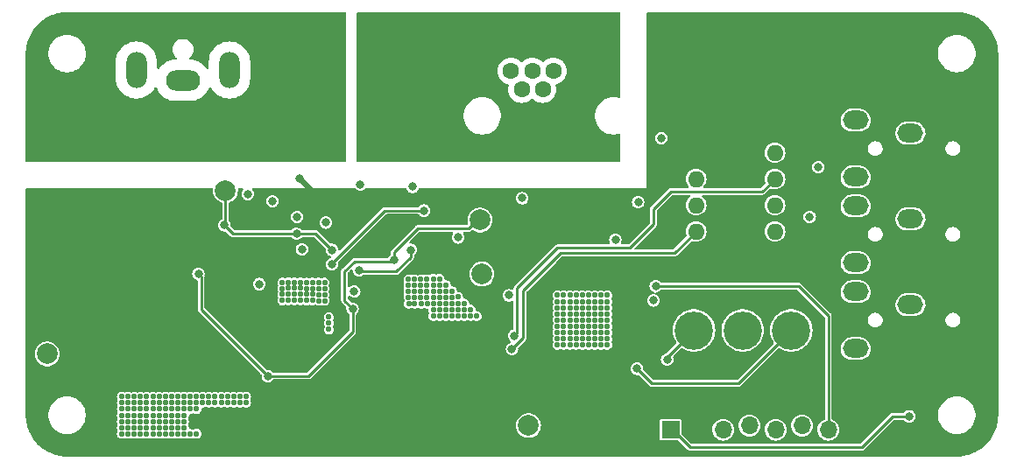
<source format=gbr>
%TF.GenerationSoftware,KiCad,Pcbnew,7.0.6*%
%TF.CreationDate,2023-08-31T11:47:23-07:00*%
%TF.ProjectId,dmxTx,646d7854-782e-46b6-9963-61645f706362,rev?*%
%TF.SameCoordinates,Original*%
%TF.FileFunction,Copper,L4,Bot*%
%TF.FilePolarity,Positive*%
%FSLAX46Y46*%
G04 Gerber Fmt 4.6, Leading zero omitted, Abs format (unit mm)*
G04 Created by KiCad (PCBNEW 7.0.6) date 2023-08-31 11:47:23*
%MOMM*%
%LPD*%
G01*
G04 APERTURE LIST*
%TA.AperFunction,ComponentPad*%
%ADD10C,1.600000*%
%TD*%
%TA.AperFunction,WasherPad*%
%ADD11O,2.000000X3.500000*%
%TD*%
%TA.AperFunction,ComponentPad*%
%ADD12R,4.000000X2.000000*%
%TD*%
%TA.AperFunction,ComponentPad*%
%ADD13O,3.300000X2.000000*%
%TD*%
%TA.AperFunction,ComponentPad*%
%ADD14O,2.500000X1.800000*%
%TD*%
%TA.AperFunction,ComponentPad*%
%ADD15R,1.600000X1.600000*%
%TD*%
%TA.AperFunction,ComponentPad*%
%ADD16O,1.600000X1.600000*%
%TD*%
%TA.AperFunction,ComponentPad*%
%ADD17C,2.000000*%
%TD*%
%TA.AperFunction,ComponentPad*%
%ADD18R,1.700000X1.700000*%
%TD*%
%TA.AperFunction,ComponentPad*%
%ADD19O,1.700000X1.700000*%
%TD*%
%TA.AperFunction,ComponentPad*%
%ADD20C,3.700000*%
%TD*%
%TA.AperFunction,SMDPad,CuDef*%
%ADD21R,1.960000X3.150000*%
%TD*%
%TA.AperFunction,ViaPad*%
%ADD22C,0.550000*%
%TD*%
%TA.AperFunction,ViaPad*%
%ADD23C,0.800000*%
%TD*%
%TA.AperFunction,Conductor*%
%ADD24C,0.250000*%
%TD*%
%TA.AperFunction,Conductor*%
%ADD25C,0.500000*%
%TD*%
G04 APERTURE END LIST*
D10*
%TO.P,CON1,1,1*%
%TO.N,D+*%
X94920000Y-69700000D03*
%TO.P,CON1,2,2*%
%TO.N,D-*%
X95940000Y-71480000D03*
%TO.P,CON1,3,3*%
%TO.N,AGND*%
X96960000Y-69700000D03*
%TO.P,CON1,4,4*%
X97980000Y-71480000D03*
%TO.P,CON1,5,5*%
X99000000Y-69700000D03*
%TO.P,CON1,6,6*%
%TO.N,+48V_Hi_Amp*%
X100020000Y-71480000D03*
%TO.P,CON1,7,7*%
X101040000Y-69700000D03*
%TO.P,CON1,8,8*%
X102060000Y-71480000D03*
%TD*%
D11*
%TO.P,J3,*%
%TO.N,*%
X67700000Y-69600000D03*
X58700000Y-69600000D03*
D12*
%TO.P,J3,1*%
%TO.N,Net-(F1-Pad1)*%
X63200000Y-76600000D03*
D13*
%TO.P,J3,2*%
%TO.N,AGND*%
X63200000Y-70600000D03*
%TD*%
D14*
%TO.P,J6,1,1*%
%TO.N,AGND*%
X133522500Y-75700000D03*
%TO.P,J6,2,2*%
%TO.N,AUDIO_IN*%
X128222500Y-79950000D03*
%TO.P,J6,3,3*%
X128222500Y-74450000D03*
%TD*%
D15*
%TO.P,U4,1,VDD*%
%TO.N,+5V*%
X112800000Y-77600000D03*
D16*
%TO.P,U4,2,VSS*%
%TO.N,AGND*%
X112800000Y-80140000D03*
%TO.P,U4,3,OUT*%
%TO.N,AN_OUT*%
X112800000Y-82680000D03*
%TO.P,U4,4,STROBE*%
%TO.N,STROBE*%
X112800000Y-85220000D03*
%TO.P,U4,5,IN*%
%TO.N,Net-(U4-IN)*%
X120420000Y-85220000D03*
%TO.P,U4,6,GND*%
%TO.N,Net-(U4-GND)*%
X120420000Y-82680000D03*
%TO.P,U4,7,RESET*%
%TO.N,RESET*%
X120420000Y-80140000D03*
%TO.P,U4,8,CKIN*%
%TO.N,Net-(U4-CKIN)*%
X120420000Y-77600000D03*
%TD*%
D17*
%TO.P,TP10,1,1*%
%TO.N,AGND*%
X96600000Y-104000000D03*
%TD*%
D14*
%TO.P,J8,1,1*%
%TO.N,AGND*%
X133522500Y-92300000D03*
%TO.P,J8,2,2*%
%TO.N,AUDIO_IN*%
X128222500Y-96550000D03*
%TO.P,J8,3,3*%
X128222500Y-91050000D03*
%TD*%
D17*
%TO.P,TP9,1,1*%
%TO.N,+5V*%
X90800000Y-104000000D03*
%TD*%
D14*
%TO.P,J7,1,1*%
%TO.N,AGND*%
X133522500Y-84000000D03*
%TO.P,J7,2,2*%
%TO.N,AUDIO_IN*%
X128222500Y-88250000D03*
%TO.P,J7,3,3*%
X128222500Y-82750000D03*
%TD*%
D17*
%TO.P,TP2,1,1*%
%TO.N,VDD*%
X67320000Y-81250000D03*
%TD*%
%TO.P,TP3,1,1*%
%TO.N,Net-(U2A-RC1)*%
X92090000Y-89340000D03*
%TD*%
%TO.P,TP1,1,1*%
%TO.N,SW*%
X91910000Y-84110000D03*
%TD*%
D18*
%TO.P,J1,1,Pin_1*%
%TO.N,MCLR*%
X110340000Y-104403200D03*
D19*
%TO.P,J1,2,Pin_2*%
%TO.N,+5V*%
X112880000Y-103996800D03*
%TO.P,J1,3,Pin_3*%
%TO.N,AGND*%
X115420000Y-104403200D03*
%TO.P,J1,4,Pin_4*%
%TO.N,ICSPDAT*%
X117960000Y-103996800D03*
%TO.P,J1,5,Pin_5*%
%TO.N,ICSPCLK*%
X120500000Y-104403200D03*
%TO.P,J1,6,Pin_6*%
%TO.N,U1TX*%
X123040000Y-103996800D03*
%TO.P,J1,7,Pin_7*%
%TO.N,DMX OUT*%
X125580000Y-104403200D03*
%TD*%
D20*
%TO.P,SW1,1,1*%
%TO.N,MODE1*%
X112600000Y-94800000D03*
%TO.P,SW1,2,2*%
%TO.N,AGND*%
X117300000Y-94800000D03*
%TO.P,SW1,3,3*%
%TO.N,MODE2*%
X122000000Y-94800000D03*
%TD*%
D17*
%TO.P,TP5,1,1*%
%TO.N,+48V*%
X50080000Y-97070000D03*
%TD*%
D21*
%TO.P,F1,1*%
%TO.N,Net-(F1-Pad1)*%
X76545000Y-71250000D03*
%TO.P,F1,2*%
%TO.N,+48V_Hi_Amp*%
X81455000Y-71250000D03*
%TD*%
D22*
%TO.N,AGND*%
X64500000Y-101200000D03*
X88000000Y-92200000D03*
X58500000Y-102400000D03*
X102400000Y-91400000D03*
D23*
X107200000Y-82400000D03*
D22*
X86800000Y-92200000D03*
X67500000Y-101200000D03*
X62700000Y-104200000D03*
X61500000Y-104800000D03*
X75730000Y-91900000D03*
X63300000Y-104800000D03*
X88620000Y-92200000D03*
X63300000Y-101200000D03*
X104200000Y-95600000D03*
X60300000Y-103000000D03*
X58500000Y-103600000D03*
X68700000Y-101800000D03*
X59100000Y-101800000D03*
X75140000Y-90150000D03*
X103000000Y-92000000D03*
X66300000Y-101200000D03*
X57900000Y-103000000D03*
X101200000Y-94400000D03*
X66900000Y-101800000D03*
X103000000Y-91400000D03*
X86780000Y-91600000D03*
X101200000Y-96200000D03*
X103600000Y-95600000D03*
X62700000Y-102400000D03*
X62700000Y-103000000D03*
X63300000Y-103600000D03*
X59700000Y-104200000D03*
X63900000Y-102400000D03*
X59700000Y-101200000D03*
X77300000Y-94700000D03*
X101800000Y-92600000D03*
X103000000Y-96200000D03*
X104200000Y-92600000D03*
X76310000Y-91320000D03*
X85600000Y-92200000D03*
X86780000Y-89850000D03*
X103000000Y-92600000D03*
X103000000Y-93800000D03*
X88000000Y-91600000D03*
X101200000Y-93200000D03*
X67500000Y-101800000D03*
X75140000Y-91900000D03*
X63900000Y-101800000D03*
X101800000Y-95600000D03*
X61500000Y-103600000D03*
X59700000Y-103000000D03*
X57300000Y-102400000D03*
X61500000Y-103000000D03*
X103600000Y-91400000D03*
X57300000Y-104200000D03*
X69300000Y-101200000D03*
X102400000Y-95600000D03*
X85020000Y-92200000D03*
X59700000Y-102400000D03*
X88620000Y-92800000D03*
X73390000Y-90720000D03*
X73970000Y-90140000D03*
D23*
X96000000Y-82000000D03*
D22*
X88620000Y-91000000D03*
X85000000Y-91600000D03*
X59100000Y-104200000D03*
X87420000Y-93400000D03*
X57300000Y-101200000D03*
X88600000Y-90400000D03*
X87420000Y-92200000D03*
X59700000Y-104800000D03*
X104200000Y-96200000D03*
X76890000Y-91320000D03*
X86780000Y-91010000D03*
X77300000Y-94100000D03*
X99400000Y-92000000D03*
X89200000Y-92800000D03*
X102400000Y-95000000D03*
X88620000Y-93400000D03*
X85580000Y-90430000D03*
X99400000Y-95600000D03*
X99400000Y-93200000D03*
X61500000Y-104200000D03*
D23*
X85400000Y-80900000D03*
D22*
X68100000Y-101200000D03*
X100600000Y-91400000D03*
D23*
X70580000Y-90310000D03*
D22*
X100000000Y-93800000D03*
X99400000Y-93800000D03*
X86200000Y-90430000D03*
X101200000Y-92000000D03*
X60300000Y-103600000D03*
X91020000Y-93400000D03*
X103600000Y-96200000D03*
X72810000Y-90730000D03*
X85580000Y-91600000D03*
X89800000Y-92200000D03*
X65100000Y-101200000D03*
X87420000Y-91000000D03*
X73390000Y-91890000D03*
X104200000Y-92000000D03*
X89200000Y-92200000D03*
D23*
X74240000Y-83810000D03*
D22*
X77300000Y-93500000D03*
X100600000Y-92000000D03*
X100600000Y-94400000D03*
X99400000Y-91400000D03*
X62100000Y-104200000D03*
X59700000Y-101800000D03*
X89200000Y-91600000D03*
X66300000Y-101800000D03*
D23*
X109430000Y-76190000D03*
D22*
X68100000Y-101800000D03*
X63900000Y-101200000D03*
X99400000Y-95000000D03*
X57300000Y-104800000D03*
X60900000Y-104200000D03*
X74560000Y-90140000D03*
X102400000Y-96200000D03*
X57300000Y-103600000D03*
X100600000Y-95600000D03*
X89820000Y-93400000D03*
X100600000Y-92600000D03*
X59100000Y-102400000D03*
D23*
X74700000Y-86940000D03*
D22*
X58500000Y-104800000D03*
X99400000Y-92600000D03*
X63300000Y-104200000D03*
D23*
X69470000Y-81590000D03*
D22*
X59100000Y-103600000D03*
X76310000Y-90160000D03*
X63900000Y-104800000D03*
X62100000Y-103000000D03*
X60300000Y-104200000D03*
X103000000Y-95000000D03*
X88000000Y-92800000D03*
X73390000Y-90140000D03*
X75140000Y-90730000D03*
X58500000Y-103000000D03*
X88620000Y-91600000D03*
X75730000Y-91310000D03*
X90400000Y-92800000D03*
X75140000Y-91310000D03*
D23*
X124620000Y-79000000D03*
D22*
X100000000Y-96200000D03*
X89200000Y-93400000D03*
X103600000Y-92600000D03*
X65700000Y-101800000D03*
X102400000Y-94400000D03*
D23*
X105000000Y-86000000D03*
D22*
X60900000Y-103000000D03*
X104200000Y-91400000D03*
X102400000Y-93200000D03*
X85000000Y-89850000D03*
X90380000Y-92200000D03*
X100600000Y-95000000D03*
X100000000Y-94400000D03*
X76310000Y-90740000D03*
X101200000Y-92600000D03*
D23*
X94715500Y-91400000D03*
D22*
X57300000Y-101800000D03*
X61500000Y-101800000D03*
X64507985Y-104786098D03*
X90400000Y-93400000D03*
X58500000Y-104200000D03*
D23*
X71860000Y-82290000D03*
D22*
X104200000Y-95000000D03*
D23*
X79760000Y-91030000D03*
D22*
X103600000Y-95000000D03*
X104200000Y-93800000D03*
X87980000Y-90400000D03*
X86220000Y-92200000D03*
X86200000Y-91010000D03*
X103000000Y-94400000D03*
X85000000Y-90430000D03*
X60900000Y-101200000D03*
X88000000Y-93400000D03*
X60300000Y-101200000D03*
X103600000Y-93200000D03*
X62100000Y-103600000D03*
X59100000Y-101200000D03*
X62700000Y-104800000D03*
X102400000Y-93800000D03*
X87400000Y-90400000D03*
X57900000Y-101800000D03*
X75730000Y-90730000D03*
X68700000Y-101200000D03*
X103000000Y-93200000D03*
X59100000Y-103000000D03*
X63300000Y-103000000D03*
X100000000Y-93200000D03*
X60900000Y-102400000D03*
X64500000Y-101800000D03*
X103600000Y-93800000D03*
X74560000Y-90720000D03*
X91020000Y-92800000D03*
X104200000Y-93200000D03*
X76890000Y-90160000D03*
X76890000Y-91910000D03*
D23*
X108700000Y-91900000D03*
D22*
X65700000Y-101200000D03*
X100000000Y-92600000D03*
X59700000Y-103600000D03*
X101800000Y-93800000D03*
X102400000Y-92000000D03*
X76890000Y-90740000D03*
D23*
X77030000Y-84360000D03*
D22*
X86200000Y-91600000D03*
X85580000Y-89850000D03*
X85000000Y-91010000D03*
X63300000Y-101800000D03*
X73970000Y-90720000D03*
X85580000Y-91010000D03*
X57900000Y-103600000D03*
D23*
X80350000Y-80680000D03*
D22*
X62700000Y-101800000D03*
X66900000Y-101200000D03*
X100000000Y-92000000D03*
X62100000Y-102400000D03*
X57900000Y-104200000D03*
X72810000Y-91310000D03*
X60300000Y-104800000D03*
X100600000Y-93800000D03*
X73970000Y-91890000D03*
X91600000Y-93400000D03*
X63300000Y-102400000D03*
X89792046Y-91563075D03*
X62100000Y-101200000D03*
X99400000Y-96200000D03*
X74560000Y-91300000D03*
X60300000Y-102400000D03*
X101200000Y-95000000D03*
X60900000Y-101800000D03*
X87400000Y-89800000D03*
X88000000Y-91000000D03*
X102400000Y-92600000D03*
X89200000Y-91000000D03*
X100000000Y-95600000D03*
X60300000Y-101800000D03*
X87420000Y-91600000D03*
X101800000Y-93200000D03*
X58500000Y-101800000D03*
X61500000Y-102400000D03*
X101800000Y-92000000D03*
X86200000Y-89850000D03*
X75730000Y-90150000D03*
D23*
X89800000Y-85800000D03*
D22*
X62100000Y-101800000D03*
X100000000Y-95000000D03*
X69300000Y-101800000D03*
X61500000Y-101200000D03*
X104200000Y-94400000D03*
X100000000Y-91400000D03*
X101200000Y-93800000D03*
X76310000Y-91910000D03*
X73390000Y-91300000D03*
X62700000Y-101200000D03*
X65100000Y-101800000D03*
X101800000Y-95000000D03*
X101800000Y-94400000D03*
X100600000Y-93200000D03*
X74560000Y-91890000D03*
X60900000Y-104800000D03*
X103000000Y-95600000D03*
X87420000Y-92800000D03*
X88000000Y-89800000D03*
X100600000Y-96200000D03*
X99400000Y-94400000D03*
X57300000Y-103000000D03*
X72810000Y-90150000D03*
X58500000Y-101200000D03*
X101200000Y-95600000D03*
X64500000Y-102400000D03*
X101800000Y-91400000D03*
X101800000Y-96200000D03*
X86780000Y-90430000D03*
X101200000Y-91400000D03*
X62100000Y-104800000D03*
D23*
X123780000Y-83800000D03*
D22*
X57900000Y-101200000D03*
X103600000Y-94400000D03*
X103600000Y-92000000D03*
X57900000Y-102400000D03*
X72810000Y-91900000D03*
X60900000Y-103600000D03*
X89820000Y-92800000D03*
X59100000Y-104800000D03*
X62700000Y-103600000D03*
X73970000Y-91300000D03*
X57900000Y-104800000D03*
D23*
%TO.N,SW*%
X71400000Y-99200000D03*
X83600000Y-88000000D03*
X64700000Y-89300000D03*
X79600000Y-92700000D03*
D22*
%TO.N,+5V*%
X86500000Y-104700000D03*
X87100000Y-104700000D03*
X91300000Y-99900000D03*
X85300000Y-101700000D03*
X84100000Y-105300000D03*
X83500000Y-99300000D03*
X89500000Y-99300000D03*
X87100000Y-101700000D03*
X84100000Y-102300000D03*
X90700000Y-100500000D03*
X85900000Y-98700000D03*
X84100000Y-106500000D03*
X86500000Y-101100000D03*
X86500000Y-100500000D03*
X82900000Y-99900000D03*
X85900000Y-101700000D03*
X85900000Y-104100000D03*
X88900000Y-98700000D03*
X90100000Y-101700000D03*
X87100000Y-100500000D03*
X85300000Y-100500000D03*
X84700000Y-106500000D03*
X82900000Y-100500000D03*
D23*
X109000000Y-93500000D03*
D22*
X87700000Y-102900000D03*
X85300000Y-106500000D03*
X84700000Y-98700000D03*
X85900000Y-106500000D03*
X91300000Y-100500000D03*
X85300000Y-105900000D03*
X83500000Y-101700000D03*
X87700000Y-102300000D03*
X83500000Y-105900000D03*
X82900000Y-101700000D03*
X85900000Y-101100000D03*
X84100000Y-104100000D03*
X90700000Y-101700000D03*
X85300000Y-105300000D03*
X85300000Y-99900000D03*
X86500000Y-99300000D03*
X85300000Y-101100000D03*
X85900000Y-100500000D03*
X85900000Y-102900000D03*
X88300000Y-102300000D03*
X90700000Y-98700000D03*
X82900000Y-105900000D03*
X84700000Y-102900000D03*
X88300000Y-101700000D03*
X85900000Y-99900000D03*
X82900000Y-99300000D03*
X84700000Y-102300000D03*
X84700000Y-101100000D03*
X84700000Y-105900000D03*
X84700000Y-99900000D03*
X86500000Y-103500000D03*
X83500000Y-106500000D03*
X85300000Y-102300000D03*
X89500000Y-98100000D03*
X82900000Y-105300000D03*
X92500000Y-99900000D03*
X85300000Y-104700000D03*
X83500000Y-101100000D03*
X89500000Y-101100000D03*
X84700000Y-100500000D03*
X90700000Y-99900000D03*
X87700000Y-98700000D03*
X88300000Y-104700000D03*
X85300000Y-98700000D03*
X92500000Y-98700000D03*
X86500000Y-102900000D03*
X90100000Y-99900000D03*
X87100000Y-98700000D03*
X84100000Y-101100000D03*
X88300000Y-102900000D03*
X88300000Y-105300000D03*
X92500000Y-101700000D03*
X91900000Y-100500000D03*
X83500000Y-104100000D03*
X87700000Y-99900000D03*
X82900000Y-102900000D03*
X86500000Y-102300000D03*
X91900000Y-101100000D03*
X87700000Y-106500000D03*
X85900000Y-99300000D03*
D23*
X96000000Y-85000000D03*
D22*
X85900000Y-105300000D03*
X91300000Y-98100000D03*
X92500000Y-99300000D03*
X89500000Y-99900000D03*
X90100000Y-100500000D03*
X87700000Y-100500000D03*
X88300000Y-98700000D03*
X84700000Y-99300000D03*
X87100000Y-104100000D03*
X83500000Y-103500000D03*
X87700000Y-101700000D03*
D23*
X130000000Y-101900000D03*
D22*
X90100000Y-101100000D03*
X87700000Y-99300000D03*
X86500000Y-106500000D03*
X91900000Y-98100000D03*
X83500000Y-102300000D03*
X84100000Y-104700000D03*
X88300000Y-99300000D03*
X84700000Y-105300000D03*
X87700000Y-104100000D03*
X82900000Y-103500000D03*
X88900000Y-100500000D03*
X87100000Y-99900000D03*
X88900000Y-99300000D03*
X84700000Y-101700000D03*
X83500000Y-99900000D03*
X87100000Y-101100000D03*
X86500000Y-104100000D03*
X84100000Y-99900000D03*
X90100000Y-98700000D03*
X87700000Y-101100000D03*
X87100000Y-102900000D03*
X88900000Y-98100000D03*
X91300000Y-101100000D03*
X88900000Y-101100000D03*
X88300000Y-99900000D03*
X84700000Y-104100000D03*
X88300000Y-104100000D03*
X87100000Y-106500000D03*
X83500000Y-104700000D03*
X92500000Y-100500000D03*
D23*
X74500000Y-80100000D03*
D22*
X87100000Y-105300000D03*
X90100000Y-98100000D03*
X86500000Y-101700000D03*
X84100000Y-100500000D03*
X84700000Y-103500000D03*
D23*
X122000000Y-74000000D03*
D22*
X91300000Y-101700000D03*
X86500000Y-105300000D03*
X86500000Y-105900000D03*
X88300000Y-98100000D03*
X82900000Y-101100000D03*
X87100000Y-102300000D03*
X88300000Y-103500000D03*
X87100000Y-99300000D03*
X84100000Y-105900000D03*
X84700000Y-104700000D03*
X85900000Y-102300000D03*
X88300000Y-101100000D03*
X91900000Y-99300000D03*
X87700000Y-105300000D03*
X84100000Y-98700000D03*
X86500000Y-99900000D03*
X82900000Y-98700000D03*
X84100000Y-103500000D03*
X90700000Y-99300000D03*
X89500000Y-100500000D03*
X83500000Y-100500000D03*
X82900000Y-104700000D03*
X88300000Y-100500000D03*
X88900000Y-99900000D03*
X91300000Y-98700000D03*
X85300000Y-102900000D03*
X91900000Y-101700000D03*
X84100000Y-102900000D03*
X85900000Y-105900000D03*
X85900000Y-103500000D03*
X82900000Y-106500000D03*
X83500000Y-98700000D03*
X91300000Y-99300000D03*
X85300000Y-104100000D03*
X85300000Y-99300000D03*
X84100000Y-99300000D03*
X87700000Y-104700000D03*
X85300000Y-103500000D03*
X87100000Y-103500000D03*
X90100000Y-99300000D03*
X84100000Y-101700000D03*
X83500000Y-102900000D03*
X85900000Y-104700000D03*
X86500000Y-98700000D03*
X90700000Y-101100000D03*
X92500000Y-98100000D03*
D23*
X105300000Y-83500000D03*
D22*
X87100000Y-105900000D03*
X87700000Y-105900000D03*
X88300000Y-105900000D03*
X89500000Y-101700000D03*
X90700000Y-98100000D03*
X87700000Y-103500000D03*
X88300000Y-106500000D03*
X92500000Y-101100000D03*
X83500000Y-105300000D03*
X87700000Y-98100000D03*
X82900000Y-104100000D03*
X91900000Y-99900000D03*
X91900000Y-98700000D03*
X88900000Y-101700000D03*
X89500000Y-98700000D03*
X82900000Y-102300000D03*
D23*
%TO.N,VDD*%
X77600000Y-87000000D03*
X67220000Y-84620000D03*
X74180000Y-85440000D03*
%TO.N,MCLR*%
X133400000Y-103100000D03*
%TO.N,Net-(U1A-FREQ)*%
X77600000Y-88400000D03*
X86500000Y-83200000D03*
%TO.N,DMX OUT*%
X108900000Y-90500000D03*
%TO.N,RESET*%
X95200000Y-95300000D03*
%TO.N,STROBE*%
X95000000Y-96600000D03*
%TO.N,MODE1*%
X110000000Y-97600000D03*
%TO.N,MODE2*%
X107100000Y-98500000D03*
%TO.N,Net-(U1A-EN)*%
X85200000Y-87000000D03*
X80210000Y-88990000D03*
%TO.N,+48V_Hi_Amp*%
X80900000Y-66600000D03*
%TD*%
D24*
%TO.N,SW*%
X91630000Y-84110000D02*
X91910000Y-84110000D01*
X83600000Y-87240000D02*
X85910000Y-84930000D01*
X78815000Y-91915000D02*
X79600000Y-92700000D01*
X64960000Y-92760000D02*
X71400000Y-99200000D01*
X79600000Y-92700000D02*
X79600000Y-94950000D01*
X64700000Y-89300000D02*
X64960000Y-89560000D01*
X90810000Y-84930000D02*
X91630000Y-84110000D01*
X64960000Y-89560000D02*
X64960000Y-92760000D01*
X79600000Y-94950000D02*
X75350000Y-99200000D01*
X79780000Y-88100000D02*
X78815000Y-89065000D01*
X83600000Y-88000000D02*
X83500000Y-88100000D01*
X75350000Y-99200000D02*
X71400000Y-99200000D01*
X83500000Y-88100000D02*
X79780000Y-88100000D01*
X85910000Y-84930000D02*
X90810000Y-84930000D01*
X83600000Y-88000000D02*
X83600000Y-87240000D01*
X78815000Y-89065000D02*
X78815000Y-91915000D01*
D25*
%TO.N,+5V*%
X74500000Y-80100000D02*
X75780000Y-81380000D01*
X75780000Y-81380000D02*
X75780000Y-81720000D01*
D24*
%TO.N,VDD*%
X67320000Y-84520000D02*
X67320000Y-81250000D01*
X67220000Y-84620000D02*
X68040000Y-85440000D01*
X77600000Y-87000000D02*
X76040000Y-85440000D01*
X67220000Y-84620000D02*
X67320000Y-84520000D01*
X76040000Y-85440000D02*
X74180000Y-85440000D01*
X68040000Y-85440000D02*
X74180000Y-85440000D01*
%TO.N,MCLR*%
X112240000Y-106100000D02*
X128800000Y-106100000D01*
X128800000Y-106100000D02*
X131800000Y-103100000D01*
X131800000Y-103100000D02*
X133400000Y-103100000D01*
X110340000Y-104200000D02*
X112240000Y-106100000D01*
%TO.N,Net-(U1A-FREQ)*%
X77600000Y-88400000D02*
X77600000Y-88315500D01*
X77600000Y-88315500D02*
X82715500Y-83200000D01*
X82715500Y-83200000D02*
X86500000Y-83200000D01*
%TO.N,DMX OUT*%
X122700000Y-90500000D02*
X108900000Y-90500000D01*
X125580000Y-104200000D02*
X125580000Y-93380000D01*
X125580000Y-93380000D02*
X122700000Y-90500000D01*
%TO.N,RESET*%
X95500000Y-90700000D02*
X99400000Y-86800000D01*
X108685000Y-83034102D02*
X110379102Y-81340000D01*
X106371699Y-86800000D02*
X108685000Y-84486699D01*
X110379102Y-81340000D02*
X119220000Y-81340000D01*
X119220000Y-81340000D02*
X120420000Y-80140000D01*
X95200000Y-95300000D02*
X95500000Y-95000000D01*
X99400000Y-86800000D02*
X106371699Y-86800000D01*
X108685000Y-84486699D02*
X108685000Y-83034102D01*
X95500000Y-95000000D02*
X95500000Y-90700000D01*
%TO.N,STROBE*%
X95000000Y-96600000D02*
X96085000Y-95515000D01*
X96085000Y-90915000D02*
X99700000Y-87300000D01*
X99700000Y-87300000D02*
X110720000Y-87300000D01*
X96085000Y-95515000D02*
X96085000Y-90915000D01*
X110720000Y-87300000D02*
X112800000Y-85220000D01*
%TO.N,MODE1*%
X110000000Y-97600000D02*
X110000000Y-97400000D01*
X110000000Y-97400000D02*
X112600000Y-94800000D01*
%TO.N,MODE2*%
X108500000Y-99900000D02*
X116900000Y-99900000D01*
X116900000Y-99900000D02*
X122000000Y-94800000D01*
X107100000Y-98500000D02*
X108500000Y-99900000D01*
%TO.N,Net-(U1A-EN)*%
X80320000Y-89100000D02*
X83800000Y-89100000D01*
X80210000Y-88990000D02*
X80320000Y-89100000D01*
X85200000Y-87700000D02*
X85200000Y-87000000D01*
X83800000Y-89100000D02*
X85200000Y-87700000D01*
%TD*%
%TA.AperFunction,Conductor*%
%TO.N,Net-(F1-Pad1)*%
G36*
X78937539Y-64020185D02*
G01*
X78983294Y-64072989D01*
X78994500Y-64124500D01*
X78994500Y-78376000D01*
X78974815Y-78443039D01*
X78922011Y-78488794D01*
X78870500Y-78500000D01*
X48124500Y-78500000D01*
X48057461Y-78480315D01*
X48011706Y-78427511D01*
X48000500Y-78376000D01*
X48000500Y-70421448D01*
X56699500Y-70421448D01*
X56714804Y-70635433D01*
X56775628Y-70915037D01*
X56775630Y-70915043D01*
X56775631Y-70915046D01*
X56871845Y-71173005D01*
X56875635Y-71183166D01*
X57012770Y-71434309D01*
X57012775Y-71434317D01*
X57184254Y-71663387D01*
X57184270Y-71663405D01*
X57386594Y-71865729D01*
X57386612Y-71865745D01*
X57615682Y-72037224D01*
X57615690Y-72037229D01*
X57866833Y-72174364D01*
X57866832Y-72174364D01*
X57866836Y-72174365D01*
X57866839Y-72174367D01*
X58134954Y-72274369D01*
X58134960Y-72274370D01*
X58134962Y-72274371D01*
X58414566Y-72335195D01*
X58414568Y-72335195D01*
X58414572Y-72335196D01*
X58668220Y-72353337D01*
X58699999Y-72355610D01*
X58700000Y-72355610D01*
X58700001Y-72355610D01*
X58728595Y-72353564D01*
X58985428Y-72335196D01*
X59205930Y-72287229D01*
X59265037Y-72274371D01*
X59265037Y-72274370D01*
X59265046Y-72274369D01*
X59533161Y-72174367D01*
X59784315Y-72037226D01*
X60013395Y-71865739D01*
X60215739Y-71663395D01*
X60387226Y-71434315D01*
X60387230Y-71434309D01*
X60458421Y-71303931D01*
X60507826Y-71254526D01*
X60576099Y-71239674D01*
X60641563Y-71264091D01*
X60683435Y-71320024D01*
X60725635Y-71433166D01*
X60862770Y-71684309D01*
X60862775Y-71684317D01*
X61034254Y-71913387D01*
X61034270Y-71913405D01*
X61236594Y-72115729D01*
X61236612Y-72115745D01*
X61465682Y-72287224D01*
X61465690Y-72287229D01*
X61716833Y-72424364D01*
X61716832Y-72424364D01*
X61716836Y-72424365D01*
X61716839Y-72424367D01*
X61984954Y-72524369D01*
X61984960Y-72524370D01*
X61984962Y-72524371D01*
X62264566Y-72585195D01*
X62264568Y-72585195D01*
X62264572Y-72585196D01*
X62478552Y-72600500D01*
X63921448Y-72600500D01*
X64135428Y-72585196D01*
X64415046Y-72524369D01*
X64683161Y-72424367D01*
X64934315Y-72287226D01*
X65163395Y-72115739D01*
X65365739Y-71913395D01*
X65537226Y-71684315D01*
X65674367Y-71433161D01*
X65716566Y-71320021D01*
X65758435Y-71264090D01*
X65823899Y-71239673D01*
X65892172Y-71254524D01*
X65941578Y-71303929D01*
X65941578Y-71303930D01*
X66012770Y-71434309D01*
X66012775Y-71434317D01*
X66184254Y-71663387D01*
X66184270Y-71663405D01*
X66386594Y-71865729D01*
X66386612Y-71865745D01*
X66615682Y-72037224D01*
X66615690Y-72037229D01*
X66866833Y-72174364D01*
X66866832Y-72174364D01*
X66866836Y-72174365D01*
X66866839Y-72174367D01*
X67134954Y-72274369D01*
X67134960Y-72274370D01*
X67134962Y-72274371D01*
X67414566Y-72335195D01*
X67414568Y-72335195D01*
X67414572Y-72335196D01*
X67668220Y-72353337D01*
X67699999Y-72355610D01*
X67700000Y-72355610D01*
X67700001Y-72355610D01*
X67728595Y-72353564D01*
X67985428Y-72335196D01*
X68205930Y-72287229D01*
X68265037Y-72274371D01*
X68265037Y-72274370D01*
X68265046Y-72274369D01*
X68533161Y-72174367D01*
X68784315Y-72037226D01*
X69013395Y-71865739D01*
X69215739Y-71663395D01*
X69387226Y-71434315D01*
X69524367Y-71183161D01*
X69624369Y-70915046D01*
X69685196Y-70635428D01*
X69700500Y-70421448D01*
X69700500Y-68778552D01*
X69685196Y-68564572D01*
X69626538Y-68294927D01*
X69624371Y-68284962D01*
X69624370Y-68284960D01*
X69624369Y-68284954D01*
X69524367Y-68016839D01*
X69417086Y-67820370D01*
X69387229Y-67765690D01*
X69387224Y-67765682D01*
X69215745Y-67536612D01*
X69215729Y-67536594D01*
X69013405Y-67334270D01*
X69013387Y-67334254D01*
X68784317Y-67162775D01*
X68784309Y-67162770D01*
X68533166Y-67025635D01*
X68533167Y-67025635D01*
X68425914Y-66985632D01*
X68265046Y-66925631D01*
X68265043Y-66925630D01*
X68265037Y-66925628D01*
X67985433Y-66864804D01*
X67700001Y-66844390D01*
X67699999Y-66844390D01*
X67414566Y-66864804D01*
X67134962Y-66925628D01*
X66866833Y-67025635D01*
X66615690Y-67162770D01*
X66615682Y-67162775D01*
X66386612Y-67334254D01*
X66386594Y-67334270D01*
X66184270Y-67536594D01*
X66184254Y-67536612D01*
X66012775Y-67765682D01*
X66012770Y-67765690D01*
X65875635Y-68016833D01*
X65775628Y-68284962D01*
X65714804Y-68564566D01*
X65699500Y-68778552D01*
X65699500Y-69359897D01*
X65679815Y-69426936D01*
X65627011Y-69472691D01*
X65557853Y-69482635D01*
X65494297Y-69453610D01*
X65476233Y-69434207D01*
X65365745Y-69286612D01*
X65365729Y-69286594D01*
X65163405Y-69084270D01*
X65163387Y-69084254D01*
X64934317Y-68912775D01*
X64934309Y-68912770D01*
X64683166Y-68775635D01*
X64683167Y-68775635D01*
X64553610Y-68727313D01*
X64415046Y-68675631D01*
X64415043Y-68675630D01*
X64415037Y-68675628D01*
X64135433Y-68614804D01*
X63921448Y-68599500D01*
X63921522Y-68599500D01*
X63854483Y-68579815D01*
X63808728Y-68527011D01*
X63798784Y-68457853D01*
X63827809Y-68394297D01*
X63842857Y-68379647D01*
X63917988Y-68317988D01*
X64044264Y-68164121D01*
X64044268Y-68164114D01*
X64059464Y-68135685D01*
X64138097Y-67988573D01*
X64195879Y-67798093D01*
X64215389Y-67600000D01*
X64195879Y-67401907D01*
X64138097Y-67211427D01*
X64112092Y-67162775D01*
X64044268Y-67035885D01*
X64044264Y-67035878D01*
X63917988Y-66882011D01*
X63764121Y-66755735D01*
X63764114Y-66755731D01*
X63588574Y-66661903D01*
X63398095Y-66604121D01*
X63338711Y-66598272D01*
X63249640Y-66589500D01*
X63150360Y-66589500D01*
X63076133Y-66596810D01*
X63001904Y-66604121D01*
X62811425Y-66661903D01*
X62635885Y-66755731D01*
X62635878Y-66755735D01*
X62482011Y-66882011D01*
X62355735Y-67035878D01*
X62355731Y-67035885D01*
X62261903Y-67211425D01*
X62204121Y-67401904D01*
X62184611Y-67600000D01*
X62204121Y-67798095D01*
X62261903Y-67988574D01*
X62355731Y-68164114D01*
X62355735Y-68164121D01*
X62482011Y-68317988D01*
X62557143Y-68379647D01*
X62596477Y-68437392D01*
X62598348Y-68507237D01*
X62562160Y-68567005D01*
X62499405Y-68597721D01*
X62478478Y-68599500D01*
X62478552Y-68599500D01*
X62264566Y-68614804D01*
X61984962Y-68675628D01*
X61716833Y-68775635D01*
X61465690Y-68912770D01*
X61465682Y-68912775D01*
X61236612Y-69084254D01*
X61236594Y-69084270D01*
X61034270Y-69286594D01*
X61034254Y-69286612D01*
X60923767Y-69434207D01*
X60867834Y-69476079D01*
X60798142Y-69481063D01*
X60736819Y-69447578D01*
X60703334Y-69386255D01*
X60700500Y-69359897D01*
X60700500Y-68778552D01*
X60693139Y-68675628D01*
X60685196Y-68564572D01*
X60626538Y-68294927D01*
X60624371Y-68284962D01*
X60624370Y-68284960D01*
X60624369Y-68284954D01*
X60524367Y-68016839D01*
X60417086Y-67820370D01*
X60387229Y-67765690D01*
X60387224Y-67765682D01*
X60215745Y-67536612D01*
X60215729Y-67536594D01*
X60013405Y-67334270D01*
X60013387Y-67334254D01*
X59784317Y-67162775D01*
X59784309Y-67162770D01*
X59533166Y-67025635D01*
X59533167Y-67025635D01*
X59425915Y-66985632D01*
X59265046Y-66925631D01*
X59265043Y-66925630D01*
X59265037Y-66925628D01*
X58985433Y-66864804D01*
X58700001Y-66844390D01*
X58699999Y-66844390D01*
X58414566Y-66864804D01*
X58134962Y-66925628D01*
X57866833Y-67025635D01*
X57615690Y-67162770D01*
X57615682Y-67162775D01*
X57386612Y-67334254D01*
X57386594Y-67334270D01*
X57184270Y-67536594D01*
X57184254Y-67536612D01*
X57012775Y-67765682D01*
X57012770Y-67765690D01*
X56875635Y-68016833D01*
X56775628Y-68284962D01*
X56714804Y-68564566D01*
X56699500Y-68778552D01*
X56699500Y-70421448D01*
X48000500Y-70421448D01*
X48000500Y-68135685D01*
X50189500Y-68135685D01*
X50229941Y-68403999D01*
X50229943Y-68404005D01*
X50309928Y-68663308D01*
X50427659Y-68907779D01*
X50427660Y-68907781D01*
X50427661Y-68907782D01*
X50427664Y-68907788D01*
X50580525Y-69131993D01*
X50580525Y-69131994D01*
X50765089Y-69330908D01*
X50765093Y-69330911D01*
X50765094Y-69330912D01*
X50977249Y-69500100D01*
X51212251Y-69635778D01*
X51464849Y-69734916D01*
X51729402Y-69795299D01*
X51729408Y-69795299D01*
X51729411Y-69795300D01*
X51932244Y-69810500D01*
X51932250Y-69810500D01*
X52067756Y-69810500D01*
X52270588Y-69795300D01*
X52270590Y-69795299D01*
X52270598Y-69795299D01*
X52535151Y-69734916D01*
X52787749Y-69635778D01*
X53022751Y-69500100D01*
X53234906Y-69330912D01*
X53419475Y-69131994D01*
X53572336Y-68907789D01*
X53690073Y-68663305D01*
X53770057Y-68404004D01*
X53786498Y-68294927D01*
X53810499Y-68135685D01*
X53810500Y-68135676D01*
X53810500Y-67864323D01*
X53810499Y-67864314D01*
X53770058Y-67596000D01*
X53770056Y-67595994D01*
X53751737Y-67536605D01*
X53690073Y-67336695D01*
X53645958Y-67245089D01*
X53572340Y-67092220D01*
X53572339Y-67092218D01*
X53572338Y-67092217D01*
X53572336Y-67092212D01*
X53419475Y-66868006D01*
X53315303Y-66755735D01*
X53234910Y-66669091D01*
X53153440Y-66604121D01*
X53022751Y-66499900D01*
X52787749Y-66364222D01*
X52535151Y-66265084D01*
X52535146Y-66265082D01*
X52535137Y-66265080D01*
X52310095Y-66213716D01*
X52270598Y-66204701D01*
X52270597Y-66204700D01*
X52270593Y-66204700D01*
X52270588Y-66204699D01*
X52067756Y-66189500D01*
X52067750Y-66189500D01*
X51932250Y-66189500D01*
X51932244Y-66189500D01*
X51729411Y-66204699D01*
X51729406Y-66204700D01*
X51464862Y-66265080D01*
X51464843Y-66265086D01*
X51212250Y-66364222D01*
X50977249Y-66499900D01*
X50765089Y-66669091D01*
X50580525Y-66868005D01*
X50427660Y-67092217D01*
X50427659Y-67092218D01*
X50309928Y-67336691D01*
X50229943Y-67595994D01*
X50229941Y-67596000D01*
X50189500Y-67864314D01*
X50189500Y-68135685D01*
X48000500Y-68135685D01*
X48000500Y-68001439D01*
X48000566Y-67998576D01*
X48008487Y-67827238D01*
X48011511Y-67765682D01*
X48018302Y-67627446D01*
X48018818Y-67621955D01*
X48044670Y-67436633D01*
X48049822Y-67401904D01*
X48072331Y-67250162D01*
X48073292Y-67245137D01*
X48116689Y-67060626D01*
X48161993Y-66879764D01*
X48163323Y-66875216D01*
X48223915Y-66694431D01*
X48286457Y-66519641D01*
X48288100Y-66515527D01*
X48295000Y-66499900D01*
X48365368Y-66340530D01*
X48444615Y-66172977D01*
X48446444Y-66169423D01*
X48539781Y-66001852D01*
X48634990Y-65843005D01*
X48636979Y-65839904D01*
X48745570Y-65681381D01*
X48855924Y-65532586D01*
X48857928Y-65530033D01*
X48980875Y-65381973D01*
X49105351Y-65244636D01*
X49107361Y-65242526D01*
X49242526Y-65107361D01*
X49244636Y-65105351D01*
X49381973Y-64980875D01*
X49530033Y-64857928D01*
X49532586Y-64855924D01*
X49681381Y-64745570D01*
X49839904Y-64636979D01*
X49843005Y-64634990D01*
X50001852Y-64539781D01*
X50169423Y-64446444D01*
X50172977Y-64444615D01*
X50340530Y-64365368D01*
X50515538Y-64288095D01*
X50519641Y-64286457D01*
X50694431Y-64223915D01*
X50875216Y-64163323D01*
X50879764Y-64161993D01*
X51060626Y-64116689D01*
X51245137Y-64073292D01*
X51250162Y-64072331D01*
X51436651Y-64044667D01*
X51621955Y-64018818D01*
X51627444Y-64018302D01*
X51826940Y-64008500D01*
X51987073Y-64001097D01*
X51998574Y-64000566D01*
X52001437Y-64000500D01*
X78870500Y-64000500D01*
X78937539Y-64020185D01*
G37*
%TD.AperFunction*%
%TD*%
%TA.AperFunction,Conductor*%
%TO.N,+5V*%
G36*
X137948139Y-64000501D02*
G01*
X137998559Y-64000501D01*
X138001422Y-64000567D01*
X138040985Y-64002395D01*
X138172949Y-64008496D01*
X138372548Y-64018303D01*
X138378047Y-64018820D01*
X138563356Y-64044669D01*
X138749827Y-64072330D01*
X138754870Y-64073295D01*
X138939368Y-64116689D01*
X139120194Y-64161983D01*
X139124808Y-64163332D01*
X139305609Y-64223931D01*
X139480368Y-64286462D01*
X139484446Y-64288090D01*
X139593992Y-64336459D01*
X139659452Y-64365363D01*
X139826972Y-64444594D01*
X139830626Y-64446473D01*
X139929133Y-64501341D01*
X139998123Y-64539768D01*
X140157009Y-64635000D01*
X140160078Y-64636968D01*
X140318623Y-64745574D01*
X140467387Y-64855906D01*
X140469984Y-64857945D01*
X140618013Y-64980867D01*
X140755320Y-65105315D01*
X140757513Y-65107403D01*
X140892595Y-65242485D01*
X140894686Y-65244681D01*
X141019136Y-65381990D01*
X141142046Y-65530005D01*
X141144116Y-65532643D01*
X141254431Y-65681385D01*
X141363020Y-65839905D01*
X141365009Y-65843007D01*
X141426955Y-65946357D01*
X141460230Y-66001874D01*
X141553521Y-66169364D01*
X141555404Y-66173026D01*
X141634636Y-66340547D01*
X141711894Y-66515517D01*
X141713553Y-66519674D01*
X141776083Y-66694433D01*
X141836664Y-66875185D01*
X141838021Y-66879825D01*
X141883309Y-67060627D01*
X141926695Y-67245090D01*
X141927671Y-67250190D01*
X141955336Y-67436690D01*
X141981176Y-67621934D01*
X141981696Y-67627460D01*
X141991511Y-67827239D01*
X141999433Y-67998576D01*
X141999499Y-68001440D01*
X141999499Y-102998559D01*
X141999433Y-103001423D01*
X141991511Y-103172760D01*
X141981696Y-103372538D01*
X141981176Y-103378064D01*
X141955336Y-103563309D01*
X141927671Y-103749808D01*
X141926695Y-103754907D01*
X141883309Y-103939372D01*
X141838021Y-104120173D01*
X141836664Y-104124813D01*
X141776083Y-104305566D01*
X141713553Y-104480324D01*
X141711894Y-104484481D01*
X141634636Y-104659452D01*
X141555404Y-104826972D01*
X141553521Y-104830634D01*
X141460230Y-104998125D01*
X141365019Y-105156976D01*
X141362990Y-105160138D01*
X141360994Y-105163053D01*
X141254433Y-105318612D01*
X141144116Y-105467355D01*
X141142016Y-105470030D01*
X141019131Y-105618016D01*
X140894693Y-105755309D01*
X140892595Y-105757513D01*
X140757513Y-105892595D01*
X140755309Y-105894693D01*
X140618016Y-106019131D01*
X140470030Y-106142016D01*
X140467355Y-106144116D01*
X140318612Y-106254433D01*
X140160141Y-106362989D01*
X140156976Y-106365019D01*
X139998125Y-106460230D01*
X139830634Y-106553521D01*
X139826972Y-106555404D01*
X139659452Y-106634636D01*
X139484481Y-106711894D01*
X139480324Y-106713553D01*
X139305566Y-106776083D01*
X139124813Y-106836664D01*
X139120173Y-106838021D01*
X138939372Y-106883309D01*
X138754907Y-106926695D01*
X138749808Y-106927671D01*
X138563309Y-106955336D01*
X138378064Y-106981176D01*
X138372538Y-106981696D01*
X138172760Y-106991511D01*
X138001423Y-106999433D01*
X137998559Y-106999499D01*
X52001438Y-106999499D01*
X51998575Y-106999433D01*
X51827062Y-106991504D01*
X51627459Y-106981697D01*
X51621933Y-106981177D01*
X51436689Y-106955337D01*
X51250189Y-106927672D01*
X51245090Y-106926696D01*
X51060654Y-106883317D01*
X50879812Y-106838018D01*
X50875173Y-106836662D01*
X50694459Y-106776093D01*
X50519685Y-106713558D01*
X50515527Y-106711899D01*
X50340547Y-106634638D01*
X50173034Y-106555410D01*
X50169371Y-106553527D01*
X50169360Y-106553521D01*
X50070865Y-106498659D01*
X50001857Y-106460221D01*
X49843044Y-106365032D01*
X49839879Y-106363002D01*
X49730371Y-106287989D01*
X49681392Y-106254437D01*
X49532632Y-106144109D01*
X49529989Y-106142034D01*
X49381980Y-106019129D01*
X49244688Y-105894695D01*
X49242484Y-105892596D01*
X49107402Y-105757514D01*
X49105314Y-105755321D01*
X48980867Y-105618016D01*
X48857957Y-105470001D01*
X48855897Y-105467377D01*
X48745559Y-105318603D01*
X48645429Y-105172430D01*
X48636996Y-105160119D01*
X48634966Y-105156954D01*
X48630564Y-105149610D01*
X48539778Y-104998142D01*
X48525235Y-104972032D01*
X48446457Y-104830601D01*
X48444588Y-104826964D01*
X48444365Y-104826493D01*
X48365370Y-104659474D01*
X48306604Y-104526380D01*
X48288100Y-104484471D01*
X48286450Y-104480339D01*
X48223915Y-104305566D01*
X48163327Y-104124797D01*
X48161989Y-104120221D01*
X48116675Y-103939315D01*
X48111402Y-103916895D01*
X48073294Y-103754871D01*
X48072329Y-103749828D01*
X48044662Y-103563309D01*
X48018819Y-103378048D01*
X48018302Y-103372549D01*
X48008487Y-103172760D01*
X48006773Y-103135685D01*
X50189500Y-103135685D01*
X50229941Y-103403999D01*
X50229943Y-103404005D01*
X50309928Y-103663308D01*
X50427659Y-103907779D01*
X50427660Y-103907781D01*
X50427661Y-103907782D01*
X50427664Y-103907788D01*
X50534619Y-104064662D01*
X50580525Y-104131994D01*
X50765089Y-104330908D01*
X50765093Y-104330911D01*
X50765094Y-104330912D01*
X50977249Y-104500100D01*
X51212251Y-104635778D01*
X51464849Y-104734916D01*
X51729402Y-104795299D01*
X51729408Y-104795299D01*
X51729411Y-104795300D01*
X51932244Y-104810500D01*
X51932250Y-104810500D01*
X52067756Y-104810500D01*
X52207870Y-104800000D01*
X56819610Y-104800000D01*
X56839068Y-104935337D01*
X56839070Y-104935345D01*
X56895867Y-105059714D01*
X56895872Y-105059721D01*
X56985409Y-105163053D01*
X56985413Y-105163057D01*
X57021600Y-105186312D01*
X57100439Y-105236978D01*
X57166035Y-105256238D01*
X57231632Y-105275500D01*
X57231633Y-105275500D01*
X57368367Y-105275500D01*
X57499558Y-105236979D01*
X57499558Y-105236978D01*
X57499561Y-105236978D01*
X57532961Y-105215512D01*
X57599996Y-105195828D01*
X57667034Y-105215510D01*
X57700439Y-105236978D01*
X57700441Y-105236978D01*
X57700442Y-105236979D01*
X57831632Y-105275500D01*
X57831633Y-105275500D01*
X57968367Y-105275500D01*
X58099558Y-105236979D01*
X58099558Y-105236978D01*
X58099561Y-105236978D01*
X58132961Y-105215512D01*
X58199996Y-105195828D01*
X58267034Y-105215510D01*
X58300439Y-105236978D01*
X58300441Y-105236978D01*
X58300442Y-105236979D01*
X58431632Y-105275500D01*
X58431633Y-105275500D01*
X58568367Y-105275500D01*
X58699558Y-105236979D01*
X58699558Y-105236978D01*
X58699561Y-105236978D01*
X58732961Y-105215512D01*
X58799996Y-105195828D01*
X58867034Y-105215510D01*
X58900439Y-105236978D01*
X58900441Y-105236978D01*
X58900442Y-105236979D01*
X59031632Y-105275500D01*
X59031633Y-105275500D01*
X59168367Y-105275500D01*
X59299558Y-105236979D01*
X59299558Y-105236978D01*
X59299561Y-105236978D01*
X59332961Y-105215512D01*
X59399996Y-105195828D01*
X59467034Y-105215510D01*
X59500439Y-105236978D01*
X59500441Y-105236978D01*
X59500442Y-105236979D01*
X59631632Y-105275500D01*
X59631633Y-105275500D01*
X59768367Y-105275500D01*
X59899558Y-105236979D01*
X59899558Y-105236978D01*
X59899561Y-105236978D01*
X59932961Y-105215512D01*
X59999996Y-105195828D01*
X60067034Y-105215510D01*
X60100439Y-105236978D01*
X60100441Y-105236978D01*
X60100442Y-105236979D01*
X60231632Y-105275500D01*
X60231633Y-105275500D01*
X60368367Y-105275500D01*
X60499558Y-105236979D01*
X60499558Y-105236978D01*
X60499561Y-105236978D01*
X60532961Y-105215512D01*
X60599996Y-105195828D01*
X60667034Y-105215510D01*
X60700439Y-105236978D01*
X60700441Y-105236978D01*
X60700442Y-105236979D01*
X60831632Y-105275500D01*
X60831633Y-105275500D01*
X60968367Y-105275500D01*
X61099558Y-105236979D01*
X61099558Y-105236978D01*
X61099561Y-105236978D01*
X61132961Y-105215512D01*
X61199996Y-105195828D01*
X61267034Y-105215510D01*
X61300439Y-105236978D01*
X61300441Y-105236978D01*
X61300442Y-105236979D01*
X61431632Y-105275500D01*
X61431633Y-105275500D01*
X61568367Y-105275500D01*
X61699558Y-105236979D01*
X61699558Y-105236978D01*
X61699561Y-105236978D01*
X61732961Y-105215512D01*
X61799996Y-105195828D01*
X61867034Y-105215510D01*
X61900439Y-105236978D01*
X61900441Y-105236978D01*
X61900442Y-105236979D01*
X62031632Y-105275500D01*
X62031633Y-105275500D01*
X62168367Y-105275500D01*
X62299558Y-105236979D01*
X62299558Y-105236978D01*
X62299561Y-105236978D01*
X62332961Y-105215512D01*
X62399996Y-105195828D01*
X62467034Y-105215510D01*
X62500439Y-105236978D01*
X62500441Y-105236978D01*
X62500442Y-105236979D01*
X62631632Y-105275500D01*
X62631633Y-105275500D01*
X62768367Y-105275500D01*
X62899558Y-105236979D01*
X62899558Y-105236978D01*
X62899561Y-105236978D01*
X62932961Y-105215512D01*
X62999996Y-105195828D01*
X63067034Y-105215510D01*
X63100439Y-105236978D01*
X63100441Y-105236978D01*
X63100442Y-105236979D01*
X63231632Y-105275500D01*
X63231633Y-105275500D01*
X63368367Y-105275500D01*
X63499558Y-105236979D01*
X63499558Y-105236978D01*
X63499561Y-105236978D01*
X63532961Y-105215512D01*
X63599996Y-105195828D01*
X63667034Y-105215510D01*
X63700439Y-105236978D01*
X63700441Y-105236978D01*
X63700442Y-105236979D01*
X63831632Y-105275500D01*
X63831633Y-105275500D01*
X63968367Y-105275500D01*
X63977045Y-105272952D01*
X109289500Y-105272952D01*
X109301131Y-105331429D01*
X109301132Y-105331430D01*
X109345447Y-105397752D01*
X109411769Y-105442067D01*
X109411770Y-105442068D01*
X109470247Y-105453699D01*
X109470250Y-105453700D01*
X109470252Y-105453700D01*
X111082012Y-105453700D01*
X111149051Y-105473385D01*
X111169693Y-105490019D01*
X111997863Y-106318189D01*
X112001518Y-106322178D01*
X112027541Y-106353190D01*
X112027543Y-106353191D01*
X112027545Y-106353194D01*
X112027547Y-106353195D01*
X112027548Y-106353196D01*
X112062599Y-106373433D01*
X112067162Y-106376339D01*
X112100316Y-106399554D01*
X112100319Y-106399554D01*
X112105176Y-106401820D01*
X112121933Y-106408760D01*
X112126953Y-106410587D01*
X112126955Y-106410588D01*
X112162806Y-106416909D01*
X112166808Y-106417615D01*
X112172080Y-106418783D01*
X112211193Y-106429264D01*
X112251522Y-106425735D01*
X112256924Y-106425500D01*
X128783078Y-106425500D01*
X128788481Y-106425735D01*
X128828807Y-106429264D01*
X128867940Y-106418777D01*
X128873162Y-106417619D01*
X128913045Y-106410588D01*
X128913050Y-106410584D01*
X128918099Y-106408747D01*
X128934824Y-106401819D01*
X128939681Y-106399554D01*
X128939684Y-106399554D01*
X128972841Y-106376335D01*
X128977390Y-106373438D01*
X129012455Y-106353194D01*
X129012459Y-106353190D01*
X129038476Y-106322182D01*
X129042122Y-106318202D01*
X131898506Y-103461819D01*
X131959830Y-103428334D01*
X131986188Y-103425500D01*
X132831701Y-103425500D01*
X132898740Y-103445185D01*
X132930076Y-103474013D01*
X132936729Y-103482683D01*
X132969594Y-103525515D01*
X132971718Y-103528282D01*
X133097159Y-103624536D01*
X133243238Y-103685044D01*
X133321619Y-103695363D01*
X133399999Y-103705682D01*
X133400000Y-103705682D01*
X133400001Y-103705682D01*
X133452253Y-103698802D01*
X133556762Y-103685044D01*
X133702841Y-103624536D01*
X133828282Y-103528282D01*
X133924536Y-103402841D01*
X133985044Y-103256762D01*
X134000984Y-103135685D01*
X136189500Y-103135685D01*
X136229941Y-103403999D01*
X136229943Y-103404005D01*
X136309928Y-103663308D01*
X136427659Y-103907779D01*
X136427660Y-103907781D01*
X136427661Y-103907782D01*
X136427664Y-103907788D01*
X136534619Y-104064662D01*
X136580525Y-104131994D01*
X136765089Y-104330908D01*
X136765093Y-104330911D01*
X136765094Y-104330912D01*
X136977249Y-104500100D01*
X137212251Y-104635778D01*
X137464849Y-104734916D01*
X137729402Y-104795299D01*
X137729408Y-104795299D01*
X137729411Y-104795300D01*
X137932244Y-104810500D01*
X137932250Y-104810500D01*
X138067756Y-104810500D01*
X138270588Y-104795300D01*
X138270590Y-104795299D01*
X138270598Y-104795299D01*
X138535151Y-104734916D01*
X138787749Y-104635778D01*
X139022751Y-104500100D01*
X139234906Y-104330912D01*
X139240856Y-104324500D01*
X139276239Y-104286365D01*
X139419475Y-104131994D01*
X139572336Y-103907789D01*
X139690073Y-103663305D01*
X139770057Y-103404004D01*
X139770233Y-103402841D01*
X139810499Y-103135685D01*
X139810500Y-103135676D01*
X139810500Y-102864323D01*
X139810499Y-102864314D01*
X139770058Y-102596000D01*
X139770056Y-102595994D01*
X139690073Y-102336695D01*
X139606451Y-102163053D01*
X139572340Y-102092220D01*
X139572339Y-102092218D01*
X139572338Y-102092217D01*
X139572336Y-102092212D01*
X139419475Y-101868006D01*
X139356375Y-101800000D01*
X139234910Y-101669091D01*
X139073388Y-101540282D01*
X139022751Y-101499900D01*
X138787749Y-101364222D01*
X138535151Y-101265084D01*
X138535146Y-101265082D01*
X138535137Y-101265080D01*
X138310095Y-101213716D01*
X138270598Y-101204701D01*
X138270597Y-101204700D01*
X138270593Y-101204700D01*
X138270588Y-101204699D01*
X138067756Y-101189500D01*
X138067750Y-101189500D01*
X137932250Y-101189500D01*
X137932244Y-101189500D01*
X137729411Y-101204699D01*
X137729406Y-101204700D01*
X137464862Y-101265080D01*
X137464843Y-101265086D01*
X137212250Y-101364222D01*
X136977249Y-101499900D01*
X136765089Y-101669091D01*
X136580525Y-101868005D01*
X136427660Y-102092217D01*
X136427659Y-102092218D01*
X136309928Y-102336691D01*
X136229943Y-102595994D01*
X136229941Y-102596000D01*
X136189500Y-102864314D01*
X136189500Y-103135685D01*
X134000984Y-103135685D01*
X134003165Y-103119117D01*
X134005682Y-103100001D01*
X134005682Y-103099998D01*
X133985044Y-102943239D01*
X133985044Y-102943238D01*
X133924536Y-102797159D01*
X133828282Y-102671718D01*
X133702841Y-102575464D01*
X133556762Y-102514956D01*
X133556760Y-102514955D01*
X133400001Y-102494318D01*
X133399999Y-102494318D01*
X133243239Y-102514955D01*
X133243237Y-102514956D01*
X133097160Y-102575463D01*
X132971716Y-102671719D01*
X132930077Y-102725986D01*
X132873649Y-102767189D01*
X132831701Y-102774500D01*
X131816922Y-102774500D01*
X131811518Y-102774264D01*
X131806107Y-102773790D01*
X131771192Y-102770735D01*
X131771191Y-102770735D01*
X131732091Y-102781212D01*
X131726811Y-102782383D01*
X131686959Y-102789410D01*
X131681961Y-102791229D01*
X131665117Y-102798206D01*
X131660313Y-102800446D01*
X131627166Y-102823656D01*
X131622606Y-102826562D01*
X131587548Y-102846804D01*
X131587540Y-102846810D01*
X131561523Y-102877815D01*
X131557868Y-102881804D01*
X130115174Y-104324500D01*
X128701493Y-105738181D01*
X128640170Y-105771666D01*
X128613812Y-105774500D01*
X112426188Y-105774500D01*
X112359149Y-105754815D01*
X112338507Y-105738181D01*
X111426819Y-104826493D01*
X111393334Y-104765170D01*
X111390500Y-104738812D01*
X111390500Y-104403200D01*
X114364417Y-104403200D01*
X114366389Y-104423224D01*
X114384699Y-104609132D01*
X114401543Y-104664658D01*
X114444768Y-104807154D01*
X114542315Y-104989650D01*
X114542317Y-104989652D01*
X114673589Y-105149610D01*
X114729907Y-105195828D01*
X114833550Y-105280885D01*
X115016046Y-105378432D01*
X115214066Y-105438500D01*
X115214065Y-105438500D01*
X115234348Y-105440497D01*
X115420000Y-105458783D01*
X115625934Y-105438500D01*
X115823954Y-105378432D01*
X116006450Y-105280885D01*
X116166410Y-105149610D01*
X116297685Y-104989650D01*
X116395232Y-104807154D01*
X116455300Y-104609134D01*
X116475583Y-104403200D01*
X116455300Y-104197266D01*
X116395232Y-103999246D01*
X116393924Y-103996799D01*
X116904417Y-103996799D01*
X116924699Y-104202732D01*
X116939648Y-104252011D01*
X116984768Y-104400754D01*
X117082315Y-104583250D01*
X117082317Y-104583252D01*
X117213589Y-104743210D01*
X117297699Y-104812236D01*
X117373550Y-104874485D01*
X117556046Y-104972032D01*
X117754066Y-105032100D01*
X117754065Y-105032100D01*
X117774347Y-105034097D01*
X117960000Y-105052383D01*
X118165934Y-105032100D01*
X118363954Y-104972032D01*
X118546450Y-104874485D01*
X118706410Y-104743210D01*
X118837685Y-104583250D01*
X118933925Y-104403200D01*
X119444417Y-104403200D01*
X119464699Y-104609132D01*
X119481543Y-104664658D01*
X119524768Y-104807154D01*
X119622315Y-104989650D01*
X119622317Y-104989652D01*
X119753589Y-105149610D01*
X119809907Y-105195828D01*
X119913550Y-105280885D01*
X120096046Y-105378432D01*
X120294066Y-105438500D01*
X120294065Y-105438500D01*
X120312529Y-105440318D01*
X120500000Y-105458783D01*
X120705934Y-105438500D01*
X120903954Y-105378432D01*
X121086450Y-105280885D01*
X121246410Y-105149610D01*
X121377685Y-104989650D01*
X121475232Y-104807154D01*
X121535300Y-104609134D01*
X121555583Y-104403200D01*
X121535300Y-104197266D01*
X121475232Y-103999246D01*
X121473924Y-103996799D01*
X121984417Y-103996799D01*
X122004699Y-104202732D01*
X122019648Y-104252011D01*
X122064768Y-104400754D01*
X122162315Y-104583250D01*
X122162317Y-104583252D01*
X122293589Y-104743210D01*
X122377699Y-104812236D01*
X122453550Y-104874485D01*
X122636046Y-104972032D01*
X122834066Y-105032100D01*
X122834065Y-105032100D01*
X122852529Y-105033918D01*
X123040000Y-105052383D01*
X123245934Y-105032100D01*
X123443954Y-104972032D01*
X123626450Y-104874485D01*
X123786410Y-104743210D01*
X123917685Y-104583250D01*
X124015232Y-104400754D01*
X124075300Y-104202734D01*
X124095583Y-103996800D01*
X124075300Y-103790866D01*
X124015232Y-103592846D01*
X123917685Y-103410350D01*
X123827124Y-103300000D01*
X123786410Y-103250389D01*
X123668677Y-103153769D01*
X123626450Y-103119115D01*
X123443954Y-103021568D01*
X123245934Y-102961500D01*
X123245932Y-102961499D01*
X123245934Y-102961499D01*
X123040000Y-102941217D01*
X122834067Y-102961499D01*
X122636043Y-103021569D01*
X122525897Y-103080443D01*
X122453550Y-103119115D01*
X122453548Y-103119116D01*
X122453547Y-103119117D01*
X122293589Y-103250389D01*
X122162317Y-103410347D01*
X122162315Y-103410350D01*
X122133284Y-103464662D01*
X122064769Y-103592843D01*
X122004699Y-103790867D01*
X121984417Y-103996799D01*
X121473924Y-103996799D01*
X121377685Y-103816750D01*
X121310873Y-103735339D01*
X121246410Y-103656789D01*
X121096121Y-103533452D01*
X121086450Y-103525515D01*
X120903954Y-103427968D01*
X120705934Y-103367900D01*
X120705932Y-103367899D01*
X120705934Y-103367899D01*
X120500000Y-103347617D01*
X120294067Y-103367899D01*
X120159736Y-103408648D01*
X120104476Y-103425411D01*
X120096043Y-103427969D01*
X120027397Y-103464662D01*
X119913550Y-103525515D01*
X119913548Y-103525516D01*
X119913547Y-103525517D01*
X119753589Y-103656789D01*
X119622317Y-103816747D01*
X119524769Y-103999243D01*
X119464699Y-104197267D01*
X119444417Y-104403200D01*
X118933925Y-104403200D01*
X118935232Y-104400754D01*
X118995300Y-104202734D01*
X119015583Y-103996800D01*
X118995300Y-103790866D01*
X118935232Y-103592846D01*
X118837685Y-103410350D01*
X118747124Y-103300000D01*
X118706410Y-103250389D01*
X118588677Y-103153769D01*
X118546450Y-103119115D01*
X118363954Y-103021568D01*
X118165934Y-102961500D01*
X118165932Y-102961499D01*
X118165934Y-102961499D01*
X117960000Y-102941217D01*
X117754067Y-102961499D01*
X117556043Y-103021569D01*
X117445897Y-103080443D01*
X117373550Y-103119115D01*
X117373548Y-103119116D01*
X117373547Y-103119117D01*
X117213589Y-103250389D01*
X117082317Y-103410347D01*
X117082315Y-103410350D01*
X117053284Y-103464662D01*
X116984769Y-103592843D01*
X116924699Y-103790867D01*
X116904417Y-103996799D01*
X116393924Y-103996799D01*
X116297685Y-103816750D01*
X116230873Y-103735339D01*
X116166410Y-103656789D01*
X116016121Y-103533452D01*
X116006450Y-103525515D01*
X115823954Y-103427968D01*
X115625934Y-103367900D01*
X115625932Y-103367899D01*
X115625934Y-103367899D01*
X115420000Y-103347617D01*
X115214067Y-103367899D01*
X115079736Y-103408648D01*
X115024476Y-103425411D01*
X115016043Y-103427969D01*
X114947397Y-103464662D01*
X114833550Y-103525515D01*
X114833548Y-103525516D01*
X114833547Y-103525517D01*
X114673589Y-103656789D01*
X114542317Y-103816747D01*
X114444769Y-103999243D01*
X114384699Y-104197267D01*
X114369743Y-104349120D01*
X114364417Y-104403200D01*
X111390500Y-104403200D01*
X111390500Y-103533449D01*
X111390499Y-103533447D01*
X111378868Y-103474970D01*
X111378867Y-103474969D01*
X111334552Y-103408647D01*
X111268230Y-103364332D01*
X111268229Y-103364331D01*
X111209752Y-103352700D01*
X111209748Y-103352700D01*
X109470252Y-103352700D01*
X109470247Y-103352700D01*
X109411770Y-103364331D01*
X109411769Y-103364332D01*
X109345447Y-103408647D01*
X109301132Y-103474969D01*
X109301131Y-103474970D01*
X109289500Y-103533447D01*
X109289500Y-105272952D01*
X63977045Y-105272952D01*
X64099561Y-105236978D01*
X64147771Y-105205995D01*
X64214808Y-105186312D01*
X64281846Y-105205995D01*
X64308424Y-105223076D01*
X64374021Y-105242337D01*
X64439617Y-105261598D01*
X64439618Y-105261598D01*
X64576352Y-105261598D01*
X64707546Y-105223076D01*
X64822574Y-105149153D01*
X64912115Y-105045816D01*
X64968916Y-104921440D01*
X64988375Y-104786098D01*
X64968916Y-104650756D01*
X64918464Y-104540282D01*
X64912117Y-104526383D01*
X64912112Y-104526376D01*
X64822575Y-104423044D01*
X64822571Y-104423040D01*
X64707544Y-104349119D01*
X64576353Y-104310598D01*
X64576352Y-104310598D01*
X64439618Y-104310598D01*
X64439617Y-104310598D01*
X64308426Y-104349118D01*
X64260213Y-104380102D01*
X64193173Y-104399785D01*
X64126139Y-104380102D01*
X64099558Y-104363020D01*
X63968368Y-104324500D01*
X63968367Y-104324500D01*
X63904390Y-104324500D01*
X63837351Y-104304815D01*
X63791596Y-104252011D01*
X63782174Y-104208702D01*
X63781652Y-104208778D01*
X63780601Y-104201473D01*
X63780390Y-104200500D01*
X63780390Y-104200000D01*
X63770612Y-104131994D01*
X63760931Y-104064658D01*
X63731402Y-104000000D01*
X95394357Y-104000000D01*
X95414884Y-104221535D01*
X95414885Y-104221537D01*
X95475769Y-104435523D01*
X95475775Y-104435538D01*
X95574938Y-104634683D01*
X95574943Y-104634691D01*
X95709020Y-104812238D01*
X95873437Y-104962123D01*
X95873439Y-104962125D01*
X96062595Y-105079245D01*
X96062596Y-105079245D01*
X96062599Y-105079247D01*
X96270060Y-105159618D01*
X96488757Y-105200500D01*
X96488759Y-105200500D01*
X96711241Y-105200500D01*
X96711243Y-105200500D01*
X96929940Y-105159618D01*
X97137401Y-105079247D01*
X97326562Y-104962124D01*
X97490981Y-104812236D01*
X97625058Y-104634689D01*
X97724229Y-104435528D01*
X97785115Y-104221536D01*
X97805643Y-104000000D01*
X97805346Y-103996800D01*
X97785115Y-103778464D01*
X97785114Y-103778462D01*
X97776961Y-103749808D01*
X97724229Y-103564472D01*
X97723650Y-103563309D01*
X97625061Y-103365316D01*
X97625056Y-103365308D01*
X97490979Y-103187761D01*
X97326562Y-103037876D01*
X97326560Y-103037874D01*
X97137404Y-102920754D01*
X97137398Y-102920752D01*
X96929940Y-102840382D01*
X96711243Y-102799500D01*
X96488757Y-102799500D01*
X96270060Y-102840382D01*
X96173435Y-102877815D01*
X96062601Y-102920752D01*
X96062595Y-102920754D01*
X95873439Y-103037874D01*
X95873437Y-103037876D01*
X95709020Y-103187761D01*
X95574943Y-103365308D01*
X95574938Y-103365316D01*
X95475775Y-103564461D01*
X95475769Y-103564476D01*
X95414885Y-103778462D01*
X95414884Y-103778464D01*
X95394357Y-103999999D01*
X95394357Y-104000000D01*
X63731402Y-104000000D01*
X63709257Y-103951510D01*
X63699314Y-103882353D01*
X63709258Y-103848489D01*
X63760931Y-103735342D01*
X63780390Y-103600000D01*
X63760931Y-103464658D01*
X63709257Y-103351510D01*
X63699314Y-103282353D01*
X63709258Y-103248489D01*
X63760931Y-103135342D01*
X63780390Y-103000000D01*
X63780390Y-102999999D01*
X63780390Y-102999500D01*
X63780530Y-102999020D01*
X63781652Y-102991222D01*
X63782773Y-102991383D01*
X63800075Y-102932461D01*
X63852879Y-102886706D01*
X63904390Y-102875500D01*
X63968367Y-102875500D01*
X64099558Y-102836979D01*
X64099558Y-102836978D01*
X64099561Y-102836978D01*
X64132961Y-102815512D01*
X64199996Y-102795828D01*
X64267034Y-102815510D01*
X64300439Y-102836978D01*
X64300441Y-102836978D01*
X64300442Y-102836979D01*
X64431632Y-102875500D01*
X64431633Y-102875500D01*
X64568367Y-102875500D01*
X64699561Y-102836978D01*
X64814589Y-102763055D01*
X64904130Y-102659718D01*
X64960931Y-102535342D01*
X64980390Y-102400000D01*
X64980390Y-102399999D01*
X64980390Y-102399500D01*
X64980530Y-102399020D01*
X64981652Y-102391222D01*
X64982773Y-102391383D01*
X65000075Y-102332461D01*
X65052879Y-102286706D01*
X65104390Y-102275500D01*
X65168367Y-102275500D01*
X65299558Y-102236979D01*
X65299558Y-102236978D01*
X65299561Y-102236978D01*
X65332961Y-102215512D01*
X65399996Y-102195828D01*
X65467034Y-102215510D01*
X65500439Y-102236978D01*
X65500441Y-102236978D01*
X65500442Y-102236979D01*
X65631632Y-102275500D01*
X65631633Y-102275500D01*
X65768367Y-102275500D01*
X65899558Y-102236979D01*
X65899558Y-102236978D01*
X65899561Y-102236978D01*
X65932961Y-102215512D01*
X65999996Y-102195828D01*
X66067034Y-102215510D01*
X66100439Y-102236978D01*
X66100441Y-102236978D01*
X66100442Y-102236979D01*
X66231632Y-102275500D01*
X66231633Y-102275500D01*
X66368367Y-102275500D01*
X66499558Y-102236979D01*
X66499558Y-102236978D01*
X66499561Y-102236978D01*
X66532961Y-102215512D01*
X66599996Y-102195828D01*
X66667034Y-102215510D01*
X66700439Y-102236978D01*
X66700441Y-102236978D01*
X66700442Y-102236979D01*
X66831632Y-102275500D01*
X66831633Y-102275500D01*
X66968367Y-102275500D01*
X67099558Y-102236979D01*
X67099558Y-102236978D01*
X67099561Y-102236978D01*
X67132961Y-102215512D01*
X67199996Y-102195828D01*
X67267034Y-102215510D01*
X67300439Y-102236978D01*
X67300441Y-102236978D01*
X67300442Y-102236979D01*
X67431632Y-102275500D01*
X67431633Y-102275500D01*
X67568367Y-102275500D01*
X67699559Y-102236979D01*
X67732960Y-102215514D01*
X67732961Y-102215512D01*
X67800000Y-102195829D01*
X67867038Y-102215512D01*
X67878966Y-102223178D01*
X67900440Y-102236979D01*
X68031632Y-102275500D01*
X68031633Y-102275500D01*
X68168367Y-102275500D01*
X68299559Y-102236979D01*
X68332960Y-102215514D01*
X68332961Y-102215512D01*
X68400000Y-102195829D01*
X68467038Y-102215512D01*
X68478966Y-102223178D01*
X68500440Y-102236979D01*
X68631632Y-102275500D01*
X68631633Y-102275500D01*
X68768367Y-102275500D01*
X68899559Y-102236979D01*
X68932960Y-102215514D01*
X68932961Y-102215512D01*
X69000000Y-102195829D01*
X69067038Y-102215512D01*
X69078966Y-102223178D01*
X69100440Y-102236979D01*
X69231632Y-102275500D01*
X69231633Y-102275500D01*
X69368367Y-102275500D01*
X69499561Y-102236978D01*
X69614589Y-102163055D01*
X69704130Y-102059718D01*
X69760931Y-101935342D01*
X69780390Y-101800000D01*
X69760931Y-101664658D01*
X69709257Y-101551510D01*
X69699314Y-101482353D01*
X69709258Y-101448489D01*
X69760931Y-101335342D01*
X69780390Y-101200000D01*
X69760931Y-101064658D01*
X69748677Y-101037827D01*
X69704132Y-100940285D01*
X69704127Y-100940278D01*
X69614590Y-100836946D01*
X69614586Y-100836942D01*
X69499559Y-100763021D01*
X69368368Y-100724500D01*
X69368367Y-100724500D01*
X69231633Y-100724500D01*
X69231632Y-100724500D01*
X69100441Y-100763020D01*
X69100434Y-100763024D01*
X69067038Y-100784486D01*
X68999998Y-100804170D01*
X68932962Y-100784486D01*
X68899565Y-100763024D01*
X68899558Y-100763020D01*
X68768368Y-100724500D01*
X68768367Y-100724500D01*
X68631633Y-100724500D01*
X68631632Y-100724500D01*
X68500441Y-100763020D01*
X68500434Y-100763024D01*
X68467038Y-100784486D01*
X68399998Y-100804170D01*
X68332962Y-100784486D01*
X68299565Y-100763024D01*
X68299558Y-100763020D01*
X68168368Y-100724500D01*
X68168367Y-100724500D01*
X68031633Y-100724500D01*
X68031632Y-100724500D01*
X67900441Y-100763020D01*
X67900434Y-100763024D01*
X67867038Y-100784486D01*
X67799998Y-100804170D01*
X67732962Y-100784486D01*
X67699565Y-100763024D01*
X67699558Y-100763020D01*
X67568368Y-100724500D01*
X67568367Y-100724500D01*
X67431633Y-100724500D01*
X67431632Y-100724500D01*
X67300441Y-100763020D01*
X67300434Y-100763024D01*
X67267038Y-100784486D01*
X67199998Y-100804170D01*
X67132962Y-100784486D01*
X67099565Y-100763024D01*
X67099558Y-100763020D01*
X66968368Y-100724500D01*
X66968367Y-100724500D01*
X66831633Y-100724500D01*
X66831632Y-100724500D01*
X66700441Y-100763020D01*
X66700434Y-100763024D01*
X66667038Y-100784486D01*
X66599998Y-100804170D01*
X66532962Y-100784486D01*
X66499565Y-100763024D01*
X66499558Y-100763020D01*
X66368368Y-100724500D01*
X66368367Y-100724500D01*
X66231633Y-100724500D01*
X66231632Y-100724500D01*
X66100441Y-100763020D01*
X66100434Y-100763024D01*
X66067038Y-100784486D01*
X65999998Y-100804170D01*
X65932962Y-100784486D01*
X65899565Y-100763024D01*
X65899558Y-100763020D01*
X65768368Y-100724500D01*
X65768367Y-100724500D01*
X65631633Y-100724500D01*
X65631632Y-100724500D01*
X65500441Y-100763020D01*
X65500434Y-100763024D01*
X65467038Y-100784486D01*
X65399998Y-100804170D01*
X65332962Y-100784486D01*
X65299565Y-100763024D01*
X65299558Y-100763020D01*
X65168368Y-100724500D01*
X65168367Y-100724500D01*
X65031633Y-100724500D01*
X65031632Y-100724500D01*
X64900441Y-100763020D01*
X64900434Y-100763024D01*
X64867038Y-100784486D01*
X64799998Y-100804170D01*
X64732962Y-100784486D01*
X64699565Y-100763024D01*
X64699558Y-100763020D01*
X64568368Y-100724500D01*
X64568367Y-100724500D01*
X64431633Y-100724500D01*
X64431632Y-100724500D01*
X64300441Y-100763020D01*
X64300434Y-100763024D01*
X64267038Y-100784486D01*
X64199998Y-100804170D01*
X64132962Y-100784486D01*
X64099565Y-100763024D01*
X64099558Y-100763020D01*
X63968368Y-100724500D01*
X63968367Y-100724500D01*
X63831633Y-100724500D01*
X63831632Y-100724500D01*
X63700441Y-100763020D01*
X63700434Y-100763024D01*
X63667038Y-100784486D01*
X63599998Y-100804170D01*
X63532962Y-100784486D01*
X63499565Y-100763024D01*
X63499558Y-100763020D01*
X63368368Y-100724500D01*
X63368367Y-100724500D01*
X63231633Y-100724500D01*
X63231632Y-100724500D01*
X63100441Y-100763020D01*
X63100434Y-100763024D01*
X63067038Y-100784486D01*
X62999998Y-100804170D01*
X62932962Y-100784486D01*
X62899565Y-100763024D01*
X62899558Y-100763020D01*
X62768368Y-100724500D01*
X62768367Y-100724500D01*
X62631633Y-100724500D01*
X62631632Y-100724500D01*
X62500441Y-100763020D01*
X62500434Y-100763024D01*
X62467038Y-100784486D01*
X62399998Y-100804170D01*
X62332962Y-100784486D01*
X62299565Y-100763024D01*
X62299558Y-100763020D01*
X62168368Y-100724500D01*
X62168367Y-100724500D01*
X62031633Y-100724500D01*
X62031632Y-100724500D01*
X61900441Y-100763020D01*
X61900434Y-100763024D01*
X61867038Y-100784486D01*
X61799998Y-100804170D01*
X61732962Y-100784486D01*
X61699565Y-100763024D01*
X61699558Y-100763020D01*
X61568368Y-100724500D01*
X61568367Y-100724500D01*
X61431633Y-100724500D01*
X61431632Y-100724500D01*
X61300441Y-100763020D01*
X61300434Y-100763024D01*
X61267038Y-100784486D01*
X61199998Y-100804170D01*
X61132962Y-100784486D01*
X61099565Y-100763024D01*
X61099558Y-100763020D01*
X60968368Y-100724500D01*
X60968367Y-100724500D01*
X60831633Y-100724500D01*
X60831632Y-100724500D01*
X60700441Y-100763020D01*
X60700434Y-100763024D01*
X60667038Y-100784486D01*
X60599998Y-100804170D01*
X60532962Y-100784486D01*
X60499565Y-100763024D01*
X60499558Y-100763020D01*
X60368368Y-100724500D01*
X60368367Y-100724500D01*
X60231633Y-100724500D01*
X60231632Y-100724500D01*
X60100441Y-100763020D01*
X60100434Y-100763024D01*
X60067038Y-100784486D01*
X59999998Y-100804170D01*
X59932962Y-100784486D01*
X59899565Y-100763024D01*
X59899558Y-100763020D01*
X59768368Y-100724500D01*
X59768367Y-100724500D01*
X59631633Y-100724500D01*
X59631632Y-100724500D01*
X59500441Y-100763020D01*
X59500434Y-100763024D01*
X59467038Y-100784486D01*
X59399998Y-100804170D01*
X59332962Y-100784486D01*
X59299565Y-100763024D01*
X59299558Y-100763020D01*
X59168368Y-100724500D01*
X59168367Y-100724500D01*
X59031633Y-100724500D01*
X59031632Y-100724500D01*
X58900441Y-100763020D01*
X58900434Y-100763024D01*
X58867038Y-100784486D01*
X58799998Y-100804170D01*
X58732962Y-100784486D01*
X58699565Y-100763024D01*
X58699558Y-100763020D01*
X58568368Y-100724500D01*
X58568367Y-100724500D01*
X58431633Y-100724500D01*
X58431632Y-100724500D01*
X58300441Y-100763020D01*
X58300434Y-100763024D01*
X58267038Y-100784486D01*
X58199998Y-100804170D01*
X58132962Y-100784486D01*
X58099565Y-100763024D01*
X58099558Y-100763020D01*
X57968368Y-100724500D01*
X57968367Y-100724500D01*
X57831633Y-100724500D01*
X57831632Y-100724500D01*
X57700441Y-100763020D01*
X57700434Y-100763024D01*
X57667038Y-100784486D01*
X57599998Y-100804170D01*
X57532962Y-100784486D01*
X57499565Y-100763024D01*
X57499558Y-100763020D01*
X57368368Y-100724500D01*
X57368367Y-100724500D01*
X57231633Y-100724500D01*
X57231632Y-100724500D01*
X57100440Y-100763021D01*
X56985413Y-100836942D01*
X56985409Y-100836946D01*
X56895872Y-100940278D01*
X56895867Y-100940285D01*
X56839070Y-101064654D01*
X56839068Y-101064662D01*
X56819610Y-101200000D01*
X56839068Y-101335337D01*
X56839068Y-101335339D01*
X56839068Y-101335340D01*
X56839069Y-101335342D01*
X56890742Y-101448489D01*
X56900685Y-101517648D01*
X56890742Y-101551510D01*
X56858216Y-101622731D01*
X56839068Y-101664660D01*
X56839068Y-101664662D01*
X56819610Y-101800000D01*
X56839068Y-101935337D01*
X56839070Y-101935345D01*
X56890741Y-102048488D01*
X56900685Y-102117646D01*
X56890742Y-102151510D01*
X56839068Y-102264660D01*
X56839068Y-102264662D01*
X56819610Y-102400000D01*
X56839068Y-102535337D01*
X56839068Y-102535339D01*
X56839068Y-102535340D01*
X56839069Y-102535342D01*
X56866768Y-102595994D01*
X56890742Y-102648489D01*
X56900685Y-102717648D01*
X56890742Y-102751510D01*
X56880351Y-102774264D01*
X56839068Y-102864660D01*
X56839068Y-102864662D01*
X56819610Y-103000000D01*
X56839068Y-103135337D01*
X56839068Y-103135339D01*
X56839068Y-103135340D01*
X56839069Y-103135342D01*
X56890742Y-103248489D01*
X56900685Y-103317648D01*
X56890742Y-103351510D01*
X56866694Y-103404169D01*
X56839068Y-103464660D01*
X56839068Y-103464662D01*
X56819610Y-103600000D01*
X56839068Y-103735337D01*
X56839068Y-103735339D01*
X56839068Y-103735340D01*
X56839069Y-103735342D01*
X56890742Y-103848489D01*
X56900685Y-103917648D01*
X56890742Y-103951510D01*
X56870059Y-103996799D01*
X56839068Y-104064660D01*
X56839068Y-104064662D01*
X56819610Y-104200000D01*
X56839068Y-104335337D01*
X56839070Y-104335345D01*
X56890741Y-104448488D01*
X56900685Y-104517646D01*
X56890742Y-104551510D01*
X56839068Y-104664660D01*
X56839068Y-104664662D01*
X56819610Y-104800000D01*
X52207870Y-104800000D01*
X52270588Y-104795300D01*
X52270590Y-104795299D01*
X52270598Y-104795299D01*
X52535151Y-104734916D01*
X52787749Y-104635778D01*
X53022751Y-104500100D01*
X53234906Y-104330912D01*
X53240856Y-104324500D01*
X53276239Y-104286365D01*
X53419475Y-104131994D01*
X53572336Y-103907789D01*
X53690073Y-103663305D01*
X53770057Y-103404004D01*
X53770233Y-103402841D01*
X53810499Y-103135685D01*
X53810500Y-103135676D01*
X53810500Y-102864323D01*
X53810499Y-102864314D01*
X53770058Y-102596000D01*
X53770056Y-102595994D01*
X53690073Y-102336695D01*
X53606451Y-102163053D01*
X53572340Y-102092220D01*
X53572339Y-102092218D01*
X53572338Y-102092217D01*
X53572336Y-102092212D01*
X53419475Y-101868006D01*
X53356375Y-101800000D01*
X53234910Y-101669091D01*
X53073388Y-101540282D01*
X53022751Y-101499900D01*
X52787749Y-101364222D01*
X52535151Y-101265084D01*
X52535146Y-101265082D01*
X52535137Y-101265080D01*
X52310095Y-101213716D01*
X52270598Y-101204701D01*
X52270597Y-101204700D01*
X52270593Y-101204700D01*
X52270588Y-101204699D01*
X52067756Y-101189500D01*
X52067750Y-101189500D01*
X51932250Y-101189500D01*
X51932244Y-101189500D01*
X51729411Y-101204699D01*
X51729406Y-101204700D01*
X51464862Y-101265080D01*
X51464843Y-101265086D01*
X51212250Y-101364222D01*
X50977249Y-101499900D01*
X50765089Y-101669091D01*
X50580525Y-101868005D01*
X50427660Y-102092217D01*
X50427659Y-102092218D01*
X50309928Y-102336691D01*
X50229943Y-102595994D01*
X50229941Y-102596000D01*
X50189500Y-102864314D01*
X50189500Y-103135685D01*
X48006773Y-103135685D01*
X48000566Y-103001423D01*
X48000500Y-102998560D01*
X48000500Y-97070000D01*
X48874357Y-97070000D01*
X48894884Y-97291535D01*
X48894885Y-97291537D01*
X48955769Y-97505523D01*
X48955775Y-97505538D01*
X49054938Y-97704683D01*
X49054943Y-97704691D01*
X49189020Y-97882238D01*
X49291284Y-97975463D01*
X49349222Y-98028281D01*
X49353437Y-98032123D01*
X49353439Y-98032125D01*
X49542595Y-98149245D01*
X49542596Y-98149245D01*
X49542599Y-98149247D01*
X49750060Y-98229618D01*
X49968757Y-98270500D01*
X49968759Y-98270500D01*
X50191241Y-98270500D01*
X50191243Y-98270500D01*
X50409940Y-98229618D01*
X50617401Y-98149247D01*
X50806562Y-98032124D01*
X50970981Y-97882236D01*
X51105058Y-97704689D01*
X51204229Y-97505528D01*
X51265115Y-97291536D01*
X51285643Y-97070000D01*
X51265115Y-96848464D01*
X51204229Y-96634472D01*
X51204224Y-96634461D01*
X51105061Y-96435316D01*
X51105056Y-96435308D01*
X50970979Y-96257761D01*
X50806562Y-96107876D01*
X50806560Y-96107874D01*
X50617404Y-95990754D01*
X50617398Y-95990752D01*
X50409940Y-95910382D01*
X50191243Y-95869500D01*
X49968757Y-95869500D01*
X49750060Y-95910382D01*
X49618864Y-95961207D01*
X49542601Y-95990752D01*
X49542595Y-95990754D01*
X49353439Y-96107874D01*
X49353437Y-96107876D01*
X49189020Y-96257761D01*
X49054943Y-96435308D01*
X49054938Y-96435316D01*
X48955775Y-96634461D01*
X48955769Y-96634476D01*
X48894885Y-96848462D01*
X48894884Y-96848464D01*
X48874357Y-97069999D01*
X48874357Y-97070000D01*
X48000500Y-97070000D01*
X48000500Y-89300001D01*
X64094318Y-89300001D01*
X64114955Y-89456760D01*
X64114956Y-89456762D01*
X64172498Y-89595682D01*
X64175464Y-89602841D01*
X64271718Y-89728282D01*
X64397159Y-89824536D01*
X64543238Y-89885044D01*
X64543239Y-89885044D01*
X64550747Y-89888154D01*
X64550189Y-89889500D01*
X64602256Y-89921238D01*
X64632784Y-89984086D01*
X64634500Y-90004646D01*
X64634499Y-92743077D01*
X64634263Y-92748483D01*
X64630735Y-92788805D01*
X64630735Y-92788806D01*
X64641212Y-92827910D01*
X64642383Y-92833190D01*
X64649411Y-92873043D01*
X64651235Y-92878055D01*
X64658197Y-92894861D01*
X64660445Y-92899681D01*
X64660446Y-92899684D01*
X64664039Y-92904815D01*
X64683655Y-92932831D01*
X64686561Y-92937392D01*
X64706806Y-92972455D01*
X64737815Y-92998475D01*
X64741805Y-93002131D01*
X70767988Y-99028314D01*
X70801473Y-99089637D01*
X70803246Y-99132179D01*
X70794318Y-99199997D01*
X70794318Y-99200001D01*
X70814955Y-99356760D01*
X70814956Y-99356762D01*
X70863843Y-99474787D01*
X70875464Y-99502841D01*
X70971718Y-99628282D01*
X71097159Y-99724536D01*
X71243238Y-99785044D01*
X71321619Y-99795362D01*
X71399999Y-99805682D01*
X71400000Y-99805682D01*
X71400001Y-99805682D01*
X71452253Y-99798802D01*
X71556762Y-99785044D01*
X71702841Y-99724536D01*
X71828282Y-99628282D01*
X71869923Y-99574013D01*
X71926351Y-99532811D01*
X71968299Y-99525500D01*
X75333078Y-99525500D01*
X75338481Y-99525735D01*
X75378807Y-99529264D01*
X75417940Y-99518777D01*
X75423162Y-99517619D01*
X75463045Y-99510588D01*
X75463050Y-99510584D01*
X75468099Y-99508747D01*
X75484824Y-99501819D01*
X75489681Y-99499554D01*
X75489684Y-99499554D01*
X75522841Y-99476335D01*
X75527390Y-99473438D01*
X75562455Y-99453194D01*
X75588481Y-99422176D01*
X75592122Y-99418202D01*
X76510323Y-98500001D01*
X106494318Y-98500001D01*
X106514955Y-98656760D01*
X106514956Y-98656762D01*
X106575464Y-98802841D01*
X106671718Y-98928282D01*
X106797159Y-99024536D01*
X106943238Y-99085044D01*
X107021619Y-99095363D01*
X107099999Y-99105682D01*
X107100000Y-99105682D01*
X107100001Y-99105682D01*
X107135708Y-99100980D01*
X107167818Y-99096753D01*
X107236853Y-99107518D01*
X107271685Y-99132011D01*
X108257863Y-100118189D01*
X108261518Y-100122178D01*
X108287541Y-100153190D01*
X108287543Y-100153191D01*
X108287545Y-100153194D01*
X108287547Y-100153195D01*
X108287548Y-100153196D01*
X108322599Y-100173433D01*
X108327162Y-100176339D01*
X108360316Y-100199554D01*
X108360319Y-100199554D01*
X108365176Y-100201820D01*
X108381933Y-100208760D01*
X108386950Y-100210586D01*
X108386952Y-100210586D01*
X108386955Y-100210588D01*
X108426818Y-100217616D01*
X108432076Y-100218782D01*
X108471193Y-100229264D01*
X108511518Y-100225735D01*
X108516922Y-100225500D01*
X116883078Y-100225500D01*
X116888481Y-100225735D01*
X116928807Y-100229264D01*
X116967940Y-100218777D01*
X116973162Y-100217619D01*
X117013045Y-100210588D01*
X117013050Y-100210584D01*
X117018099Y-100208747D01*
X117034824Y-100201819D01*
X117039681Y-100199554D01*
X117039684Y-100199554D01*
X117072841Y-100176335D01*
X117077390Y-100173438D01*
X117112455Y-100153194D01*
X117112459Y-100153190D01*
X117138476Y-100122182D01*
X117142122Y-100118202D01*
X120725019Y-96535305D01*
X120786340Y-96501822D01*
X120856032Y-96506806D01*
X120877126Y-96517040D01*
X121054433Y-96624863D01*
X121263257Y-96715567D01*
X121311725Y-96736620D01*
X121581839Y-96812303D01*
X121826159Y-96845884D01*
X121859741Y-96850500D01*
X121859742Y-96850500D01*
X122140259Y-96850500D01*
X122170219Y-96846381D01*
X122418161Y-96812303D01*
X122688275Y-96736620D01*
X122917674Y-96636978D01*
X122945566Y-96624863D01*
X122960940Y-96615514D01*
X123185246Y-96479111D01*
X123402845Y-96302081D01*
X123594312Y-96097069D01*
X123756081Y-95867896D01*
X123885136Y-95618830D01*
X123979075Y-95354511D01*
X123979076Y-95354504D01*
X123979078Y-95354499D01*
X124027218Y-95122834D01*
X124036148Y-95079862D01*
X124055291Y-94800000D01*
X124036148Y-94520138D01*
X124000479Y-94348489D01*
X123979078Y-94245500D01*
X123979073Y-94245483D01*
X123913052Y-94059718D01*
X123885136Y-93981170D01*
X123756081Y-93732104D01*
X123594312Y-93502931D01*
X123594307Y-93502925D01*
X123402845Y-93297919D01*
X123291274Y-93207149D01*
X123185246Y-93120889D01*
X123185244Y-93120888D01*
X123185242Y-93120886D01*
X122945566Y-92975136D01*
X122688276Y-92863380D01*
X122418166Y-92787698D01*
X122418162Y-92787697D01*
X122418161Y-92787697D01*
X122279209Y-92768598D01*
X122140259Y-92749500D01*
X122140258Y-92749500D01*
X121859742Y-92749500D01*
X121859741Y-92749500D01*
X121581839Y-92787697D01*
X121581833Y-92787698D01*
X121311723Y-92863380D01*
X121054433Y-92975136D01*
X120814757Y-93120886D01*
X120597154Y-93297919D01*
X120405692Y-93502925D01*
X120405692Y-93502926D01*
X120405689Y-93502928D01*
X120405688Y-93502931D01*
X120382810Y-93535342D01*
X120243919Y-93732103D01*
X120114863Y-93981171D01*
X120020926Y-94245483D01*
X120020921Y-94245500D01*
X119963852Y-94520135D01*
X119963851Y-94520137D01*
X119944709Y-94799999D01*
X119963851Y-95079862D01*
X119963852Y-95079864D01*
X120020921Y-95354499D01*
X120020926Y-95354516D01*
X120114863Y-95618828D01*
X120243919Y-95867896D01*
X120277970Y-95916135D01*
X120300549Y-95982256D01*
X120283796Y-96050088D01*
X120264347Y-96075325D01*
X116801493Y-99538181D01*
X116740170Y-99571666D01*
X116713812Y-99574500D01*
X108686188Y-99574500D01*
X108619149Y-99554815D01*
X108598507Y-99538181D01*
X107732011Y-98671685D01*
X107698526Y-98610362D01*
X107696753Y-98567818D01*
X107705682Y-98500000D01*
X107705682Y-98499998D01*
X107685044Y-98343239D01*
X107685044Y-98343238D01*
X107624536Y-98197159D01*
X107528282Y-98071718D01*
X107402841Y-97975464D01*
X107256762Y-97914956D01*
X107256760Y-97914955D01*
X107100001Y-97894318D01*
X107099999Y-97894318D01*
X106943239Y-97914955D01*
X106943237Y-97914956D01*
X106797160Y-97975463D01*
X106671718Y-98071718D01*
X106575463Y-98197160D01*
X106514956Y-98343237D01*
X106514955Y-98343239D01*
X106494318Y-98499998D01*
X106494318Y-98500001D01*
X76510323Y-98500001D01*
X77410323Y-97600001D01*
X109394318Y-97600001D01*
X109414955Y-97756760D01*
X109414956Y-97756762D01*
X109471933Y-97894318D01*
X109475464Y-97902841D01*
X109571718Y-98028282D01*
X109697159Y-98124536D01*
X109843238Y-98185044D01*
X109921619Y-98195363D01*
X109999999Y-98205682D01*
X110000000Y-98205682D01*
X110000001Y-98205682D01*
X110064739Y-98197159D01*
X110156762Y-98185044D01*
X110302841Y-98124536D01*
X110428282Y-98028282D01*
X110524536Y-97902841D01*
X110585044Y-97756762D01*
X110605682Y-97600000D01*
X110585044Y-97443238D01*
X110578221Y-97426766D01*
X110567557Y-97401020D01*
X110560088Y-97331551D01*
X110591363Y-97269072D01*
X110594409Y-97265915D01*
X111325019Y-96535305D01*
X111386340Y-96501822D01*
X111456032Y-96506806D01*
X111477126Y-96517040D01*
X111654433Y-96624863D01*
X111863257Y-96715567D01*
X111911725Y-96736620D01*
X112181839Y-96812303D01*
X112426159Y-96845884D01*
X112459741Y-96850500D01*
X112459742Y-96850500D01*
X112740259Y-96850500D01*
X112770219Y-96846381D01*
X113018161Y-96812303D01*
X113288275Y-96736620D01*
X113517674Y-96636978D01*
X113545566Y-96624863D01*
X113560940Y-96615514D01*
X113785246Y-96479111D01*
X114002845Y-96302081D01*
X114194312Y-96097069D01*
X114356081Y-95867896D01*
X114485136Y-95618830D01*
X114579075Y-95354511D01*
X114579076Y-95354504D01*
X114579078Y-95354499D01*
X114627218Y-95122834D01*
X114636148Y-95079862D01*
X114655291Y-94800000D01*
X114655291Y-94799999D01*
X115244709Y-94799999D01*
X115263851Y-95079862D01*
X115263852Y-95079864D01*
X115320921Y-95354499D01*
X115320926Y-95354516D01*
X115414863Y-95618828D01*
X115414864Y-95618830D01*
X115543919Y-95867896D01*
X115705688Y-96097069D01*
X115705692Y-96097073D01*
X115705692Y-96097074D01*
X115791004Y-96188421D01*
X115897155Y-96302081D01*
X116114754Y-96479111D01*
X116114756Y-96479112D01*
X116114757Y-96479113D01*
X116354433Y-96624863D01*
X116563257Y-96715567D01*
X116611725Y-96736620D01*
X116881839Y-96812303D01*
X117126159Y-96845884D01*
X117159741Y-96850500D01*
X117159742Y-96850500D01*
X117440259Y-96850500D01*
X117470219Y-96846381D01*
X117718161Y-96812303D01*
X117988275Y-96736620D01*
X118217674Y-96636978D01*
X118245566Y-96624863D01*
X118260940Y-96615514D01*
X118485246Y-96479111D01*
X118702845Y-96302081D01*
X118894312Y-96097069D01*
X119056081Y-95867896D01*
X119185136Y-95618830D01*
X119279075Y-95354511D01*
X119279076Y-95354504D01*
X119279078Y-95354499D01*
X119327218Y-95122834D01*
X119336148Y-95079862D01*
X119355291Y-94800000D01*
X119336148Y-94520138D01*
X119300479Y-94348489D01*
X119279078Y-94245500D01*
X119279073Y-94245483D01*
X119213052Y-94059718D01*
X119185136Y-93981170D01*
X119056081Y-93732104D01*
X118894312Y-93502931D01*
X118894307Y-93502925D01*
X118702845Y-93297919D01*
X118591274Y-93207149D01*
X118485246Y-93120889D01*
X118485244Y-93120888D01*
X118485242Y-93120886D01*
X118245566Y-92975136D01*
X117988276Y-92863380D01*
X117718166Y-92787698D01*
X117718162Y-92787697D01*
X117718161Y-92787697D01*
X117579209Y-92768598D01*
X117440259Y-92749500D01*
X117440258Y-92749500D01*
X117159742Y-92749500D01*
X117159741Y-92749500D01*
X116881839Y-92787697D01*
X116881833Y-92787698D01*
X116611723Y-92863380D01*
X116354433Y-92975136D01*
X116114757Y-93120886D01*
X115897154Y-93297919D01*
X115705692Y-93502925D01*
X115705692Y-93502926D01*
X115705689Y-93502928D01*
X115705688Y-93502931D01*
X115682810Y-93535342D01*
X115543919Y-93732103D01*
X115414863Y-93981171D01*
X115320926Y-94245483D01*
X115320921Y-94245500D01*
X115263852Y-94520135D01*
X115263851Y-94520137D01*
X115244709Y-94799999D01*
X114655291Y-94799999D01*
X114636148Y-94520138D01*
X114600479Y-94348489D01*
X114579078Y-94245500D01*
X114579073Y-94245483D01*
X114513052Y-94059718D01*
X114485136Y-93981170D01*
X114356081Y-93732104D01*
X114194312Y-93502931D01*
X114194307Y-93502925D01*
X114002845Y-93297919D01*
X113891274Y-93207149D01*
X113785246Y-93120889D01*
X113785244Y-93120888D01*
X113785242Y-93120886D01*
X113545566Y-92975136D01*
X113288276Y-92863380D01*
X113018166Y-92787698D01*
X113018162Y-92787697D01*
X113018161Y-92787697D01*
X112879209Y-92768598D01*
X112740259Y-92749500D01*
X112740258Y-92749500D01*
X112459742Y-92749500D01*
X112459741Y-92749500D01*
X112181839Y-92787697D01*
X112181833Y-92787698D01*
X111911723Y-92863380D01*
X111654433Y-92975136D01*
X111414757Y-93120886D01*
X111197154Y-93297919D01*
X111005692Y-93502925D01*
X111005692Y-93502926D01*
X111005689Y-93502928D01*
X111005688Y-93502931D01*
X110982810Y-93535342D01*
X110843919Y-93732103D01*
X110714863Y-93981171D01*
X110620926Y-94245483D01*
X110620921Y-94245500D01*
X110563852Y-94520135D01*
X110563851Y-94520137D01*
X110544709Y-94800000D01*
X110563851Y-95079862D01*
X110563852Y-95079864D01*
X110620921Y-95354499D01*
X110620926Y-95354516D01*
X110714863Y-95618828D01*
X110843919Y-95867896D01*
X110877970Y-95916135D01*
X110900549Y-95982256D01*
X110883796Y-96050088D01*
X110864347Y-96075325D01*
X109966834Y-96972838D01*
X109905511Y-97006323D01*
X109895340Y-97008096D01*
X109843238Y-97014956D01*
X109697160Y-97075463D01*
X109571718Y-97171718D01*
X109475463Y-97297160D01*
X109414956Y-97443237D01*
X109414955Y-97443239D01*
X109394318Y-97599998D01*
X109394318Y-97600001D01*
X77410323Y-97600001D01*
X79818204Y-95192120D01*
X79822166Y-95188489D01*
X79853194Y-95162455D01*
X79873438Y-95127390D01*
X79876335Y-95122841D01*
X79899554Y-95089684D01*
X79899554Y-95089681D01*
X79901819Y-95084824D01*
X79908747Y-95068099D01*
X79910584Y-95063050D01*
X79910588Y-95063045D01*
X79917619Y-95023162D01*
X79918777Y-95017940D01*
X79929264Y-94978807D01*
X79925735Y-94938478D01*
X79925500Y-94933075D01*
X79925500Y-93268298D01*
X79945185Y-93201259D01*
X79974010Y-93169925D01*
X80028282Y-93128282D01*
X80124536Y-93002841D01*
X80185044Y-92856762D01*
X80205682Y-92700000D01*
X80200623Y-92661576D01*
X80191923Y-92595492D01*
X80185044Y-92543238D01*
X80124536Y-92397159D01*
X80028282Y-92271718D01*
X79902841Y-92175464D01*
X79888976Y-92169721D01*
X79756762Y-92114956D01*
X79756760Y-92114955D01*
X79600001Y-92094318D01*
X79599997Y-92094318D01*
X79532179Y-92103246D01*
X79463144Y-92092480D01*
X79428314Y-92067988D01*
X79176819Y-91816493D01*
X79143334Y-91755170D01*
X79140500Y-91728812D01*
X79140500Y-91563002D01*
X79160185Y-91495963D01*
X79212989Y-91450208D01*
X79282147Y-91440264D01*
X79339984Y-91464624D01*
X79457159Y-91554536D01*
X79603238Y-91615044D01*
X79660989Y-91622647D01*
X79759999Y-91635682D01*
X79760000Y-91635682D01*
X79760001Y-91635682D01*
X79812253Y-91628802D01*
X79916762Y-91615044D01*
X79953081Y-91600000D01*
X84519610Y-91600000D01*
X84539068Y-91735337D01*
X84539070Y-91735345D01*
X84599554Y-91867786D01*
X84596764Y-91869060D01*
X84612148Y-91921463D01*
X84600943Y-91972966D01*
X84573704Y-92032613D01*
X84559068Y-92064660D01*
X84559068Y-92064662D01*
X84539610Y-92200000D01*
X84559068Y-92335337D01*
X84559070Y-92335345D01*
X84615867Y-92459714D01*
X84615872Y-92459721D01*
X84705409Y-92563053D01*
X84705413Y-92563057D01*
X84746408Y-92589402D01*
X84820439Y-92636978D01*
X84886035Y-92656238D01*
X84951632Y-92675500D01*
X84951633Y-92675500D01*
X85088367Y-92675500D01*
X85219558Y-92636979D01*
X85219558Y-92636978D01*
X85219561Y-92636978D01*
X85242960Y-92621939D01*
X85309996Y-92602255D01*
X85377035Y-92621937D01*
X85392971Y-92632179D01*
X85400436Y-92636976D01*
X85400441Y-92636979D01*
X85531632Y-92675500D01*
X85531633Y-92675500D01*
X85668367Y-92675500D01*
X85799561Y-92636978D01*
X85842962Y-92609085D01*
X85909997Y-92589402D01*
X85977037Y-92609086D01*
X85977038Y-92609087D01*
X86020433Y-92636975D01*
X86020441Y-92636979D01*
X86151632Y-92675500D01*
X86151633Y-92675500D01*
X86288367Y-92675500D01*
X86419558Y-92636979D01*
X86419558Y-92636978D01*
X86419561Y-92636978D01*
X86442960Y-92621939D01*
X86509996Y-92602255D01*
X86577035Y-92621937D01*
X86592971Y-92632179D01*
X86600436Y-92636976D01*
X86600441Y-92636979D01*
X86731632Y-92675500D01*
X86815610Y-92675500D01*
X86882649Y-92695185D01*
X86928404Y-92747989D01*
X86937825Y-92791297D01*
X86938348Y-92791222D01*
X86939398Y-92798526D01*
X86939610Y-92799500D01*
X86939610Y-92799999D01*
X86959068Y-92935337D01*
X86959068Y-92935339D01*
X86959068Y-92935340D01*
X86959069Y-92935342D01*
X87005470Y-93036945D01*
X87010742Y-93048489D01*
X87020685Y-93117648D01*
X87010742Y-93151511D01*
X86959068Y-93264660D01*
X86959068Y-93264662D01*
X86939610Y-93399999D01*
X86959068Y-93535337D01*
X86959070Y-93535345D01*
X87015867Y-93659714D01*
X87015872Y-93659721D01*
X87105409Y-93763053D01*
X87105413Y-93763057D01*
X87146408Y-93789402D01*
X87220439Y-93836978D01*
X87286035Y-93856238D01*
X87351632Y-93875500D01*
X87351633Y-93875500D01*
X87488367Y-93875500D01*
X87619558Y-93836979D01*
X87619558Y-93836978D01*
X87619561Y-93836978D01*
X87642960Y-93821939D01*
X87709996Y-93802255D01*
X87777035Y-93821937D01*
X87777040Y-93821941D01*
X87800436Y-93836976D01*
X87800441Y-93836979D01*
X87931632Y-93875500D01*
X87931633Y-93875500D01*
X88068367Y-93875500D01*
X88199561Y-93836978D01*
X88242962Y-93809085D01*
X88309997Y-93789402D01*
X88377037Y-93809086D01*
X88377038Y-93809087D01*
X88420433Y-93836975D01*
X88420441Y-93836979D01*
X88551632Y-93875500D01*
X88551633Y-93875500D01*
X88688367Y-93875500D01*
X88819558Y-93836979D01*
X88819558Y-93836978D01*
X88819561Y-93836978D01*
X88842960Y-93821939D01*
X88909996Y-93802255D01*
X88977035Y-93821937D01*
X88977040Y-93821941D01*
X89000436Y-93836976D01*
X89000441Y-93836979D01*
X89131632Y-93875500D01*
X89131633Y-93875500D01*
X89268367Y-93875500D01*
X89399561Y-93836978D01*
X89442962Y-93809085D01*
X89509997Y-93789402D01*
X89577037Y-93809086D01*
X89577038Y-93809087D01*
X89620433Y-93836975D01*
X89620441Y-93836979D01*
X89751632Y-93875500D01*
X89751633Y-93875500D01*
X89888367Y-93875500D01*
X90019558Y-93836979D01*
X90019558Y-93836978D01*
X90019561Y-93836978D01*
X90042960Y-93821939D01*
X90109996Y-93802255D01*
X90177035Y-93821937D01*
X90177040Y-93821941D01*
X90200436Y-93836976D01*
X90200441Y-93836979D01*
X90331632Y-93875500D01*
X90331633Y-93875500D01*
X90468367Y-93875500D01*
X90599561Y-93836978D01*
X90642962Y-93809085D01*
X90709997Y-93789402D01*
X90777037Y-93809086D01*
X90777038Y-93809087D01*
X90820433Y-93836975D01*
X90820441Y-93836979D01*
X90951632Y-93875500D01*
X90951633Y-93875500D01*
X91088367Y-93875500D01*
X91219558Y-93836979D01*
X91219558Y-93836978D01*
X91219561Y-93836978D01*
X91242960Y-93821939D01*
X91309996Y-93802255D01*
X91377035Y-93821937D01*
X91377040Y-93821941D01*
X91400436Y-93836976D01*
X91400441Y-93836979D01*
X91531632Y-93875500D01*
X91531633Y-93875500D01*
X91668367Y-93875500D01*
X91799561Y-93836978D01*
X91914589Y-93763055D01*
X92004130Y-93659718D01*
X92060931Y-93535342D01*
X92080390Y-93400000D01*
X92060931Y-93264658D01*
X92034674Y-93207163D01*
X92004132Y-93140285D01*
X92004127Y-93140278D01*
X91914590Y-93036946D01*
X91914586Y-93036942D01*
X91799559Y-92963021D01*
X91668368Y-92924500D01*
X91668367Y-92924500D01*
X91624390Y-92924500D01*
X91557351Y-92904815D01*
X91511596Y-92852011D01*
X91502174Y-92808702D01*
X91501652Y-92808778D01*
X91500601Y-92801473D01*
X91500390Y-92800500D01*
X91500389Y-92800006D01*
X91500390Y-92800000D01*
X91480931Y-92664658D01*
X91461421Y-92621938D01*
X91424132Y-92540285D01*
X91424127Y-92540278D01*
X91334590Y-92436946D01*
X91334586Y-92436942D01*
X91219559Y-92363021D01*
X91088368Y-92324500D01*
X91088367Y-92324500D01*
X90984390Y-92324500D01*
X90917351Y-92304815D01*
X90871596Y-92252011D01*
X90862174Y-92208702D01*
X90861652Y-92208778D01*
X90860601Y-92201473D01*
X90860390Y-92200500D01*
X90860389Y-92200006D01*
X90860390Y-92200000D01*
X90840931Y-92064658D01*
X90818145Y-92014764D01*
X90784132Y-91940285D01*
X90784127Y-91940278D01*
X90694590Y-91836946D01*
X90694586Y-91836942D01*
X90597661Y-91774654D01*
X90579561Y-91763022D01*
X90579560Y-91763021D01*
X90579559Y-91763021D01*
X90448368Y-91724500D01*
X90448367Y-91724500D01*
X90392330Y-91724500D01*
X90325291Y-91704815D01*
X90279536Y-91652011D01*
X90269592Y-91582853D01*
X90272436Y-91563075D01*
X90252977Y-91427733D01*
X90240312Y-91400001D01*
X94109818Y-91400001D01*
X94130455Y-91556760D01*
X94130456Y-91556762D01*
X94189131Y-91698417D01*
X94190964Y-91702841D01*
X94287218Y-91828282D01*
X94412659Y-91924536D01*
X94558738Y-91985044D01*
X94637119Y-91995362D01*
X94715499Y-92005682D01*
X94715500Y-92005682D01*
X94715501Y-92005682D01*
X94767754Y-91998802D01*
X94872262Y-91985044D01*
X95003050Y-91930869D01*
X95072516Y-91923401D01*
X95134995Y-91954676D01*
X95170648Y-92014764D01*
X95174500Y-92045431D01*
X95174500Y-94588930D01*
X95154815Y-94655969D01*
X95102011Y-94701724D01*
X95066685Y-94711869D01*
X95043238Y-94714956D01*
X95043237Y-94714956D01*
X94897160Y-94775463D01*
X94771718Y-94871718D01*
X94675463Y-94997160D01*
X94614956Y-95143237D01*
X94614955Y-95143239D01*
X94594318Y-95299998D01*
X94594318Y-95300001D01*
X94614955Y-95456760D01*
X94614956Y-95456762D01*
X94675464Y-95602841D01*
X94771718Y-95728282D01*
X94869028Y-95802950D01*
X94910229Y-95859377D01*
X94914384Y-95929123D01*
X94880172Y-95990044D01*
X94840993Y-96015886D01*
X94697160Y-96075463D01*
X94571718Y-96171718D01*
X94475463Y-96297160D01*
X94414956Y-96443237D01*
X94414955Y-96443239D01*
X94394318Y-96599998D01*
X94394318Y-96600001D01*
X94414955Y-96756760D01*
X94414956Y-96756762D01*
X94437270Y-96810634D01*
X94475464Y-96902841D01*
X94571718Y-97028282D01*
X94697159Y-97124536D01*
X94843238Y-97185044D01*
X94890423Y-97191256D01*
X94999999Y-97205682D01*
X95000000Y-97205682D01*
X95000001Y-97205682D01*
X95052253Y-97198802D01*
X95156762Y-97185044D01*
X95302841Y-97124536D01*
X95428282Y-97028282D01*
X95524536Y-96902841D01*
X95585044Y-96756762D01*
X95603640Y-96615513D01*
X95605682Y-96600001D01*
X95605682Y-96599999D01*
X95596753Y-96532180D01*
X95607518Y-96463145D01*
X95632008Y-96428316D01*
X95860324Y-96200000D01*
X98919610Y-96200000D01*
X98939068Y-96335337D01*
X98939070Y-96335345D01*
X98995867Y-96459714D01*
X98995872Y-96459721D01*
X99085409Y-96563053D01*
X99085413Y-96563057D01*
X99136409Y-96595829D01*
X99200439Y-96636978D01*
X99266035Y-96656238D01*
X99331632Y-96675500D01*
X99331633Y-96675500D01*
X99468367Y-96675500D01*
X99599559Y-96636979D01*
X99599563Y-96636977D01*
X99632961Y-96615512D01*
X99700000Y-96595829D01*
X99767038Y-96615512D01*
X99778966Y-96623178D01*
X99800440Y-96636979D01*
X99931632Y-96675500D01*
X99931633Y-96675500D01*
X100068367Y-96675500D01*
X100199561Y-96636978D01*
X100232960Y-96615513D01*
X100299998Y-96595829D01*
X100367037Y-96615513D01*
X100392173Y-96631666D01*
X100400439Y-96636978D01*
X100531632Y-96675500D01*
X100531633Y-96675500D01*
X100668367Y-96675500D01*
X100799559Y-96636979D01*
X100799563Y-96636977D01*
X100832961Y-96615512D01*
X100900000Y-96595829D01*
X100967038Y-96615512D01*
X100978966Y-96623178D01*
X101000440Y-96636979D01*
X101131632Y-96675500D01*
X101131633Y-96675500D01*
X101268367Y-96675500D01*
X101399561Y-96636978D01*
X101432960Y-96615513D01*
X101499998Y-96595829D01*
X101567037Y-96615513D01*
X101592173Y-96631666D01*
X101600439Y-96636978D01*
X101731632Y-96675500D01*
X101731633Y-96675500D01*
X101868367Y-96675500D01*
X101999559Y-96636979D01*
X101999563Y-96636977D01*
X102032961Y-96615512D01*
X102100000Y-96595829D01*
X102167038Y-96615512D01*
X102178966Y-96623178D01*
X102200440Y-96636979D01*
X102331632Y-96675500D01*
X102331633Y-96675500D01*
X102468367Y-96675500D01*
X102599561Y-96636978D01*
X102632960Y-96615513D01*
X102699998Y-96595829D01*
X102767037Y-96615513D01*
X102792173Y-96631666D01*
X102800439Y-96636978D01*
X102931632Y-96675500D01*
X102931633Y-96675500D01*
X103068367Y-96675500D01*
X103199559Y-96636979D01*
X103199563Y-96636977D01*
X103232961Y-96615512D01*
X103300000Y-96595829D01*
X103367038Y-96615512D01*
X103378966Y-96623178D01*
X103400440Y-96636979D01*
X103531632Y-96675500D01*
X103531633Y-96675500D01*
X103668367Y-96675500D01*
X103799561Y-96636978D01*
X103832960Y-96615513D01*
X103899998Y-96595829D01*
X103967037Y-96615513D01*
X103992173Y-96631666D01*
X104000439Y-96636978D01*
X104131632Y-96675500D01*
X104131633Y-96675500D01*
X104268367Y-96675500D01*
X104399561Y-96636978D01*
X104514589Y-96563055D01*
X104604130Y-96459718D01*
X104660931Y-96335342D01*
X104680390Y-96200000D01*
X104660931Y-96064658D01*
X104609257Y-95951510D01*
X104599314Y-95882353D01*
X104609258Y-95848489D01*
X104660931Y-95735342D01*
X104680390Y-95600000D01*
X104660931Y-95464658D01*
X104642387Y-95424052D01*
X104609258Y-95351510D01*
X104599314Y-95282352D01*
X104609256Y-95248493D01*
X104660931Y-95135342D01*
X104680390Y-95000000D01*
X104660931Y-94864658D01*
X104609257Y-94751510D01*
X104599314Y-94682353D01*
X104609258Y-94648489D01*
X104660931Y-94535342D01*
X104680390Y-94400000D01*
X104660931Y-94264658D01*
X104609257Y-94151510D01*
X104599314Y-94082353D01*
X104609258Y-94048489D01*
X104660931Y-93935342D01*
X104680390Y-93800000D01*
X104660931Y-93664658D01*
X104609257Y-93551510D01*
X104599314Y-93482353D01*
X104609258Y-93448489D01*
X104660931Y-93335342D01*
X104680390Y-93200000D01*
X104660931Y-93064658D01*
X104609257Y-92951510D01*
X104599314Y-92882353D01*
X104609258Y-92848489D01*
X104660931Y-92735342D01*
X104680390Y-92600000D01*
X104660931Y-92464658D01*
X104609257Y-92351510D01*
X104599314Y-92282353D01*
X104609258Y-92248489D01*
X104660931Y-92135342D01*
X104680390Y-92000000D01*
X104666012Y-91900001D01*
X108094318Y-91900001D01*
X108114955Y-92056760D01*
X108114956Y-92056762D01*
X108147581Y-92135527D01*
X108175464Y-92202841D01*
X108271718Y-92328282D01*
X108397159Y-92424536D01*
X108543238Y-92485044D01*
X108621619Y-92495363D01*
X108699999Y-92505682D01*
X108700000Y-92505682D01*
X108700001Y-92505682D01*
X108752254Y-92498802D01*
X108856762Y-92485044D01*
X109002841Y-92424536D01*
X109128282Y-92328282D01*
X109224536Y-92202841D01*
X109285044Y-92056762D01*
X109302856Y-91921463D01*
X109305682Y-91900001D01*
X109305682Y-91899998D01*
X109289088Y-91773953D01*
X109285044Y-91743238D01*
X109224536Y-91597159D01*
X109128282Y-91471718D01*
X109002841Y-91375464D01*
X108989623Y-91369989D01*
X108911357Y-91337570D01*
X108856954Y-91293729D01*
X108834889Y-91227435D01*
X108852168Y-91159735D01*
X108903306Y-91112125D01*
X108942623Y-91100070D01*
X109056762Y-91085044D01*
X109202841Y-91024536D01*
X109328282Y-90928282D01*
X109369923Y-90874013D01*
X109426351Y-90832811D01*
X109468299Y-90825500D01*
X122513812Y-90825500D01*
X122580851Y-90845185D01*
X122601493Y-90861819D01*
X125218181Y-93478507D01*
X125251666Y-93539830D01*
X125254500Y-93566188D01*
X125254500Y-103312617D01*
X125234815Y-103379656D01*
X125182011Y-103425411D01*
X125177951Y-103427179D01*
X125176045Y-103427968D01*
X125107397Y-103464662D01*
X124993550Y-103525515D01*
X124993548Y-103525516D01*
X124993547Y-103525517D01*
X124833589Y-103656789D01*
X124702317Y-103816747D01*
X124604769Y-103999243D01*
X124544699Y-104197267D01*
X124529743Y-104349120D01*
X124524417Y-104403200D01*
X124526389Y-104423224D01*
X124544699Y-104609132D01*
X124561543Y-104664658D01*
X124604768Y-104807154D01*
X124702315Y-104989650D01*
X124702317Y-104989652D01*
X124833589Y-105149610D01*
X124889907Y-105195828D01*
X124993550Y-105280885D01*
X125176046Y-105378432D01*
X125374066Y-105438500D01*
X125374065Y-105438500D01*
X125394348Y-105440497D01*
X125580000Y-105458783D01*
X125785934Y-105438500D01*
X125983954Y-105378432D01*
X126166450Y-105280885D01*
X126326410Y-105149610D01*
X126457685Y-104989650D01*
X126555232Y-104807154D01*
X126615300Y-104609134D01*
X126635583Y-104403200D01*
X126615300Y-104197266D01*
X126555232Y-103999246D01*
X126457685Y-103816750D01*
X126390873Y-103735339D01*
X126326410Y-103656789D01*
X126176121Y-103533452D01*
X126166450Y-103525515D01*
X125983954Y-103427968D01*
X125982049Y-103427179D01*
X125981203Y-103426498D01*
X125978581Y-103425096D01*
X125978846Y-103424598D01*
X125927645Y-103383338D01*
X125905579Y-103317044D01*
X125905500Y-103312617D01*
X125905500Y-96497401D01*
X126768246Y-96497401D01*
X126778245Y-96707327D01*
X126827796Y-96911578D01*
X126827798Y-96911582D01*
X126915098Y-97102743D01*
X126915101Y-97102748D01*
X126915102Y-97102750D01*
X126915104Y-97102753D01*
X127031271Y-97265887D01*
X127037015Y-97273953D01*
X127037020Y-97273959D01*
X127189120Y-97418985D01*
X127284078Y-97480011D01*
X127365928Y-97532613D01*
X127561043Y-97610725D01*
X127664229Y-97630612D01*
X127767414Y-97650500D01*
X127767415Y-97650500D01*
X128624919Y-97650500D01*
X128624925Y-97650500D01*
X128781718Y-97635528D01*
X128983375Y-97576316D01*
X129170182Y-97480011D01*
X129335386Y-97350092D01*
X129473019Y-97191256D01*
X129484300Y-97171718D01*
X129578101Y-97009249D01*
X129578100Y-97009249D01*
X129578104Y-97009244D01*
X129646844Y-96810633D01*
X129676754Y-96602602D01*
X129666754Y-96392670D01*
X129617204Y-96188424D01*
X129575486Y-96097074D01*
X129529901Y-95997256D01*
X129529898Y-95997251D01*
X129529897Y-95997250D01*
X129529896Y-95997247D01*
X129407986Y-95826048D01*
X129407984Y-95826046D01*
X129407979Y-95826040D01*
X129255879Y-95681014D01*
X129079074Y-95567388D01*
X128883955Y-95489274D01*
X128677586Y-95449500D01*
X128677585Y-95449500D01*
X127820075Y-95449500D01*
X127663281Y-95464472D01*
X127663282Y-95464472D01*
X127663278Y-95464473D01*
X127461627Y-95523683D01*
X127274813Y-95619991D01*
X127109616Y-95749905D01*
X127109612Y-95749909D01*
X126971978Y-95908746D01*
X126866898Y-96090750D01*
X126798156Y-96289365D01*
X126798156Y-96289367D01*
X126770876Y-96479111D01*
X126768246Y-96497401D01*
X125905500Y-96497401D01*
X125905500Y-93886270D01*
X129412000Y-93886270D01*
X129453290Y-94053793D01*
X129453291Y-94053796D01*
X129453292Y-94053797D01*
X129533476Y-94206574D01*
X129647891Y-94335723D01*
X129789886Y-94433735D01*
X129789887Y-94433735D01*
X129789889Y-94433737D01*
X129951217Y-94494921D01*
X130079521Y-94510500D01*
X130079525Y-94510500D01*
X130165479Y-94510500D01*
X130268121Y-94498036D01*
X130293783Y-94494921D01*
X130455111Y-94433737D01*
X130597109Y-94335723D01*
X130711524Y-94206574D01*
X130791708Y-94053797D01*
X130833000Y-93886270D01*
X136912000Y-93886270D01*
X136953290Y-94053793D01*
X136953291Y-94053796D01*
X136953292Y-94053797D01*
X137033476Y-94206574D01*
X137147891Y-94335723D01*
X137289886Y-94433735D01*
X137289887Y-94433735D01*
X137289889Y-94433737D01*
X137451217Y-94494921D01*
X137579521Y-94510500D01*
X137579525Y-94510500D01*
X137665479Y-94510500D01*
X137768121Y-94498036D01*
X137793783Y-94494921D01*
X137955111Y-94433737D01*
X138097109Y-94335723D01*
X138211524Y-94206574D01*
X138291708Y-94053797D01*
X138333000Y-93886270D01*
X138333000Y-93713730D01*
X138293017Y-93551512D01*
X138291709Y-93546206D01*
X138291708Y-93546205D01*
X138291708Y-93546203D01*
X138211524Y-93393426D01*
X138097109Y-93264277D01*
X137955112Y-93166264D01*
X137955114Y-93166264D01*
X137793782Y-93105078D01*
X137665479Y-93089500D01*
X137665475Y-93089500D01*
X137579525Y-93089500D01*
X137579521Y-93089500D01*
X137451217Y-93105078D01*
X137289886Y-93166264D01*
X137147892Y-93264276D01*
X137147891Y-93264277D01*
X137147552Y-93264660D01*
X137033476Y-93393425D01*
X136953290Y-93546206D01*
X136912000Y-93713729D01*
X136912000Y-93886270D01*
X130833000Y-93886270D01*
X130833000Y-93713730D01*
X130793017Y-93551512D01*
X130791709Y-93546206D01*
X130791708Y-93546205D01*
X130791708Y-93546203D01*
X130711524Y-93393426D01*
X130597109Y-93264277D01*
X130455112Y-93166264D01*
X130455114Y-93166264D01*
X130293782Y-93105078D01*
X130165479Y-93089500D01*
X130165475Y-93089500D01*
X130079525Y-93089500D01*
X130079521Y-93089500D01*
X129951217Y-93105078D01*
X129789886Y-93166264D01*
X129647892Y-93264276D01*
X129647891Y-93264277D01*
X129647552Y-93264660D01*
X129533476Y-93393425D01*
X129453290Y-93546206D01*
X129412000Y-93713729D01*
X129412000Y-93886270D01*
X125905500Y-93886270D01*
X125905500Y-93396920D01*
X125905736Y-93391513D01*
X125908086Y-93364662D01*
X125909264Y-93351193D01*
X125898782Y-93312076D01*
X125897616Y-93306818D01*
X125890588Y-93266955D01*
X125890586Y-93266952D01*
X125890586Y-93266950D01*
X125888760Y-93261933D01*
X125881820Y-93245176D01*
X125879554Y-93240319D01*
X125879554Y-93240316D01*
X125856339Y-93207162D01*
X125853433Y-93202599D01*
X125833196Y-93167548D01*
X125833195Y-93167547D01*
X125833194Y-93167545D01*
X125802177Y-93141518D01*
X125798193Y-93137867D01*
X124907727Y-92247401D01*
X132068246Y-92247401D01*
X132078245Y-92457327D01*
X132127796Y-92661578D01*
X132127798Y-92661582D01*
X132215098Y-92852743D01*
X132215101Y-92852748D01*
X132215102Y-92852750D01*
X132215104Y-92852753D01*
X132321980Y-93002839D01*
X132337015Y-93023953D01*
X132337020Y-93023959D01*
X132489120Y-93168985D01*
X132584078Y-93230011D01*
X132665928Y-93282613D01*
X132861043Y-93360725D01*
X132964229Y-93380612D01*
X133067414Y-93400500D01*
X133067415Y-93400500D01*
X133924919Y-93400500D01*
X133924925Y-93400500D01*
X134081718Y-93385528D01*
X134283375Y-93326316D01*
X134470182Y-93230011D01*
X134635386Y-93100092D01*
X134773019Y-92941256D01*
X134773582Y-92940282D01*
X134878101Y-92759249D01*
X134878100Y-92759249D01*
X134878104Y-92759244D01*
X134946844Y-92560633D01*
X134976754Y-92352602D01*
X134966754Y-92142670D01*
X134917204Y-91938424D01*
X134908327Y-91918986D01*
X134829901Y-91747256D01*
X134829898Y-91747251D01*
X134829897Y-91747250D01*
X134829896Y-91747247D01*
X134707986Y-91576048D01*
X134707984Y-91576046D01*
X134707979Y-91576040D01*
X134555879Y-91431014D01*
X134379074Y-91317388D01*
X134372999Y-91314956D01*
X134193859Y-91243239D01*
X134183955Y-91239274D01*
X133977586Y-91199500D01*
X133977585Y-91199500D01*
X133120075Y-91199500D01*
X132963281Y-91214472D01*
X132963282Y-91214472D01*
X132963278Y-91214473D01*
X132761627Y-91273683D01*
X132574813Y-91369991D01*
X132409616Y-91499905D01*
X132409612Y-91499909D01*
X132271978Y-91658746D01*
X132166898Y-91840750D01*
X132098156Y-92039365D01*
X132098156Y-92039367D01*
X132074653Y-92202841D01*
X132068246Y-92247401D01*
X124907727Y-92247401D01*
X124377974Y-91717648D01*
X123657727Y-90997401D01*
X126768246Y-90997401D01*
X126778245Y-91207327D01*
X126827796Y-91411578D01*
X126827798Y-91411582D01*
X126915098Y-91602743D01*
X126915101Y-91602748D01*
X126915102Y-91602750D01*
X126915104Y-91602753D01*
X127029230Y-91763021D01*
X127037015Y-91773953D01*
X127037020Y-91773959D01*
X127189120Y-91918985D01*
X127284078Y-91980011D01*
X127365928Y-92032613D01*
X127561043Y-92110725D01*
X127664228Y-92130612D01*
X127767414Y-92150500D01*
X127767415Y-92150500D01*
X128624919Y-92150500D01*
X128624925Y-92150500D01*
X128781718Y-92135528D01*
X128983375Y-92076316D01*
X129170182Y-91980011D01*
X129335386Y-91850092D01*
X129473019Y-91691256D01*
X129496676Y-91650282D01*
X129578101Y-91509249D01*
X129578100Y-91509249D01*
X129578104Y-91509244D01*
X129646844Y-91310633D01*
X129676754Y-91102602D01*
X129666754Y-90892670D01*
X129617204Y-90688424D01*
X129608100Y-90668489D01*
X129529901Y-90497256D01*
X129529898Y-90497251D01*
X129529897Y-90497250D01*
X129529896Y-90497247D01*
X129407986Y-90326048D01*
X129407984Y-90326046D01*
X129407979Y-90326040D01*
X129255879Y-90181014D01*
X129079074Y-90067388D01*
X128883955Y-89989274D01*
X128677586Y-89949500D01*
X128677585Y-89949500D01*
X127820075Y-89949500D01*
X127663282Y-89964472D01*
X127663278Y-89964473D01*
X127461627Y-90023683D01*
X127274813Y-90119991D01*
X127109616Y-90249905D01*
X127109612Y-90249909D01*
X126971978Y-90408746D01*
X126866898Y-90590750D01*
X126798156Y-90789365D01*
X126798156Y-90789367D01*
X126769351Y-90989718D01*
X126768246Y-90997401D01*
X123657727Y-90997401D01*
X122942119Y-90281793D01*
X122938474Y-90277814D01*
X122912456Y-90246807D01*
X122912455Y-90246806D01*
X122901058Y-90240226D01*
X122877392Y-90226561D01*
X122872831Y-90223655D01*
X122859687Y-90214452D01*
X122839684Y-90200446D01*
X122839681Y-90200445D01*
X122834861Y-90198197D01*
X122818055Y-90191235D01*
X122813043Y-90189411D01*
X122773190Y-90182383D01*
X122767910Y-90181212D01*
X122728808Y-90170735D01*
X122693892Y-90173790D01*
X122688481Y-90174264D01*
X122683078Y-90174500D01*
X109468299Y-90174500D01*
X109401260Y-90154815D01*
X109369923Y-90125986D01*
X109328283Y-90071719D01*
X109322639Y-90067388D01*
X109202841Y-89975464D01*
X109176306Y-89964473D01*
X109056762Y-89914956D01*
X109056760Y-89914955D01*
X108900001Y-89894318D01*
X108899999Y-89894318D01*
X108743239Y-89914955D01*
X108743237Y-89914956D01*
X108597160Y-89975463D01*
X108471718Y-90071718D01*
X108375463Y-90197160D01*
X108314956Y-90343237D01*
X108314955Y-90343239D01*
X108294318Y-90499998D01*
X108294318Y-90500001D01*
X108314955Y-90656760D01*
X108314956Y-90656762D01*
X108371933Y-90794318D01*
X108375464Y-90802841D01*
X108471718Y-90928282D01*
X108597159Y-91024536D01*
X108597160Y-91024536D01*
X108597161Y-91024537D01*
X108620364Y-91034148D01*
X108683457Y-91060282D01*
X108688641Y-91062429D01*
X108743045Y-91106270D01*
X108765110Y-91172564D01*
X108747831Y-91240263D01*
X108696694Y-91287874D01*
X108657375Y-91299929D01*
X108562265Y-91312451D01*
X108543238Y-91314956D01*
X108543237Y-91314956D01*
X108397160Y-91375463D01*
X108271718Y-91471718D01*
X108175463Y-91597160D01*
X108114956Y-91743237D01*
X108114955Y-91743239D01*
X108094318Y-91899998D01*
X108094318Y-91900001D01*
X104666012Y-91900001D01*
X104660931Y-91864658D01*
X104615262Y-91764658D01*
X104609258Y-91751510D01*
X104599314Y-91682352D01*
X104609256Y-91648493D01*
X104660931Y-91535342D01*
X104680390Y-91400000D01*
X104660931Y-91264658D01*
X104619830Y-91174660D01*
X104604132Y-91140285D01*
X104604127Y-91140278D01*
X104514590Y-91036946D01*
X104514586Y-91036942D01*
X104399559Y-90963021D01*
X104268368Y-90924500D01*
X104268367Y-90924500D01*
X104131633Y-90924500D01*
X104131632Y-90924500D01*
X104000441Y-90963020D01*
X104000434Y-90963024D01*
X103967038Y-90984486D01*
X103899998Y-91004170D01*
X103832962Y-90984486D01*
X103799565Y-90963024D01*
X103799558Y-90963020D01*
X103668368Y-90924500D01*
X103668367Y-90924500D01*
X103531633Y-90924500D01*
X103531632Y-90924500D01*
X103400441Y-90963020D01*
X103400434Y-90963024D01*
X103367038Y-90984486D01*
X103299998Y-91004170D01*
X103232962Y-90984486D01*
X103199565Y-90963024D01*
X103199558Y-90963020D01*
X103068368Y-90924500D01*
X103068367Y-90924500D01*
X102931633Y-90924500D01*
X102931632Y-90924500D01*
X102800441Y-90963020D01*
X102800434Y-90963024D01*
X102767038Y-90984486D01*
X102699998Y-91004170D01*
X102632962Y-90984486D01*
X102599565Y-90963024D01*
X102599558Y-90963020D01*
X102468368Y-90924500D01*
X102468367Y-90924500D01*
X102331633Y-90924500D01*
X102331632Y-90924500D01*
X102200441Y-90963020D01*
X102200434Y-90963024D01*
X102167038Y-90984486D01*
X102099998Y-91004170D01*
X102032962Y-90984486D01*
X101999565Y-90963024D01*
X101999558Y-90963020D01*
X101868368Y-90924500D01*
X101868367Y-90924500D01*
X101731633Y-90924500D01*
X101731632Y-90924500D01*
X101600441Y-90963020D01*
X101600434Y-90963024D01*
X101567038Y-90984486D01*
X101499998Y-91004170D01*
X101432962Y-90984486D01*
X101399565Y-90963024D01*
X101399558Y-90963020D01*
X101268368Y-90924500D01*
X101268367Y-90924500D01*
X101131633Y-90924500D01*
X101131632Y-90924500D01*
X101000441Y-90963020D01*
X101000434Y-90963024D01*
X100967038Y-90984486D01*
X100899998Y-91004170D01*
X100832962Y-90984486D01*
X100799565Y-90963024D01*
X100799558Y-90963020D01*
X100668368Y-90924500D01*
X100668367Y-90924500D01*
X100531633Y-90924500D01*
X100531632Y-90924500D01*
X100400441Y-90963020D01*
X100400434Y-90963024D01*
X100367038Y-90984486D01*
X100299998Y-91004170D01*
X100232962Y-90984486D01*
X100199565Y-90963024D01*
X100199558Y-90963020D01*
X100068368Y-90924500D01*
X100068367Y-90924500D01*
X99931633Y-90924500D01*
X99931632Y-90924500D01*
X99800441Y-90963020D01*
X99800434Y-90963024D01*
X99767038Y-90984486D01*
X99699998Y-91004170D01*
X99632962Y-90984486D01*
X99599565Y-90963024D01*
X99599558Y-90963020D01*
X99468368Y-90924500D01*
X99468367Y-90924500D01*
X99331633Y-90924500D01*
X99331632Y-90924500D01*
X99200440Y-90963021D01*
X99085413Y-91036942D01*
X99085409Y-91036946D01*
X98995872Y-91140278D01*
X98995867Y-91140285D01*
X98939070Y-91264654D01*
X98939068Y-91264662D01*
X98919610Y-91400000D01*
X98939068Y-91535337D01*
X98939068Y-91535339D01*
X98939068Y-91535340D01*
X98939069Y-91535342D01*
X98975468Y-91615044D01*
X98990742Y-91648489D01*
X99000685Y-91717648D01*
X98990742Y-91751511D01*
X98939068Y-91864660D01*
X98939068Y-91864662D01*
X98919610Y-92000000D01*
X98939068Y-92135337D01*
X98939068Y-92135339D01*
X98939068Y-92135340D01*
X98939069Y-92135342D01*
X98990742Y-92248489D01*
X99000685Y-92317648D01*
X98990742Y-92351510D01*
X98969895Y-92397159D01*
X98939068Y-92464660D01*
X98939068Y-92464662D01*
X98919610Y-92600000D01*
X98939068Y-92735337D01*
X98939068Y-92735339D01*
X98939068Y-92735340D01*
X98939069Y-92735342D01*
X98990742Y-92848489D01*
X99000685Y-92917648D01*
X98990742Y-92951510D01*
X98985485Y-92963021D01*
X98939068Y-93064660D01*
X98939068Y-93064662D01*
X98919610Y-93199999D01*
X98919610Y-93200000D01*
X98926105Y-93245176D01*
X98939068Y-93335337D01*
X98939068Y-93335339D01*
X98939068Y-93335340D01*
X98939069Y-93335342D01*
X98990742Y-93448489D01*
X99000685Y-93517648D01*
X98990742Y-93551510D01*
X98984039Y-93566188D01*
X98939068Y-93664660D01*
X98939068Y-93664662D01*
X98919610Y-93800000D01*
X98939068Y-93935337D01*
X98939068Y-93935339D01*
X98939068Y-93935340D01*
X98939069Y-93935342D01*
X98990742Y-94048489D01*
X99000685Y-94117648D01*
X98990742Y-94151510D01*
X98965595Y-94206574D01*
X98939068Y-94264660D01*
X98939068Y-94264662D01*
X98919610Y-94400000D01*
X98939068Y-94535337D01*
X98939068Y-94535339D01*
X98939068Y-94535340D01*
X98939069Y-94535342D01*
X98990742Y-94648489D01*
X99000685Y-94717648D01*
X98990742Y-94751510D01*
X98985124Y-94763812D01*
X98939068Y-94864660D01*
X98939068Y-94864662D01*
X98919610Y-95000000D01*
X98939068Y-95135337D01*
X98939070Y-95135345D01*
X98990741Y-95248488D01*
X99000685Y-95317646D01*
X98990742Y-95351510D01*
X98939068Y-95464660D01*
X98939068Y-95464662D01*
X98921691Y-95585525D01*
X98919610Y-95600000D01*
X98924369Y-95633099D01*
X98939068Y-95735337D01*
X98939068Y-95735339D01*
X98939068Y-95735340D01*
X98939069Y-95735342D01*
X98990742Y-95848489D01*
X99000685Y-95917648D01*
X98990742Y-95951510D01*
X98976701Y-95982256D01*
X98939068Y-96064660D01*
X98939068Y-96064662D01*
X98919610Y-96200000D01*
X95860324Y-96200000D01*
X96303204Y-95757120D01*
X96307166Y-95753489D01*
X96338194Y-95727455D01*
X96358438Y-95692390D01*
X96361335Y-95687841D01*
X96384554Y-95654684D01*
X96384554Y-95654681D01*
X96386819Y-95649824D01*
X96393747Y-95633099D01*
X96395584Y-95628050D01*
X96395588Y-95628045D01*
X96402619Y-95588162D01*
X96403777Y-95582940D01*
X96414264Y-95543807D01*
X96410735Y-95503478D01*
X96410500Y-95498075D01*
X96410500Y-91101187D01*
X96430185Y-91034148D01*
X96446814Y-91013511D01*
X99262925Y-88197401D01*
X126768246Y-88197401D01*
X126778245Y-88407327D01*
X126827796Y-88611578D01*
X126827798Y-88611582D01*
X126915098Y-88802743D01*
X126915101Y-88802748D01*
X126915102Y-88802750D01*
X126915104Y-88802753D01*
X127012383Y-88939362D01*
X127037015Y-88973953D01*
X127037020Y-88973959D01*
X127189120Y-89118985D01*
X127284078Y-89180011D01*
X127365928Y-89232613D01*
X127561043Y-89310725D01*
X127664228Y-89330612D01*
X127767414Y-89350500D01*
X127767415Y-89350500D01*
X128624919Y-89350500D01*
X128624925Y-89350500D01*
X128781718Y-89335528D01*
X128983375Y-89276316D01*
X129170182Y-89180011D01*
X129335386Y-89050092D01*
X129473019Y-88891256D01*
X129475127Y-88887606D01*
X129578101Y-88709249D01*
X129578100Y-88709249D01*
X129578104Y-88709244D01*
X129646844Y-88510633D01*
X129676754Y-88302602D01*
X129666754Y-88092670D01*
X129617204Y-87888424D01*
X129612359Y-87877815D01*
X129529901Y-87697256D01*
X129529898Y-87697251D01*
X129529897Y-87697250D01*
X129529896Y-87697247D01*
X129407986Y-87526048D01*
X129407984Y-87526046D01*
X129407979Y-87526040D01*
X129255879Y-87381014D01*
X129079074Y-87267388D01*
X129052926Y-87256920D01*
X128883957Y-87189275D01*
X128883955Y-87189274D01*
X128677586Y-87149500D01*
X128677585Y-87149500D01*
X127820075Y-87149500D01*
X127663282Y-87164472D01*
X127663278Y-87164473D01*
X127461627Y-87223683D01*
X127274813Y-87319991D01*
X127109616Y-87449905D01*
X127109612Y-87449909D01*
X126971978Y-87608746D01*
X126866898Y-87790750D01*
X126798156Y-87989365D01*
X126798156Y-87989367D01*
X126776571Y-88139500D01*
X126768246Y-88197401D01*
X99262925Y-88197401D01*
X99798507Y-87661819D01*
X99859830Y-87628334D01*
X99886188Y-87625500D01*
X110703078Y-87625500D01*
X110708481Y-87625735D01*
X110748807Y-87629264D01*
X110787940Y-87618777D01*
X110793162Y-87617619D01*
X110833045Y-87610588D01*
X110833050Y-87610584D01*
X110838099Y-87608747D01*
X110854824Y-87601819D01*
X110859681Y-87599554D01*
X110859684Y-87599554D01*
X110892841Y-87576335D01*
X110897390Y-87573438D01*
X110932455Y-87553194D01*
X110958481Y-87522176D01*
X110962122Y-87518202D01*
X112298454Y-86181871D01*
X112359775Y-86148388D01*
X112422126Y-86150892D01*
X112603868Y-86206024D01*
X112800000Y-86225341D01*
X112996132Y-86206024D01*
X113184727Y-86148814D01*
X113239312Y-86119638D01*
X113358532Y-86055913D01*
X113358538Y-86055910D01*
X113510883Y-85930883D01*
X113635910Y-85778538D01*
X113682361Y-85691632D01*
X113728811Y-85604733D01*
X113728811Y-85604732D01*
X113728814Y-85604727D01*
X113786024Y-85416132D01*
X113805341Y-85220000D01*
X119414659Y-85220000D01*
X119433975Y-85416129D01*
X119433976Y-85416132D01*
X119489105Y-85597868D01*
X119491188Y-85604733D01*
X119584086Y-85778532D01*
X119584090Y-85778539D01*
X119709116Y-85930883D01*
X119861460Y-86055909D01*
X119861467Y-86055913D01*
X120035266Y-86148811D01*
X120035269Y-86148811D01*
X120035273Y-86148814D01*
X120223868Y-86206024D01*
X120420000Y-86225341D01*
X120616132Y-86206024D01*
X120804727Y-86148814D01*
X120859312Y-86119638D01*
X120978532Y-86055913D01*
X120978538Y-86055910D01*
X121130883Y-85930883D01*
X121255910Y-85778538D01*
X121302361Y-85691632D01*
X121348811Y-85604733D01*
X121348811Y-85604732D01*
X121348814Y-85604727D01*
X121354413Y-85586270D01*
X129412000Y-85586270D01*
X129453290Y-85753793D01*
X129453291Y-85753796D01*
X129453292Y-85753797D01*
X129533476Y-85906574D01*
X129647891Y-86035723D01*
X129789886Y-86133735D01*
X129789887Y-86133735D01*
X129789889Y-86133737D01*
X129918827Y-86182637D01*
X129951217Y-86194921D01*
X130079521Y-86210500D01*
X130079525Y-86210500D01*
X130165479Y-86210500D01*
X130268121Y-86198036D01*
X130293783Y-86194921D01*
X130455111Y-86133737D01*
X130597109Y-86035723D01*
X130711524Y-85906574D01*
X130791708Y-85753797D01*
X130833000Y-85586270D01*
X136912000Y-85586270D01*
X136953290Y-85753793D01*
X136953291Y-85753796D01*
X136953292Y-85753797D01*
X137033476Y-85906574D01*
X137147891Y-86035723D01*
X137289886Y-86133735D01*
X137289887Y-86133735D01*
X137289889Y-86133737D01*
X137418827Y-86182637D01*
X137451217Y-86194921D01*
X137579521Y-86210500D01*
X137579525Y-86210500D01*
X137665479Y-86210500D01*
X137768121Y-86198036D01*
X137793783Y-86194921D01*
X137955111Y-86133737D01*
X138097109Y-86035723D01*
X138211524Y-85906574D01*
X138291708Y-85753797D01*
X138333000Y-85586270D01*
X138333000Y-85413730D01*
X138328913Y-85397147D01*
X138291709Y-85246206D01*
X138291708Y-85246205D01*
X138291708Y-85246203D01*
X138211524Y-85093426D01*
X138097109Y-84964277D01*
X137955112Y-84866264D01*
X137955114Y-84866264D01*
X137793782Y-84805078D01*
X137665479Y-84789500D01*
X137665475Y-84789500D01*
X137579525Y-84789500D01*
X137579521Y-84789500D01*
X137451217Y-84805078D01*
X137289886Y-84866264D01*
X137147892Y-84964276D01*
X137033476Y-85093425D01*
X136953290Y-85246206D01*
X136912000Y-85413729D01*
X136912000Y-85586270D01*
X130833000Y-85586270D01*
X130833000Y-85413730D01*
X130828913Y-85397147D01*
X130791709Y-85246206D01*
X130791708Y-85246205D01*
X130791708Y-85246203D01*
X130711524Y-85093426D01*
X130597109Y-84964277D01*
X130455112Y-84866264D01*
X130455114Y-84866264D01*
X130293782Y-84805078D01*
X130165479Y-84789500D01*
X130165475Y-84789500D01*
X130079525Y-84789500D01*
X130079521Y-84789500D01*
X129951217Y-84805078D01*
X129789886Y-84866264D01*
X129647892Y-84964276D01*
X129533476Y-85093425D01*
X129453290Y-85246206D01*
X129412000Y-85413729D01*
X129412000Y-85586270D01*
X121354413Y-85586270D01*
X121406024Y-85416132D01*
X121425341Y-85220000D01*
X121406024Y-85023868D01*
X121348814Y-84835273D01*
X121348811Y-84835269D01*
X121348811Y-84835266D01*
X121255913Y-84661467D01*
X121255909Y-84661460D01*
X121130883Y-84509116D01*
X120978539Y-84384090D01*
X120978532Y-84384086D01*
X120804733Y-84291188D01*
X120804727Y-84291186D01*
X120616132Y-84233976D01*
X120616129Y-84233975D01*
X120420000Y-84214659D01*
X120223870Y-84233975D01*
X120035266Y-84291188D01*
X119861467Y-84384086D01*
X119861460Y-84384090D01*
X119709116Y-84509116D01*
X119584090Y-84661460D01*
X119584086Y-84661467D01*
X119491188Y-84835266D01*
X119433975Y-85023870D01*
X119414659Y-85220000D01*
X113805341Y-85220000D01*
X113786024Y-85023868D01*
X113728814Y-84835273D01*
X113728811Y-84835269D01*
X113728811Y-84835266D01*
X113635913Y-84661467D01*
X113635909Y-84661460D01*
X113510883Y-84509116D01*
X113358539Y-84384090D01*
X113358532Y-84384086D01*
X113184733Y-84291188D01*
X113184727Y-84291186D01*
X112996132Y-84233976D01*
X112996129Y-84233975D01*
X112800000Y-84214659D01*
X112603870Y-84233975D01*
X112415266Y-84291188D01*
X112241467Y-84384086D01*
X112241460Y-84384090D01*
X112089116Y-84509116D01*
X111964090Y-84661460D01*
X111964086Y-84661467D01*
X111871188Y-84835266D01*
X111813975Y-85023870D01*
X111794659Y-85220000D01*
X111813975Y-85416129D01*
X111813976Y-85416132D01*
X111869106Y-85597870D01*
X111869729Y-85667735D01*
X111838126Y-85721545D01*
X110621493Y-86938181D01*
X110560170Y-86971666D01*
X110533812Y-86974500D01*
X106956887Y-86974500D01*
X106889848Y-86954815D01*
X106844093Y-86902011D01*
X106834149Y-86832853D01*
X106863174Y-86769297D01*
X106869206Y-86762819D01*
X107203743Y-86428282D01*
X108903215Y-84728808D01*
X108907166Y-84725188D01*
X108938194Y-84699154D01*
X108958438Y-84664089D01*
X108961335Y-84659540D01*
X108984554Y-84626383D01*
X108984554Y-84626380D01*
X108986819Y-84621523D01*
X108993747Y-84604798D01*
X108995584Y-84599749D01*
X108995588Y-84599744D01*
X109002619Y-84559861D01*
X109003777Y-84554639D01*
X109014264Y-84515506D01*
X109010735Y-84475177D01*
X109010500Y-84469774D01*
X109010500Y-83800001D01*
X123174318Y-83800001D01*
X123194955Y-83956760D01*
X123194956Y-83956762D01*
X123239138Y-84063428D01*
X123255464Y-84102841D01*
X123351718Y-84228282D01*
X123477159Y-84324536D01*
X123623238Y-84385044D01*
X123699188Y-84395043D01*
X123779999Y-84405682D01*
X123780000Y-84405682D01*
X123780001Y-84405682D01*
X123860804Y-84395044D01*
X123936762Y-84385044D01*
X124082841Y-84324536D01*
X124208282Y-84228282D01*
X124304536Y-84102841D01*
X124365044Y-83956762D01*
X124366276Y-83947401D01*
X132068246Y-83947401D01*
X132078245Y-84157327D01*
X132127796Y-84361578D01*
X132127798Y-84361582D01*
X132215098Y-84552743D01*
X132215101Y-84552748D01*
X132215102Y-84552750D01*
X132215104Y-84552753D01*
X132325523Y-84707815D01*
X132337015Y-84723953D01*
X132337020Y-84723959D01*
X132489120Y-84868985D01*
X132584078Y-84930011D01*
X132665928Y-84982613D01*
X132861043Y-85060725D01*
X132920187Y-85072124D01*
X133067414Y-85100500D01*
X133067415Y-85100500D01*
X133924919Y-85100500D01*
X133924925Y-85100500D01*
X134081718Y-85085528D01*
X134283375Y-85026316D01*
X134470182Y-84930011D01*
X134635386Y-84800092D01*
X134773019Y-84641256D01*
X134780554Y-84628206D01*
X134878101Y-84459249D01*
X134878100Y-84459249D01*
X134878104Y-84459244D01*
X134946844Y-84260633D01*
X134976754Y-84052602D01*
X134966754Y-83842670D01*
X134917204Y-83638424D01*
X134917201Y-83638417D01*
X134829901Y-83447256D01*
X134829898Y-83447251D01*
X134829897Y-83447250D01*
X134829896Y-83447247D01*
X134707986Y-83276048D01*
X134707984Y-83276046D01*
X134707979Y-83276040D01*
X134555879Y-83131014D01*
X134379074Y-83017388D01*
X134362203Y-83010634D01*
X134244658Y-82963576D01*
X134183955Y-82939274D01*
X133977586Y-82899500D01*
X133977585Y-82899500D01*
X133120075Y-82899500D01*
X132963281Y-82914472D01*
X132963282Y-82914472D01*
X132963278Y-82914473D01*
X132761627Y-82973683D01*
X132574813Y-83069991D01*
X132409616Y-83199905D01*
X132409612Y-83199909D01*
X132271978Y-83358746D01*
X132166898Y-83540750D01*
X132098156Y-83739365D01*
X132098156Y-83739367D01*
X132070501Y-83931718D01*
X132068246Y-83947401D01*
X124366276Y-83947401D01*
X124384365Y-83810001D01*
X124385682Y-83800001D01*
X124385682Y-83799998D01*
X124369885Y-83680008D01*
X124365044Y-83643238D01*
X124304536Y-83497159D01*
X124208282Y-83371718D01*
X124082841Y-83275464D01*
X123993679Y-83238532D01*
X123936762Y-83214956D01*
X123936760Y-83214955D01*
X123780001Y-83194318D01*
X123779999Y-83194318D01*
X123623239Y-83214955D01*
X123623237Y-83214956D01*
X123477160Y-83275463D01*
X123351718Y-83371718D01*
X123255463Y-83497160D01*
X123194956Y-83643237D01*
X123194955Y-83643239D01*
X123174318Y-83799998D01*
X123174318Y-83800001D01*
X109010500Y-83800001D01*
X109010500Y-83220290D01*
X109030185Y-83153251D01*
X109046819Y-83132609D01*
X110477609Y-81701819D01*
X110538932Y-81668334D01*
X110565290Y-81665500D01*
X112112518Y-81665500D01*
X112179557Y-81685185D01*
X112225312Y-81737989D01*
X112235256Y-81807147D01*
X112206231Y-81870703D01*
X112191183Y-81885353D01*
X112089116Y-81969116D01*
X111964090Y-82121460D01*
X111964086Y-82121467D01*
X111871188Y-82295266D01*
X111813975Y-82483870D01*
X111794659Y-82680000D01*
X111813975Y-82876129D01*
X111820355Y-82897160D01*
X111866207Y-83048315D01*
X111871188Y-83064733D01*
X111964086Y-83238532D01*
X111964090Y-83238539D01*
X112089116Y-83390883D01*
X112241460Y-83515909D01*
X112241467Y-83515913D01*
X112415266Y-83608811D01*
X112415269Y-83608811D01*
X112415273Y-83608814D01*
X112603868Y-83666024D01*
X112800000Y-83685341D01*
X112996132Y-83666024D01*
X113184727Y-83608814D01*
X113358538Y-83515910D01*
X113510883Y-83390883D01*
X113635910Y-83238538D01*
X113693383Y-83131014D01*
X113728811Y-83064733D01*
X113728811Y-83064732D01*
X113728814Y-83064727D01*
X113786024Y-82876132D01*
X113805341Y-82680000D01*
X119414659Y-82680000D01*
X119433975Y-82876129D01*
X119440355Y-82897160D01*
X119486207Y-83048315D01*
X119491188Y-83064733D01*
X119584086Y-83238532D01*
X119584090Y-83238539D01*
X119709116Y-83390883D01*
X119861460Y-83515909D01*
X119861467Y-83515913D01*
X120035266Y-83608811D01*
X120035269Y-83608811D01*
X120035273Y-83608814D01*
X120223868Y-83666024D01*
X120420000Y-83685341D01*
X120616132Y-83666024D01*
X120804727Y-83608814D01*
X120978538Y-83515910D01*
X121130883Y-83390883D01*
X121255910Y-83238538D01*
X121313383Y-83131014D01*
X121348811Y-83064733D01*
X121348811Y-83064732D01*
X121348814Y-83064727D01*
X121406024Y-82876132D01*
X121423627Y-82697401D01*
X126768246Y-82697401D01*
X126778245Y-82907327D01*
X126827796Y-83111578D01*
X126827798Y-83111582D01*
X126915098Y-83302743D01*
X126915101Y-83302748D01*
X126915102Y-83302750D01*
X126915104Y-83302753D01*
X127018004Y-83447256D01*
X127037015Y-83473953D01*
X127037020Y-83473959D01*
X127189120Y-83618985D01*
X127284078Y-83680011D01*
X127365928Y-83732613D01*
X127561043Y-83810725D01*
X127664229Y-83830612D01*
X127767414Y-83850500D01*
X127767415Y-83850500D01*
X128624919Y-83850500D01*
X128624925Y-83850500D01*
X128781718Y-83835528D01*
X128983375Y-83776316D01*
X129170182Y-83680011D01*
X129177226Y-83674472D01*
X129247782Y-83618985D01*
X129335386Y-83550092D01*
X129473019Y-83391256D01*
X129473235Y-83390883D01*
X129561191Y-83238538D01*
X129578104Y-83209244D01*
X129646844Y-83010633D01*
X129676754Y-82802602D01*
X129666754Y-82592670D01*
X129617204Y-82388424D01*
X129613655Y-82380653D01*
X129529901Y-82197256D01*
X129529898Y-82197251D01*
X129529897Y-82197250D01*
X129529896Y-82197247D01*
X129407986Y-82026048D01*
X129407984Y-82026046D01*
X129407979Y-82026040D01*
X129255879Y-81881014D01*
X129079074Y-81767388D01*
X129074268Y-81765464D01*
X128969904Y-81723683D01*
X128883955Y-81689274D01*
X128677586Y-81649500D01*
X128677585Y-81649500D01*
X127820075Y-81649500D01*
X127663281Y-81664472D01*
X127663282Y-81664472D01*
X127663278Y-81664473D01*
X127461627Y-81723683D01*
X127274813Y-81819991D01*
X127109616Y-81949905D01*
X127109612Y-81949909D01*
X126971978Y-82108746D01*
X126866898Y-82290750D01*
X126798156Y-82489365D01*
X126798156Y-82489367D01*
X126770748Y-82680000D01*
X126768246Y-82697401D01*
X121423627Y-82697401D01*
X121425341Y-82680000D01*
X121406024Y-82483868D01*
X121348814Y-82295273D01*
X121348811Y-82295269D01*
X121348811Y-82295266D01*
X121255913Y-82121467D01*
X121255909Y-82121460D01*
X121130883Y-81969116D01*
X120978539Y-81844090D01*
X120978532Y-81844086D01*
X120804733Y-81751188D01*
X120804727Y-81751186D01*
X120616132Y-81693976D01*
X120616129Y-81693975D01*
X120420000Y-81674659D01*
X120223870Y-81693975D01*
X120035266Y-81751188D01*
X119861467Y-81844086D01*
X119861460Y-81844090D01*
X119709116Y-81969116D01*
X119584090Y-82121460D01*
X119584086Y-82121467D01*
X119491188Y-82295266D01*
X119433975Y-82483870D01*
X119414659Y-82680000D01*
X113805341Y-82680000D01*
X113786024Y-82483868D01*
X113728814Y-82295273D01*
X113728811Y-82295269D01*
X113728811Y-82295266D01*
X113635913Y-82121467D01*
X113635909Y-82121460D01*
X113510883Y-81969116D01*
X113408817Y-81885353D01*
X113369483Y-81827608D01*
X113367612Y-81757763D01*
X113403800Y-81697995D01*
X113466555Y-81667279D01*
X113487482Y-81665500D01*
X119203078Y-81665500D01*
X119208481Y-81665735D01*
X119248807Y-81669264D01*
X119287940Y-81658777D01*
X119293162Y-81657619D01*
X119333045Y-81650588D01*
X119333050Y-81650584D01*
X119338099Y-81648747D01*
X119354824Y-81641819D01*
X119359681Y-81639554D01*
X119359684Y-81639554D01*
X119392841Y-81616335D01*
X119397390Y-81613438D01*
X119432455Y-81593194D01*
X119458481Y-81562176D01*
X119462122Y-81558202D01*
X119918454Y-81101870D01*
X119979775Y-81068387D01*
X120042126Y-81070892D01*
X120223868Y-81126024D01*
X120420000Y-81145341D01*
X120616132Y-81126024D01*
X120804727Y-81068814D01*
X120808941Y-81066562D01*
X120943169Y-80994815D01*
X120978538Y-80975910D01*
X121130883Y-80850883D01*
X121255910Y-80698538D01*
X121310098Y-80597159D01*
X121348811Y-80524733D01*
X121348811Y-80524732D01*
X121348814Y-80524727D01*
X121406024Y-80336132D01*
X121425341Y-80140000D01*
X121406024Y-79943868D01*
X121391928Y-79897401D01*
X126768246Y-79897401D01*
X126778245Y-80107327D01*
X126827796Y-80311578D01*
X126827798Y-80311582D01*
X126915098Y-80502743D01*
X126915101Y-80502748D01*
X126915102Y-80502750D01*
X126915104Y-80502753D01*
X126978127Y-80591256D01*
X127037015Y-80673953D01*
X127037020Y-80673959D01*
X127189120Y-80818985D01*
X127284078Y-80880011D01*
X127365928Y-80932613D01*
X127561043Y-81010725D01*
X127653082Y-81028464D01*
X127767414Y-81050500D01*
X127767415Y-81050500D01*
X128624919Y-81050500D01*
X128624925Y-81050500D01*
X128781718Y-81035528D01*
X128983375Y-80976316D01*
X129170182Y-80880011D01*
X129335386Y-80750092D01*
X129473019Y-80591256D01*
X129475052Y-80587736D01*
X129578101Y-80409249D01*
X129578100Y-80409249D01*
X129578104Y-80409244D01*
X129646844Y-80210633D01*
X129676754Y-80002602D01*
X129666754Y-79792670D01*
X129617204Y-79588424D01*
X129617201Y-79588417D01*
X129529901Y-79397256D01*
X129529898Y-79397251D01*
X129529897Y-79397250D01*
X129529896Y-79397247D01*
X129407986Y-79226048D01*
X129407984Y-79226046D01*
X129407979Y-79226040D01*
X129255879Y-79081014D01*
X129079074Y-78967388D01*
X128883955Y-78889274D01*
X128677586Y-78849500D01*
X128677585Y-78849500D01*
X127820075Y-78849500D01*
X127663281Y-78864472D01*
X127663282Y-78864472D01*
X127663278Y-78864473D01*
X127461627Y-78923683D01*
X127274813Y-79019991D01*
X127109616Y-79149905D01*
X127109612Y-79149909D01*
X126971978Y-79308746D01*
X126866898Y-79490750D01*
X126798156Y-79689365D01*
X126798156Y-79689367D01*
X126783304Y-79792670D01*
X126768246Y-79897401D01*
X121391928Y-79897401D01*
X121348814Y-79755273D01*
X121348811Y-79755269D01*
X121348811Y-79755266D01*
X121255913Y-79581467D01*
X121255909Y-79581460D01*
X121130883Y-79429116D01*
X120978539Y-79304090D01*
X120978532Y-79304086D01*
X120804733Y-79211188D01*
X120804727Y-79211186D01*
X120616132Y-79153976D01*
X120616129Y-79153975D01*
X120420000Y-79134659D01*
X120223870Y-79153975D01*
X120035266Y-79211188D01*
X119861467Y-79304086D01*
X119861460Y-79304090D01*
X119709116Y-79429116D01*
X119584090Y-79581460D01*
X119584086Y-79581467D01*
X119491188Y-79755266D01*
X119433975Y-79943870D01*
X119414659Y-80140000D01*
X119433975Y-80336130D01*
X119489106Y-80517870D01*
X119489729Y-80587736D01*
X119458126Y-80641546D01*
X119121491Y-80978182D01*
X119060170Y-81011666D01*
X119033812Y-81014500D01*
X113638783Y-81014500D01*
X113571744Y-80994815D01*
X113525989Y-80942011D01*
X113516045Y-80872853D01*
X113542930Y-80811835D01*
X113635909Y-80698539D01*
X113635913Y-80698532D01*
X113649052Y-80673952D01*
X113690098Y-80597159D01*
X113728811Y-80524733D01*
X113728811Y-80524732D01*
X113728814Y-80524727D01*
X113786024Y-80336132D01*
X113805341Y-80140000D01*
X113786024Y-79943868D01*
X113728814Y-79755273D01*
X113728811Y-79755269D01*
X113728811Y-79755266D01*
X113635913Y-79581467D01*
X113635909Y-79581460D01*
X113510883Y-79429116D01*
X113358539Y-79304090D01*
X113358532Y-79304086D01*
X113184733Y-79211188D01*
X113184727Y-79211186D01*
X112996132Y-79153976D01*
X112996129Y-79153975D01*
X112800000Y-79134659D01*
X112603870Y-79153975D01*
X112415266Y-79211188D01*
X112241467Y-79304086D01*
X112241460Y-79304090D01*
X112089116Y-79429116D01*
X111964090Y-79581460D01*
X111964086Y-79581467D01*
X111871188Y-79755266D01*
X111813975Y-79943870D01*
X111794659Y-80140000D01*
X111813975Y-80336129D01*
X111871188Y-80524733D01*
X111964086Y-80698532D01*
X111964090Y-80698539D01*
X112057070Y-80811835D01*
X112084383Y-80876145D01*
X112072592Y-80945013D01*
X112025440Y-80996573D01*
X111961217Y-81014500D01*
X110396024Y-81014500D01*
X110390620Y-81014264D01*
X110385209Y-81013790D01*
X110350294Y-81010735D01*
X110350293Y-81010735D01*
X110311193Y-81021212D01*
X110305913Y-81022383D01*
X110266061Y-81029410D01*
X110261063Y-81031229D01*
X110244219Y-81038206D01*
X110239415Y-81040446D01*
X110206268Y-81063656D01*
X110201708Y-81066562D01*
X110166650Y-81086804D01*
X110166642Y-81086810D01*
X110140625Y-81117815D01*
X110136971Y-81121804D01*
X108466803Y-82791972D01*
X108462814Y-82795627D01*
X108431805Y-82821647D01*
X108411562Y-82856708D01*
X108408656Y-82861268D01*
X108385446Y-82894415D01*
X108383206Y-82899219D01*
X108376229Y-82916063D01*
X108374410Y-82921061D01*
X108367383Y-82960913D01*
X108366212Y-82966193D01*
X108355735Y-83005293D01*
X108355735Y-83005296D01*
X108359263Y-83045617D01*
X108359499Y-83051022D01*
X108359500Y-84300510D01*
X108339815Y-84367549D01*
X108323181Y-84388191D01*
X106273192Y-86438181D01*
X106211869Y-86471666D01*
X106185511Y-86474500D01*
X105639012Y-86474500D01*
X105571973Y-86454815D01*
X105526218Y-86402011D01*
X105516274Y-86332853D01*
X105524451Y-86303048D01*
X105574326Y-86182637D01*
X105585044Y-86156762D01*
X105605682Y-86000000D01*
X105599989Y-85956760D01*
X105585044Y-85843239D01*
X105585044Y-85843238D01*
X105524536Y-85697159D01*
X105428282Y-85571718D01*
X105302841Y-85475464D01*
X105156762Y-85414956D01*
X105156760Y-85414955D01*
X105000001Y-85394318D01*
X104999999Y-85394318D01*
X104843239Y-85414955D01*
X104843237Y-85414956D01*
X104697160Y-85475463D01*
X104571718Y-85571718D01*
X104475463Y-85697160D01*
X104414956Y-85843237D01*
X104414955Y-85843239D01*
X104394318Y-85999998D01*
X104394318Y-86000001D01*
X104414955Y-86156760D01*
X104414957Y-86156765D01*
X104475549Y-86303048D01*
X104483018Y-86372517D01*
X104451743Y-86434996D01*
X104391654Y-86470648D01*
X104360988Y-86474500D01*
X99416922Y-86474500D01*
X99411518Y-86474264D01*
X99406107Y-86473790D01*
X99371192Y-86470735D01*
X99371191Y-86470735D01*
X99332091Y-86481212D01*
X99326811Y-86482383D01*
X99286959Y-86489410D01*
X99281961Y-86491229D01*
X99265117Y-86498206D01*
X99260313Y-86500446D01*
X99227166Y-86523656D01*
X99222606Y-86526562D01*
X99187548Y-86546804D01*
X99187540Y-86546810D01*
X99161523Y-86577815D01*
X99157869Y-86581804D01*
X95281803Y-90457870D01*
X95277814Y-90461525D01*
X95246805Y-90487545D01*
X95226562Y-90522606D01*
X95223656Y-90527166D01*
X95200446Y-90560313D01*
X95198206Y-90565117D01*
X95191229Y-90581961D01*
X95189410Y-90586959D01*
X95182383Y-90626811D01*
X95181212Y-90632091D01*
X95170735Y-90671191D01*
X95174264Y-90711513D01*
X95174500Y-90716920D01*
X95174500Y-90754568D01*
X95154815Y-90821607D01*
X95102011Y-90867362D01*
X95032853Y-90877306D01*
X95003047Y-90869129D01*
X94872262Y-90814956D01*
X94872260Y-90814955D01*
X94715501Y-90794318D01*
X94715499Y-90794318D01*
X94558739Y-90814955D01*
X94558737Y-90814956D01*
X94412660Y-90875463D01*
X94287218Y-90971718D01*
X94190963Y-91097160D01*
X94130456Y-91243237D01*
X94130455Y-91243239D01*
X94109818Y-91399998D01*
X94109818Y-91400001D01*
X90240312Y-91400001D01*
X90240311Y-91399998D01*
X90196178Y-91303360D01*
X90196173Y-91303353D01*
X90106636Y-91200021D01*
X90106632Y-91200017D01*
X89991605Y-91126096D01*
X89860414Y-91087575D01*
X89860413Y-91087575D01*
X89800428Y-91087575D01*
X89733389Y-91067890D01*
X89687634Y-91015086D01*
X89677690Y-90981222D01*
X89675859Y-90968489D01*
X89660931Y-90864658D01*
X89618392Y-90771511D01*
X89604132Y-90740285D01*
X89604127Y-90740278D01*
X89514590Y-90636946D01*
X89514586Y-90636942D01*
X89399559Y-90563021D01*
X89268368Y-90524500D01*
X89268367Y-90524500D01*
X89204390Y-90524500D01*
X89137351Y-90504815D01*
X89091596Y-90452011D01*
X89082174Y-90408702D01*
X89081652Y-90408778D01*
X89080601Y-90401473D01*
X89080390Y-90400500D01*
X89080389Y-90400006D01*
X89080390Y-90400000D01*
X89060931Y-90264658D01*
X89043533Y-90226561D01*
X89004132Y-90140285D01*
X89004127Y-90140278D01*
X88914590Y-90036946D01*
X88914586Y-90036942D01*
X88818920Y-89975463D01*
X88799561Y-89963022D01*
X88799560Y-89963021D01*
X88799559Y-89963021D01*
X88668368Y-89924500D01*
X88668367Y-89924500D01*
X88604390Y-89924500D01*
X88537351Y-89904815D01*
X88491596Y-89852011D01*
X88482174Y-89808702D01*
X88481652Y-89808778D01*
X88480601Y-89801473D01*
X88480390Y-89800500D01*
X88480389Y-89800006D01*
X88480390Y-89800000D01*
X88460931Y-89664658D01*
X88426966Y-89590285D01*
X88404132Y-89540285D01*
X88404127Y-89540278D01*
X88314590Y-89436946D01*
X88314586Y-89436942D01*
X88199559Y-89363021D01*
X88121156Y-89340000D01*
X90884357Y-89340000D01*
X90904884Y-89561535D01*
X90904885Y-89561537D01*
X90965769Y-89775523D01*
X90965775Y-89775538D01*
X91064938Y-89974683D01*
X91064943Y-89974691D01*
X91199020Y-90152238D01*
X91363437Y-90302123D01*
X91363439Y-90302125D01*
X91552595Y-90419245D01*
X91552596Y-90419245D01*
X91552599Y-90419247D01*
X91760060Y-90499618D01*
X91978757Y-90540500D01*
X91978759Y-90540500D01*
X92201241Y-90540500D01*
X92201243Y-90540500D01*
X92419940Y-90499618D01*
X92627401Y-90419247D01*
X92816562Y-90302124D01*
X92980981Y-90152236D01*
X93115058Y-89974689D01*
X93120146Y-89964472D01*
X93214224Y-89775538D01*
X93214223Y-89775538D01*
X93214229Y-89775528D01*
X93275115Y-89561536D01*
X93295643Y-89340000D01*
X93295228Y-89335526D01*
X93275115Y-89118464D01*
X93275114Y-89118462D01*
X93243025Y-89005682D01*
X93214229Y-88904472D01*
X93214224Y-88904461D01*
X93115061Y-88705316D01*
X93115056Y-88705308D01*
X92980979Y-88527761D01*
X92816562Y-88377876D01*
X92816560Y-88377874D01*
X92627404Y-88260754D01*
X92627398Y-88260752D01*
X92619032Y-88257511D01*
X92419940Y-88180382D01*
X92201243Y-88139500D01*
X91978757Y-88139500D01*
X91760060Y-88180382D01*
X91693556Y-88206146D01*
X91552601Y-88260752D01*
X91552595Y-88260754D01*
X91363439Y-88377874D01*
X91363437Y-88377876D01*
X91199020Y-88527761D01*
X91064943Y-88705308D01*
X91064938Y-88705316D01*
X90965775Y-88904461D01*
X90965769Y-88904476D01*
X90904885Y-89118462D01*
X90904884Y-89118464D01*
X90884357Y-89339999D01*
X90884357Y-89340000D01*
X88121156Y-89340000D01*
X88068368Y-89324500D01*
X88068367Y-89324500D01*
X87931633Y-89324500D01*
X87931632Y-89324500D01*
X87800441Y-89363020D01*
X87800434Y-89363024D01*
X87767038Y-89384486D01*
X87699998Y-89404170D01*
X87632962Y-89384486D01*
X87599565Y-89363024D01*
X87599558Y-89363020D01*
X87468368Y-89324500D01*
X87468367Y-89324500D01*
X87331633Y-89324500D01*
X87331632Y-89324500D01*
X87200440Y-89363021D01*
X87118137Y-89415913D01*
X87051097Y-89435597D01*
X86984061Y-89415913D01*
X86979565Y-89413024D01*
X86979558Y-89413020D01*
X86848368Y-89374500D01*
X86848367Y-89374500D01*
X86711633Y-89374500D01*
X86711632Y-89374500D01*
X86580441Y-89413020D01*
X86580435Y-89413023D01*
X86557037Y-89428060D01*
X86489997Y-89447743D01*
X86422963Y-89428060D01*
X86399564Y-89413023D01*
X86399558Y-89413020D01*
X86268368Y-89374500D01*
X86268367Y-89374500D01*
X86131633Y-89374500D01*
X86131632Y-89374500D01*
X86000441Y-89413020D01*
X86000435Y-89413023D01*
X85957037Y-89440913D01*
X85889998Y-89460596D01*
X85822963Y-89440913D01*
X85779564Y-89413023D01*
X85779558Y-89413020D01*
X85648368Y-89374500D01*
X85648367Y-89374500D01*
X85511633Y-89374500D01*
X85511632Y-89374500D01*
X85380441Y-89413020D01*
X85380435Y-89413023D01*
X85357037Y-89428060D01*
X85289997Y-89447743D01*
X85222963Y-89428060D01*
X85199564Y-89413023D01*
X85199558Y-89413020D01*
X85068368Y-89374500D01*
X85068367Y-89374500D01*
X84931633Y-89374500D01*
X84931632Y-89374500D01*
X84800440Y-89413021D01*
X84685413Y-89486942D01*
X84685409Y-89486946D01*
X84595872Y-89590278D01*
X84595867Y-89590285D01*
X84539070Y-89714654D01*
X84539068Y-89714662D01*
X84519610Y-89849999D01*
X84539068Y-89985337D01*
X84539070Y-89985345D01*
X84586174Y-90088488D01*
X84596118Y-90157646D01*
X84586175Y-90191509D01*
X84539069Y-90294657D01*
X84539068Y-90294662D01*
X84519610Y-90429999D01*
X84539068Y-90565337D01*
X84539068Y-90565339D01*
X84539068Y-90565340D01*
X84539069Y-90565342D01*
X84580819Y-90656762D01*
X84586175Y-90668489D01*
X84596118Y-90737648D01*
X84586175Y-90771511D01*
X84539068Y-90874660D01*
X84539068Y-90874662D01*
X84519610Y-91010000D01*
X84539068Y-91145337D01*
X84539070Y-91145345D01*
X84588458Y-91253489D01*
X84598402Y-91322647D01*
X84588458Y-91356511D01*
X84539070Y-91464654D01*
X84539068Y-91464662D01*
X84519610Y-91600000D01*
X79953081Y-91600000D01*
X80062841Y-91554536D01*
X80188282Y-91458282D01*
X80284536Y-91332841D01*
X80345044Y-91186762D01*
X80365682Y-91030000D01*
X80364365Y-91019999D01*
X80347915Y-90895043D01*
X80345044Y-90873238D01*
X80284536Y-90727159D01*
X80188282Y-90601718D01*
X80062841Y-90505464D01*
X80061274Y-90504815D01*
X79916762Y-90444956D01*
X79916760Y-90444955D01*
X79760001Y-90424318D01*
X79759999Y-90424318D01*
X79603239Y-90444955D01*
X79603237Y-90444956D01*
X79457157Y-90505464D01*
X79339986Y-90595373D01*
X79274817Y-90620567D01*
X79206372Y-90606528D01*
X79156382Y-90557714D01*
X79140500Y-90496997D01*
X79140500Y-89251187D01*
X79160185Y-89184148D01*
X79176819Y-89163506D01*
X79263812Y-89076513D01*
X79396971Y-88943353D01*
X79458292Y-88909870D01*
X79527983Y-88914854D01*
X79583917Y-88956725D01*
X79607589Y-89014850D01*
X79616063Y-89079213D01*
X79624956Y-89146762D01*
X79685464Y-89292841D01*
X79781718Y-89418282D01*
X79907159Y-89514536D01*
X80053238Y-89575044D01*
X80131618Y-89585363D01*
X80209999Y-89595682D01*
X80210000Y-89595682D01*
X80210001Y-89595682D01*
X80262254Y-89588802D01*
X80366762Y-89575044D01*
X80512836Y-89514538D01*
X80512837Y-89514538D01*
X80512837Y-89514537D01*
X80512841Y-89514536D01*
X80595482Y-89451123D01*
X80660650Y-89425930D01*
X80670967Y-89425500D01*
X83783078Y-89425500D01*
X83788481Y-89425735D01*
X83828807Y-89429264D01*
X83867940Y-89418777D01*
X83873162Y-89417619D01*
X83913045Y-89410588D01*
X83913050Y-89410584D01*
X83918099Y-89408747D01*
X83934824Y-89401819D01*
X83939681Y-89399554D01*
X83939684Y-89399554D01*
X83972841Y-89376335D01*
X83977390Y-89373438D01*
X84012455Y-89353194D01*
X84014716Y-89350500D01*
X84038476Y-89322182D01*
X84042122Y-89318202D01*
X85418204Y-87942120D01*
X85422166Y-87938489D01*
X85453194Y-87912455D01*
X85473438Y-87877390D01*
X85476335Y-87872841D01*
X85499554Y-87839684D01*
X85499554Y-87839681D01*
X85501819Y-87834824D01*
X85508747Y-87818099D01*
X85510584Y-87813050D01*
X85510588Y-87813045D01*
X85517619Y-87773162D01*
X85518777Y-87767940D01*
X85529264Y-87728807D01*
X85525733Y-87688457D01*
X85525500Y-87683100D01*
X85525500Y-87568297D01*
X85545185Y-87501258D01*
X85574010Y-87469925D01*
X85628282Y-87428282D01*
X85724536Y-87302841D01*
X85785044Y-87156762D01*
X85805682Y-87000000D01*
X85805224Y-86996524D01*
X85791923Y-86895491D01*
X85785044Y-86843238D01*
X85724536Y-86697159D01*
X85628282Y-86571718D01*
X85502841Y-86475464D01*
X85491424Y-86470735D01*
X85356762Y-86414956D01*
X85356760Y-86414955D01*
X85191942Y-86393257D01*
X85192307Y-86390482D01*
X85138332Y-86374633D01*
X85092577Y-86321829D01*
X85082633Y-86252671D01*
X85111658Y-86189115D01*
X85117690Y-86182637D01*
X86008508Y-85291819D01*
X86069831Y-85258334D01*
X86096189Y-85255500D01*
X89209448Y-85255500D01*
X89276487Y-85275185D01*
X89322242Y-85327989D01*
X89332186Y-85397147D01*
X89307824Y-85454986D01*
X89275464Y-85497157D01*
X89214956Y-85643237D01*
X89214955Y-85643239D01*
X89194318Y-85799998D01*
X89194318Y-85800001D01*
X89214955Y-85956760D01*
X89214956Y-85956762D01*
X89256024Y-86055910D01*
X89275464Y-86102841D01*
X89371718Y-86228282D01*
X89497159Y-86324536D01*
X89643238Y-86385044D01*
X89705622Y-86393257D01*
X89799999Y-86405682D01*
X89800000Y-86405682D01*
X89800001Y-86405682D01*
X89852253Y-86398802D01*
X89956762Y-86385044D01*
X90102841Y-86324536D01*
X90228282Y-86228282D01*
X90324536Y-86102841D01*
X90385044Y-85956762D01*
X90405682Y-85800000D01*
X90402856Y-85778538D01*
X90385044Y-85643239D01*
X90385044Y-85643238D01*
X90324536Y-85497159D01*
X90324535Y-85497158D01*
X90324535Y-85497157D01*
X90292176Y-85454986D01*
X90266982Y-85389817D01*
X90281021Y-85321372D01*
X90329835Y-85271383D01*
X90390552Y-85255500D01*
X90793078Y-85255500D01*
X90798481Y-85255735D01*
X90838807Y-85259264D01*
X90877940Y-85248777D01*
X90883162Y-85247619D01*
X90923045Y-85240588D01*
X90923050Y-85240584D01*
X90928099Y-85238747D01*
X90944824Y-85231819D01*
X90949681Y-85229554D01*
X90949684Y-85229554D01*
X90982841Y-85206335D01*
X90987390Y-85203438D01*
X91022455Y-85183194D01*
X91048481Y-85152176D01*
X91052122Y-85148202D01*
X91079874Y-85120450D01*
X91141195Y-85086967D01*
X91210887Y-85091951D01*
X91232825Y-85102703D01*
X91372599Y-85189247D01*
X91580060Y-85269618D01*
X91798757Y-85310500D01*
X91798759Y-85310500D01*
X92021241Y-85310500D01*
X92021243Y-85310500D01*
X92239940Y-85269618D01*
X92447401Y-85189247D01*
X92636562Y-85072124D01*
X92792456Y-84930008D01*
X92800979Y-84922238D01*
X92806095Y-84915464D01*
X92935058Y-84744689D01*
X93034229Y-84545528D01*
X93095115Y-84331536D01*
X93115643Y-84110000D01*
X93114979Y-84102839D01*
X93095115Y-83888464D01*
X93095114Y-83888462D01*
X93080052Y-83835526D01*
X93034229Y-83674472D01*
X93034224Y-83674461D01*
X92935061Y-83475316D01*
X92935056Y-83475308D01*
X92800979Y-83297761D01*
X92636562Y-83147876D01*
X92636560Y-83147874D01*
X92447404Y-83030754D01*
X92447398Y-83030752D01*
X92239940Y-82950382D01*
X92021243Y-82909500D01*
X91798757Y-82909500D01*
X91580060Y-82950382D01*
X91448864Y-83001207D01*
X91372601Y-83030752D01*
X91372595Y-83030754D01*
X91183439Y-83147874D01*
X91183437Y-83147876D01*
X91019020Y-83297761D01*
X90884943Y-83475308D01*
X90884938Y-83475316D01*
X90785775Y-83674461D01*
X90785769Y-83674476D01*
X90724885Y-83888462D01*
X90724884Y-83888464D01*
X90705020Y-84102841D01*
X90704357Y-84110000D01*
X90724885Y-84331536D01*
X90725739Y-84334536D01*
X90754393Y-84435251D01*
X90753805Y-84505118D01*
X90722815Y-84556856D01*
X90711500Y-84568173D01*
X90650180Y-84601664D01*
X90623811Y-84604500D01*
X85926911Y-84604500D01*
X85921507Y-84604264D01*
X85916176Y-84603797D01*
X85881192Y-84600736D01*
X85842099Y-84611211D01*
X85836819Y-84612382D01*
X85796954Y-84619412D01*
X85791962Y-84621229D01*
X85775117Y-84628206D01*
X85770313Y-84630446D01*
X85737163Y-84653658D01*
X85732602Y-84656564D01*
X85697548Y-84676804D01*
X85697545Y-84676806D01*
X85697543Y-84676807D01*
X85697542Y-84676809D01*
X85671523Y-84707815D01*
X85667869Y-84711803D01*
X83381803Y-86997870D01*
X83377814Y-87001525D01*
X83346805Y-87027545D01*
X83326562Y-87062606D01*
X83323656Y-87067166D01*
X83300446Y-87100313D01*
X83298206Y-87105117D01*
X83291229Y-87121961D01*
X83289410Y-87126959D01*
X83282383Y-87166811D01*
X83281212Y-87172091D01*
X83270735Y-87211191D01*
X83274264Y-87251513D01*
X83274500Y-87256920D01*
X83274500Y-87431699D01*
X83254815Y-87498738D01*
X83225988Y-87530074D01*
X83171718Y-87571717D01*
X83075464Y-87697158D01*
X83075462Y-87697161D01*
X83075136Y-87697950D01*
X83074681Y-87698513D01*
X83071398Y-87704201D01*
X83070511Y-87703689D01*
X83031296Y-87752355D01*
X82965003Y-87774421D01*
X82960574Y-87774500D01*
X79796922Y-87774500D01*
X79791518Y-87774264D01*
X79786107Y-87773790D01*
X79751192Y-87770735D01*
X79751191Y-87770735D01*
X79712091Y-87781212D01*
X79706811Y-87782383D01*
X79666959Y-87789410D01*
X79661961Y-87791229D01*
X79645117Y-87798206D01*
X79640313Y-87800446D01*
X79607166Y-87823656D01*
X79602606Y-87826562D01*
X79567548Y-87846804D01*
X79567540Y-87846810D01*
X79541523Y-87877815D01*
X79537869Y-87881804D01*
X78596803Y-88822870D01*
X78592814Y-88826525D01*
X78561805Y-88852545D01*
X78541562Y-88887606D01*
X78538656Y-88892166D01*
X78515446Y-88925313D01*
X78513206Y-88930117D01*
X78506229Y-88946961D01*
X78504410Y-88951959D01*
X78497383Y-88991811D01*
X78496212Y-88997091D01*
X78485735Y-89036191D01*
X78489264Y-89076513D01*
X78489500Y-89081920D01*
X78489500Y-91898078D01*
X78489264Y-91903485D01*
X78485735Y-91943808D01*
X78496212Y-91982910D01*
X78497383Y-91988190D01*
X78504411Y-92028043D01*
X78506235Y-92033055D01*
X78513197Y-92049861D01*
X78515445Y-92054681D01*
X78515446Y-92054684D01*
X78529452Y-92074687D01*
X78538655Y-92087831D01*
X78541561Y-92092392D01*
X78561806Y-92127455D01*
X78592815Y-92153475D01*
X78596805Y-92157131D01*
X78967988Y-92528314D01*
X79001473Y-92589637D01*
X79003246Y-92632179D01*
X78994318Y-92699997D01*
X78994318Y-92700001D01*
X79014955Y-92856760D01*
X79014956Y-92856762D01*
X79073655Y-92998475D01*
X79075464Y-93002841D01*
X79171718Y-93128282D01*
X79225987Y-93169924D01*
X79267189Y-93226349D01*
X79274500Y-93268298D01*
X79274500Y-94763812D01*
X79254815Y-94830851D01*
X79238181Y-94851493D01*
X75251493Y-98838181D01*
X75190170Y-98871666D01*
X75163812Y-98874500D01*
X71968299Y-98874500D01*
X71901260Y-98854815D01*
X71869923Y-98825986D01*
X71828283Y-98771719D01*
X71828282Y-98771718D01*
X71702841Y-98675464D01*
X71657690Y-98656762D01*
X71556762Y-98614956D01*
X71556760Y-98614955D01*
X71400001Y-98594318D01*
X71399997Y-98594318D01*
X71332179Y-98603246D01*
X71263144Y-98592480D01*
X71228314Y-98567988D01*
X68279154Y-95618828D01*
X67360326Y-94700000D01*
X76819610Y-94700000D01*
X76821760Y-94714956D01*
X76839068Y-94835337D01*
X76839070Y-94835345D01*
X76895867Y-94959714D01*
X76895872Y-94959721D01*
X76985409Y-95063053D01*
X76985413Y-95063057D01*
X77026847Y-95089684D01*
X77100439Y-95136978D01*
X77166035Y-95156238D01*
X77231632Y-95175500D01*
X77231633Y-95175500D01*
X77368367Y-95175500D01*
X77499561Y-95136978D01*
X77614589Y-95063055D01*
X77704130Y-94959718D01*
X77760931Y-94835342D01*
X77780390Y-94700000D01*
X77760931Y-94564658D01*
X77709258Y-94451510D01*
X77699314Y-94382352D01*
X77709256Y-94348493D01*
X77760931Y-94235342D01*
X77780390Y-94100000D01*
X77760931Y-93964658D01*
X77709257Y-93851510D01*
X77699314Y-93782353D01*
X77709258Y-93748489D01*
X77760931Y-93635342D01*
X77780390Y-93500000D01*
X77760931Y-93364658D01*
X77716925Y-93268298D01*
X77704132Y-93240285D01*
X77704127Y-93240278D01*
X77614590Y-93136946D01*
X77614586Y-93136942D01*
X77502113Y-93064662D01*
X77499561Y-93063022D01*
X77499560Y-93063021D01*
X77499559Y-93063021D01*
X77368368Y-93024500D01*
X77368367Y-93024500D01*
X77231633Y-93024500D01*
X77231632Y-93024500D01*
X77100440Y-93063021D01*
X76985413Y-93136942D01*
X76985409Y-93136946D01*
X76895872Y-93240278D01*
X76895867Y-93240285D01*
X76839070Y-93364654D01*
X76839068Y-93364662D01*
X76822700Y-93478507D01*
X76819610Y-93500000D01*
X76821742Y-93514826D01*
X76839068Y-93635337D01*
X76839068Y-93635339D01*
X76839068Y-93635340D01*
X76839069Y-93635342D01*
X76890742Y-93748489D01*
X76900685Y-93817648D01*
X76890742Y-93851510D01*
X76879786Y-93875500D01*
X76839068Y-93964660D01*
X76839068Y-93964662D01*
X76819610Y-94100000D01*
X76839068Y-94235337D01*
X76839068Y-94235339D01*
X76839068Y-94235340D01*
X76839069Y-94235342D01*
X76852458Y-94264660D01*
X76890742Y-94348489D01*
X76900685Y-94417648D01*
X76890742Y-94451511D01*
X76839068Y-94564660D01*
X76839068Y-94564662D01*
X76822147Y-94682353D01*
X76819610Y-94700000D01*
X67360326Y-94700000D01*
X65321816Y-92661489D01*
X65288333Y-92600169D01*
X65285500Y-92573820D01*
X65285500Y-91899999D01*
X72329610Y-91899999D01*
X72349068Y-92035337D01*
X72349070Y-92035345D01*
X72405867Y-92159714D01*
X72405872Y-92159721D01*
X72495409Y-92263053D01*
X72495413Y-92263057D01*
X72548628Y-92297255D01*
X72610439Y-92336978D01*
X72663636Y-92352598D01*
X72741632Y-92375500D01*
X72741633Y-92375500D01*
X72878367Y-92375500D01*
X73009561Y-92336978D01*
X73040743Y-92316938D01*
X73107780Y-92297255D01*
X73174816Y-92316938D01*
X73190439Y-92326978D01*
X73190441Y-92326978D01*
X73190442Y-92326979D01*
X73321632Y-92365500D01*
X73321633Y-92365500D01*
X73458367Y-92365500D01*
X73589561Y-92326978D01*
X73612963Y-92311938D01*
X73680000Y-92292255D01*
X73747036Y-92311938D01*
X73770439Y-92326978D01*
X73770441Y-92326978D01*
X73770442Y-92326979D01*
X73901632Y-92365500D01*
X73901633Y-92365500D01*
X74038367Y-92365500D01*
X74169561Y-92326978D01*
X74197960Y-92308726D01*
X74265000Y-92289042D01*
X74332037Y-92308725D01*
X74360439Y-92326978D01*
X74426035Y-92346238D01*
X74491632Y-92365500D01*
X74491633Y-92365500D01*
X74628367Y-92365500D01*
X74759561Y-92326978D01*
X74775178Y-92316941D01*
X74842215Y-92297255D01*
X74909253Y-92316936D01*
X74914772Y-92320483D01*
X74940436Y-92336977D01*
X74940441Y-92336979D01*
X75071632Y-92375500D01*
X75071633Y-92375500D01*
X75208367Y-92375500D01*
X75339561Y-92336978D01*
X75367960Y-92318726D01*
X75435000Y-92299042D01*
X75502037Y-92318725D01*
X75530439Y-92336978D01*
X75583636Y-92352598D01*
X75661632Y-92375500D01*
X75661633Y-92375500D01*
X75798367Y-92375500D01*
X75929561Y-92336978D01*
X75945178Y-92326941D01*
X76012215Y-92307255D01*
X76079253Y-92326936D01*
X76081347Y-92328282D01*
X76110436Y-92346977D01*
X76110441Y-92346979D01*
X76241632Y-92385500D01*
X76241633Y-92385500D01*
X76378367Y-92385500D01*
X76509561Y-92346978D01*
X76532963Y-92331938D01*
X76600000Y-92312255D01*
X76667036Y-92331938D01*
X76690439Y-92346978D01*
X76690441Y-92346978D01*
X76690442Y-92346979D01*
X76821632Y-92385500D01*
X76821633Y-92385500D01*
X76958367Y-92385500D01*
X77089561Y-92346978D01*
X77204589Y-92273055D01*
X77294130Y-92169718D01*
X77350931Y-92045342D01*
X77370390Y-91910000D01*
X77350931Y-91774658D01*
X77329994Y-91728812D01*
X77301542Y-91666511D01*
X77291598Y-91597353D01*
X77301542Y-91563489D01*
X77330578Y-91499908D01*
X77350931Y-91455342D01*
X77370390Y-91320000D01*
X77350931Y-91184658D01*
X77303824Y-91081510D01*
X77293881Y-91012353D01*
X77303825Y-90978488D01*
X77306917Y-90971718D01*
X77350931Y-90875342D01*
X77370390Y-90740000D01*
X77350931Y-90604658D01*
X77303824Y-90501510D01*
X77293881Y-90432353D01*
X77303825Y-90398488D01*
X77350931Y-90295342D01*
X77370390Y-90160000D01*
X77350931Y-90024658D01*
X77322782Y-89963021D01*
X77294132Y-89900285D01*
X77294127Y-89900278D01*
X77204590Y-89796946D01*
X77204586Y-89796942D01*
X77105182Y-89733061D01*
X77089561Y-89723022D01*
X77089560Y-89723021D01*
X77089559Y-89723021D01*
X76958368Y-89684500D01*
X76958367Y-89684500D01*
X76821633Y-89684500D01*
X76821632Y-89684500D01*
X76690441Y-89723020D01*
X76690435Y-89723023D01*
X76667037Y-89738060D01*
X76599997Y-89757743D01*
X76532963Y-89738060D01*
X76509564Y-89723023D01*
X76509558Y-89723020D01*
X76378368Y-89684500D01*
X76378367Y-89684500D01*
X76241633Y-89684500D01*
X76241632Y-89684500D01*
X76110442Y-89723020D01*
X76110438Y-89723022D01*
X76094817Y-89733061D01*
X76027777Y-89752744D01*
X75960741Y-89733060D01*
X75953306Y-89728282D01*
X75929561Y-89713022D01*
X75929558Y-89713020D01*
X75798368Y-89674500D01*
X75798367Y-89674500D01*
X75661633Y-89674500D01*
X75661632Y-89674500D01*
X75530440Y-89713021D01*
X75530438Y-89713022D01*
X75502036Y-89731274D01*
X75434996Y-89750957D01*
X75367964Y-89731274D01*
X75339561Y-89713022D01*
X75339559Y-89713021D01*
X75208368Y-89674500D01*
X75208367Y-89674500D01*
X75071633Y-89674500D01*
X75071632Y-89674500D01*
X74940442Y-89713020D01*
X74940438Y-89713022D01*
X74924817Y-89723061D01*
X74857777Y-89742744D01*
X74790741Y-89723060D01*
X74790683Y-89723023D01*
X74759561Y-89703022D01*
X74759558Y-89703020D01*
X74628368Y-89664500D01*
X74628367Y-89664500D01*
X74491633Y-89664500D01*
X74491632Y-89664500D01*
X74360440Y-89703021D01*
X74360438Y-89703022D01*
X74332036Y-89721274D01*
X74264996Y-89740957D01*
X74197964Y-89721274D01*
X74169561Y-89703022D01*
X74169559Y-89703021D01*
X74038368Y-89664500D01*
X74038367Y-89664500D01*
X73901633Y-89664500D01*
X73901632Y-89664500D01*
X73770441Y-89703020D01*
X73770435Y-89703023D01*
X73747037Y-89718060D01*
X73679997Y-89737743D01*
X73612963Y-89718060D01*
X73589564Y-89703023D01*
X73589558Y-89703020D01*
X73458368Y-89664500D01*
X73458367Y-89664500D01*
X73321633Y-89664500D01*
X73321632Y-89664500D01*
X73190442Y-89703020D01*
X73190435Y-89703023D01*
X73159254Y-89723061D01*
X73092214Y-89742743D01*
X73025182Y-89723060D01*
X73009564Y-89713023D01*
X73009558Y-89713020D01*
X72878368Y-89674500D01*
X72878367Y-89674500D01*
X72741633Y-89674500D01*
X72741632Y-89674500D01*
X72610440Y-89713021D01*
X72495413Y-89786942D01*
X72495409Y-89786946D01*
X72405872Y-89890278D01*
X72405867Y-89890285D01*
X72349070Y-90014654D01*
X72349068Y-90014662D01*
X72331048Y-90140000D01*
X72329610Y-90150000D01*
X72334266Y-90182383D01*
X72349068Y-90285337D01*
X72349068Y-90285339D01*
X72349068Y-90285340D01*
X72349069Y-90285342D01*
X72375510Y-90343239D01*
X72396175Y-90388489D01*
X72406118Y-90457648D01*
X72396175Y-90491511D01*
X72349068Y-90594660D01*
X72349068Y-90594662D01*
X72329610Y-90730000D01*
X72349068Y-90865337D01*
X72349068Y-90865339D01*
X72349068Y-90865340D01*
X72349069Y-90865342D01*
X72377813Y-90928282D01*
X72396175Y-90968489D01*
X72406118Y-91037648D01*
X72396175Y-91071511D01*
X72349068Y-91174660D01*
X72349068Y-91174662D01*
X72329610Y-91309999D01*
X72349068Y-91445337D01*
X72349070Y-91445345D01*
X72398458Y-91553489D01*
X72408402Y-91622647D01*
X72398458Y-91656511D01*
X72349070Y-91764654D01*
X72349068Y-91764662D01*
X72329610Y-91899999D01*
X65285500Y-91899999D01*
X65285500Y-90310001D01*
X69974318Y-90310001D01*
X69994955Y-90466760D01*
X69994956Y-90466762D01*
X70048228Y-90595373D01*
X70055464Y-90612841D01*
X70151718Y-90738282D01*
X70277159Y-90834536D01*
X70423238Y-90895044D01*
X70501619Y-90905363D01*
X70579999Y-90915682D01*
X70580000Y-90915682D01*
X70580001Y-90915682D01*
X70632253Y-90908802D01*
X70736762Y-90895044D01*
X70882841Y-90834536D01*
X71008282Y-90738282D01*
X71104536Y-90612841D01*
X71165044Y-90466762D01*
X71185682Y-90310000D01*
X71182435Y-90285339D01*
X71167348Y-90170736D01*
X71165044Y-90153238D01*
X71104536Y-90007159D01*
X71008282Y-89881718D01*
X70882841Y-89785464D01*
X70858853Y-89775528D01*
X70736762Y-89724956D01*
X70736760Y-89724955D01*
X70580001Y-89704318D01*
X70579999Y-89704318D01*
X70423239Y-89724955D01*
X70423237Y-89724956D01*
X70277160Y-89785463D01*
X70151718Y-89881718D01*
X70055463Y-90007160D01*
X69994956Y-90153237D01*
X69994955Y-90153239D01*
X69974318Y-90309998D01*
X69974318Y-90310001D01*
X65285500Y-90310001D01*
X65285500Y-89576921D01*
X65285736Y-89571514D01*
X65289264Y-89531194D01*
X65285782Y-89518199D01*
X65285785Y-89465058D01*
X65283983Y-89464821D01*
X65305682Y-89300001D01*
X65305682Y-89299998D01*
X65285044Y-89143239D01*
X65285044Y-89143238D01*
X65224536Y-88997159D01*
X65128282Y-88871718D01*
X65002841Y-88775464D01*
X64856762Y-88714956D01*
X64856760Y-88714955D01*
X64700001Y-88694318D01*
X64699999Y-88694318D01*
X64543239Y-88714955D01*
X64543237Y-88714956D01*
X64397160Y-88775463D01*
X64271718Y-88871718D01*
X64175463Y-88997160D01*
X64114956Y-89143237D01*
X64114955Y-89143239D01*
X64094318Y-89299998D01*
X64094318Y-89300001D01*
X48000500Y-89300001D01*
X48000500Y-86940001D01*
X74094318Y-86940001D01*
X74114955Y-87096760D01*
X74114956Y-87096762D01*
X74175464Y-87242841D01*
X74271718Y-87368282D01*
X74397159Y-87464536D01*
X74543238Y-87525044D01*
X74581445Y-87530074D01*
X74699999Y-87545682D01*
X74700000Y-87545682D01*
X74700001Y-87545682D01*
X74752253Y-87538802D01*
X74856762Y-87525044D01*
X75002841Y-87464536D01*
X75128282Y-87368282D01*
X75224536Y-87242841D01*
X75285044Y-87096762D01*
X75305682Y-86940000D01*
X75304652Y-86932179D01*
X75285044Y-86783239D01*
X75285044Y-86783238D01*
X75224536Y-86637159D01*
X75128282Y-86511718D01*
X75002841Y-86415464D01*
X75001612Y-86414955D01*
X74856762Y-86354956D01*
X74856760Y-86354955D01*
X74700001Y-86334318D01*
X74699999Y-86334318D01*
X74543239Y-86354955D01*
X74543237Y-86354956D01*
X74397160Y-86415463D01*
X74271718Y-86511718D01*
X74175463Y-86637160D01*
X74114956Y-86783237D01*
X74114955Y-86783239D01*
X74094318Y-86939998D01*
X74094318Y-86940001D01*
X48000500Y-86940001D01*
X48000500Y-81124000D01*
X48020185Y-81056961D01*
X48072989Y-81011206D01*
X48124500Y-81000000D01*
X66001501Y-81000000D01*
X66068540Y-81019685D01*
X66114295Y-81072489D01*
X66124972Y-81135441D01*
X66114357Y-81249998D01*
X66114357Y-81250000D01*
X66134884Y-81471535D01*
X66134885Y-81471537D01*
X66195769Y-81685523D01*
X66195775Y-81685538D01*
X66294938Y-81884683D01*
X66294943Y-81884691D01*
X66429020Y-82062238D01*
X66593437Y-82212123D01*
X66593439Y-82212125D01*
X66782595Y-82329245D01*
X66782601Y-82329248D01*
X66828050Y-82346855D01*
X66915295Y-82380653D01*
X66970695Y-82423226D01*
X66994286Y-82488993D01*
X66994500Y-82496280D01*
X66994500Y-83980573D01*
X66974815Y-84047612D01*
X66922011Y-84093367D01*
X66917962Y-84095130D01*
X66917167Y-84095459D01*
X66917158Y-84095464D01*
X66791719Y-84191716D01*
X66695463Y-84317160D01*
X66634956Y-84463237D01*
X66634955Y-84463239D01*
X66614318Y-84619998D01*
X66614318Y-84620001D01*
X66634955Y-84776760D01*
X66634956Y-84776762D01*
X66679597Y-84884536D01*
X66695464Y-84922841D01*
X66791718Y-85048282D01*
X66917159Y-85144536D01*
X67063238Y-85205044D01*
X67091548Y-85208771D01*
X67219999Y-85225682D01*
X67220000Y-85225682D01*
X67220001Y-85225682D01*
X67279760Y-85217814D01*
X67287818Y-85216753D01*
X67356853Y-85227518D01*
X67391685Y-85252011D01*
X67797863Y-85658189D01*
X67801518Y-85662178D01*
X67827541Y-85693190D01*
X67827543Y-85693191D01*
X67827545Y-85693194D01*
X67827547Y-85693195D01*
X67827548Y-85693196D01*
X67862599Y-85713433D01*
X67867162Y-85716339D01*
X67900316Y-85739554D01*
X67900319Y-85739554D01*
X67905176Y-85741820D01*
X67921933Y-85748760D01*
X67926953Y-85750587D01*
X67926955Y-85750588D01*
X67966830Y-85757618D01*
X67972087Y-85758784D01*
X68011193Y-85769263D01*
X68051510Y-85765735D01*
X68056912Y-85765500D01*
X73611701Y-85765500D01*
X73678740Y-85785185D01*
X73710076Y-85814013D01*
X73751718Y-85868282D01*
X73877159Y-85964536D01*
X74023238Y-86025044D01*
X74101619Y-86035363D01*
X74179999Y-86045682D01*
X74180000Y-86045682D01*
X74180001Y-86045682D01*
X74232253Y-86038802D01*
X74336762Y-86025044D01*
X74482841Y-85964536D01*
X74608282Y-85868282D01*
X74649923Y-85814013D01*
X74706351Y-85772811D01*
X74748299Y-85765500D01*
X75853812Y-85765500D01*
X75920851Y-85785185D01*
X75941493Y-85801819D01*
X76967988Y-86828314D01*
X77001473Y-86889637D01*
X77003246Y-86932179D01*
X76994318Y-86999997D01*
X76994318Y-87000001D01*
X77014955Y-87156760D01*
X77014956Y-87156762D01*
X77055321Y-87254213D01*
X77075464Y-87302841D01*
X77171718Y-87428282D01*
X77297159Y-87524536D01*
X77443238Y-87585044D01*
X77444192Y-87585439D01*
X77498595Y-87629280D01*
X77520660Y-87695574D01*
X77503381Y-87763273D01*
X77452244Y-87810884D01*
X77444192Y-87814561D01*
X77297160Y-87875463D01*
X77171718Y-87971718D01*
X77075463Y-88097160D01*
X77014956Y-88243237D01*
X77014955Y-88243239D01*
X76994318Y-88399998D01*
X76994318Y-88400001D01*
X77014955Y-88556760D01*
X77014956Y-88556762D01*
X77071933Y-88694318D01*
X77075464Y-88702841D01*
X77171718Y-88828282D01*
X77297159Y-88924536D01*
X77443238Y-88985044D01*
X77480883Y-88990000D01*
X77599999Y-89005682D01*
X77600000Y-89005682D01*
X77600001Y-89005682D01*
X77665255Y-88997091D01*
X77756762Y-88985044D01*
X77902841Y-88924536D01*
X78028282Y-88828282D01*
X78124536Y-88702841D01*
X78185044Y-88556762D01*
X78204717Y-88407330D01*
X78205682Y-88400001D01*
X78205682Y-88400000D01*
X78202769Y-88377874D01*
X78186922Y-88257507D01*
X78197687Y-88188476D01*
X78222177Y-88153647D01*
X82814007Y-83561819D01*
X82875331Y-83528334D01*
X82901689Y-83525500D01*
X85931701Y-83525500D01*
X85998740Y-83545185D01*
X86030077Y-83574014D01*
X86056779Y-83608814D01*
X86071718Y-83628282D01*
X86197159Y-83724536D01*
X86343238Y-83785044D01*
X86421619Y-83795363D01*
X86499999Y-83805682D01*
X86500000Y-83805682D01*
X86500001Y-83805682D01*
X86552253Y-83798802D01*
X86656762Y-83785044D01*
X86802841Y-83724536D01*
X86928282Y-83628282D01*
X87024536Y-83502841D01*
X87085044Y-83356762D01*
X87100609Y-83238532D01*
X87105682Y-83200001D01*
X87105682Y-83199998D01*
X87085044Y-83043239D01*
X87085044Y-83043238D01*
X87024536Y-82897159D01*
X86928282Y-82771718D01*
X86802841Y-82675464D01*
X86656762Y-82614956D01*
X86656760Y-82614955D01*
X86500001Y-82594318D01*
X86499999Y-82594318D01*
X86343239Y-82614955D01*
X86343237Y-82614956D01*
X86197160Y-82675463D01*
X86071716Y-82771719D01*
X86030077Y-82825986D01*
X85973649Y-82867189D01*
X85931701Y-82874500D01*
X82732410Y-82874500D01*
X82727006Y-82874264D01*
X82721493Y-82873781D01*
X82686692Y-82870736D01*
X82647605Y-82881210D01*
X82642325Y-82882381D01*
X82602457Y-82889411D01*
X82597483Y-82891221D01*
X82580618Y-82898207D01*
X82575813Y-82900447D01*
X82542662Y-82923659D01*
X82538103Y-82926563D01*
X82503045Y-82946805D01*
X82477023Y-82977815D01*
X82473369Y-82981803D01*
X78412506Y-87042666D01*
X78351183Y-87076151D01*
X78281491Y-87071167D01*
X78225558Y-87029295D01*
X78201886Y-86971170D01*
X78197782Y-86940000D01*
X78185044Y-86843238D01*
X78124536Y-86697159D01*
X78028282Y-86571718D01*
X77902841Y-86475464D01*
X77891424Y-86470735D01*
X77756762Y-86414956D01*
X77756760Y-86414955D01*
X77600001Y-86394318D01*
X77599997Y-86394318D01*
X77532179Y-86403246D01*
X77463144Y-86392480D01*
X77428314Y-86367988D01*
X76860324Y-85799998D01*
X76282119Y-85221793D01*
X76278474Y-85217814D01*
X76252456Y-85186807D01*
X76252455Y-85186806D01*
X76241058Y-85180226D01*
X76217392Y-85166561D01*
X76212831Y-85163655D01*
X76190745Y-85148191D01*
X76179684Y-85140446D01*
X76179681Y-85140445D01*
X76174861Y-85138197D01*
X76158055Y-85131235D01*
X76153043Y-85129411D01*
X76113190Y-85122383D01*
X76107910Y-85121212D01*
X76068808Y-85110735D01*
X76033892Y-85113790D01*
X76028481Y-85114264D01*
X76023078Y-85114500D01*
X74748299Y-85114500D01*
X74681260Y-85094815D01*
X74649923Y-85065986D01*
X74608283Y-85011719D01*
X74608282Y-85011718D01*
X74482841Y-84915464D01*
X74408174Y-84884536D01*
X74336762Y-84854956D01*
X74336760Y-84854955D01*
X74180001Y-84834318D01*
X74179999Y-84834318D01*
X74023239Y-84854955D01*
X74023237Y-84854956D01*
X73877160Y-84915463D01*
X73751716Y-85011719D01*
X73710077Y-85065986D01*
X73653649Y-85107189D01*
X73611701Y-85114500D01*
X68226188Y-85114500D01*
X68159149Y-85094815D01*
X68138507Y-85078181D01*
X67852011Y-84791685D01*
X67818526Y-84730362D01*
X67816753Y-84687818D01*
X67818203Y-84676809D01*
X67825682Y-84620000D01*
X67824617Y-84611913D01*
X67805044Y-84463239D01*
X67805044Y-84463238D01*
X67744536Y-84317159D01*
X67744535Y-84317158D01*
X67744535Y-84317157D01*
X67671124Y-84221485D01*
X67645930Y-84156315D01*
X67645500Y-84145999D01*
X67645500Y-83810001D01*
X73634318Y-83810001D01*
X73654955Y-83966760D01*
X73654956Y-83966762D01*
X73707397Y-84093367D01*
X73715464Y-84112841D01*
X73811718Y-84238282D01*
X73937159Y-84334536D01*
X74083238Y-84395044D01*
X74161619Y-84405363D01*
X74239999Y-84415682D01*
X74240000Y-84415682D01*
X74240001Y-84415682D01*
X74292254Y-84408802D01*
X74396762Y-84395044D01*
X74481363Y-84360001D01*
X76424318Y-84360001D01*
X76444955Y-84516760D01*
X76444956Y-84516762D01*
X76492045Y-84630446D01*
X76505464Y-84662841D01*
X76601718Y-84788282D01*
X76727159Y-84884536D01*
X76873238Y-84945044D01*
X76951619Y-84955363D01*
X77029999Y-84965682D01*
X77030000Y-84965682D01*
X77030001Y-84965682D01*
X77082253Y-84958802D01*
X77186762Y-84945044D01*
X77332841Y-84884536D01*
X77458282Y-84788282D01*
X77554536Y-84662841D01*
X77615044Y-84516762D01*
X77635682Y-84360000D01*
X77615044Y-84203238D01*
X77554536Y-84057159D01*
X77458282Y-83931718D01*
X77332841Y-83835464D01*
X77247223Y-83800000D01*
X77186762Y-83774956D01*
X77186760Y-83774955D01*
X77030001Y-83754318D01*
X77029999Y-83754318D01*
X76873239Y-83774955D01*
X76873237Y-83774956D01*
X76727160Y-83835463D01*
X76601718Y-83931718D01*
X76505463Y-84057160D01*
X76444956Y-84203237D01*
X76444955Y-84203239D01*
X76424318Y-84359998D01*
X76424318Y-84360001D01*
X74481363Y-84360001D01*
X74542841Y-84334536D01*
X74668282Y-84238282D01*
X74764536Y-84112841D01*
X74825044Y-83966762D01*
X74842321Y-83835527D01*
X74845682Y-83810001D01*
X74845682Y-83809998D01*
X74825044Y-83653239D01*
X74825044Y-83653238D01*
X74764536Y-83507159D01*
X74668282Y-83381718D01*
X74542841Y-83285464D01*
X74520089Y-83276040D01*
X74396762Y-83224956D01*
X74396760Y-83224955D01*
X74240001Y-83204318D01*
X74239999Y-83204318D01*
X74083239Y-83224955D01*
X74083237Y-83224956D01*
X73937160Y-83285463D01*
X73811718Y-83381718D01*
X73715463Y-83507160D01*
X73654956Y-83653237D01*
X73654955Y-83653239D01*
X73634318Y-83809998D01*
X73634318Y-83810001D01*
X67645500Y-83810001D01*
X67645500Y-82496280D01*
X67665185Y-82429241D01*
X67717989Y-82383486D01*
X67724693Y-82380658D01*
X67857401Y-82329247D01*
X67920786Y-82290001D01*
X71254318Y-82290001D01*
X71274955Y-82446760D01*
X71274956Y-82446762D01*
X71320519Y-82556762D01*
X71335464Y-82592841D01*
X71431718Y-82718282D01*
X71557159Y-82814536D01*
X71703238Y-82875044D01*
X71781619Y-82885363D01*
X71859999Y-82895682D01*
X71860000Y-82895682D01*
X71860001Y-82895682D01*
X71912254Y-82888802D01*
X72016762Y-82875044D01*
X72162841Y-82814536D01*
X72288282Y-82718282D01*
X72384536Y-82592841D01*
X72445044Y-82446762D01*
X72460515Y-82329245D01*
X72465682Y-82290001D01*
X72465682Y-82289998D01*
X72445044Y-82133239D01*
X72445044Y-82133238D01*
X72389855Y-82000001D01*
X95394318Y-82000001D01*
X95414955Y-82156760D01*
X95414956Y-82156762D01*
X95450775Y-82243238D01*
X95475464Y-82302841D01*
X95571718Y-82428282D01*
X95697159Y-82524536D01*
X95843238Y-82585044D01*
X95913681Y-82594318D01*
X95999999Y-82605682D01*
X96000000Y-82605682D01*
X96000001Y-82605682D01*
X96052254Y-82598802D01*
X96156762Y-82585044D01*
X96302841Y-82524536D01*
X96428282Y-82428282D01*
X96449983Y-82400001D01*
X106594318Y-82400001D01*
X106614955Y-82556760D01*
X106614956Y-82556762D01*
X106675464Y-82702841D01*
X106771718Y-82828282D01*
X106897159Y-82924536D01*
X107043238Y-82985044D01*
X107121619Y-82995363D01*
X107199999Y-83005682D01*
X107200000Y-83005682D01*
X107200001Y-83005682D01*
X107252254Y-82998802D01*
X107356762Y-82985044D01*
X107502841Y-82924536D01*
X107628282Y-82828282D01*
X107724536Y-82702841D01*
X107785044Y-82556762D01*
X107805682Y-82400000D01*
X107785044Y-82243238D01*
X107724536Y-82097159D01*
X107628282Y-81971718D01*
X107502841Y-81875464D01*
X107469655Y-81861718D01*
X107356762Y-81814956D01*
X107356760Y-81814955D01*
X107200001Y-81794318D01*
X107199999Y-81794318D01*
X107043239Y-81814955D01*
X107043237Y-81814956D01*
X106897160Y-81875463D01*
X106771718Y-81971718D01*
X106675463Y-82097160D01*
X106614956Y-82243237D01*
X106614955Y-82243239D01*
X106594318Y-82399998D01*
X106594318Y-82400001D01*
X96449983Y-82400001D01*
X96524536Y-82302841D01*
X96585044Y-82156762D01*
X96605682Y-82000000D01*
X96603991Y-81987159D01*
X96591574Y-81892839D01*
X96585044Y-81843238D01*
X96524536Y-81697159D01*
X96428282Y-81571718D01*
X96302841Y-81475464D01*
X96293360Y-81471537D01*
X96156762Y-81414956D01*
X96156760Y-81414955D01*
X96000001Y-81394318D01*
X95999999Y-81394318D01*
X95843239Y-81414955D01*
X95843237Y-81414956D01*
X95697160Y-81475463D01*
X95571718Y-81571718D01*
X95475463Y-81697160D01*
X95414956Y-81843237D01*
X95414955Y-81843239D01*
X95394318Y-81999998D01*
X95394318Y-82000001D01*
X72389855Y-82000001D01*
X72384536Y-81987159D01*
X72288282Y-81861718D01*
X72162841Y-81765464D01*
X72144249Y-81757763D01*
X72016762Y-81704956D01*
X72016760Y-81704955D01*
X71860001Y-81684318D01*
X71859999Y-81684318D01*
X71703239Y-81704955D01*
X71703237Y-81704956D01*
X71557160Y-81765463D01*
X71431718Y-81861718D01*
X71335463Y-81987160D01*
X71274956Y-82133237D01*
X71274955Y-82133239D01*
X71254318Y-82289998D01*
X71254318Y-82290001D01*
X67920786Y-82290001D01*
X68046562Y-82212124D01*
X68210981Y-82062236D01*
X68345058Y-81884689D01*
X68444229Y-81685528D01*
X68505115Y-81471536D01*
X68525643Y-81250000D01*
X68521273Y-81202838D01*
X68515028Y-81135441D01*
X68528443Y-81066871D01*
X68576800Y-81016439D01*
X68638499Y-81000000D01*
X68914362Y-81000000D01*
X68981401Y-81019685D01*
X69027156Y-81072489D01*
X69037100Y-81141647D01*
X69012739Y-81199483D01*
X68973979Y-81249998D01*
X68945463Y-81287160D01*
X68884956Y-81433237D01*
X68884955Y-81433239D01*
X68864318Y-81589998D01*
X68864318Y-81590001D01*
X68884955Y-81746760D01*
X68884956Y-81746762D01*
X68918443Y-81827608D01*
X68945464Y-81892841D01*
X69041718Y-82018282D01*
X69167159Y-82114536D01*
X69313238Y-82175044D01*
X69391619Y-82185363D01*
X69469999Y-82195682D01*
X69470000Y-82195682D01*
X69470001Y-82195682D01*
X69522253Y-82188802D01*
X69626762Y-82175044D01*
X69772841Y-82114536D01*
X69898282Y-82018282D01*
X69994536Y-81892841D01*
X70055044Y-81746762D01*
X70075682Y-81590000D01*
X70055044Y-81433238D01*
X69994536Y-81287159D01*
X69927260Y-81199484D01*
X69902068Y-81134318D01*
X69916106Y-81065873D01*
X69964920Y-81015883D01*
X70025638Y-81000000D01*
X79777481Y-81000000D01*
X79844520Y-81019685D01*
X79875855Y-81048512D01*
X79921718Y-81108282D01*
X80047159Y-81204536D01*
X80193238Y-81265044D01*
X80271619Y-81275363D01*
X80349999Y-81285682D01*
X80350000Y-81285682D01*
X80350001Y-81285682D01*
X80402253Y-81278802D01*
X80506762Y-81265044D01*
X80652841Y-81204536D01*
X80778282Y-81108282D01*
X80824144Y-81048513D01*
X80880571Y-81007311D01*
X80922519Y-81000000D01*
X84708591Y-81000000D01*
X84775630Y-81019685D01*
X84821385Y-81072489D01*
X84823144Y-81076531D01*
X84836296Y-81108282D01*
X84875462Y-81202838D01*
X84875463Y-81202840D01*
X84875464Y-81202841D01*
X84971718Y-81328282D01*
X85097159Y-81424536D01*
X85243238Y-81485044D01*
X85321619Y-81495363D01*
X85399999Y-81505682D01*
X85400000Y-81505682D01*
X85400001Y-81505682D01*
X85452253Y-81498802D01*
X85556762Y-81485044D01*
X85702841Y-81424536D01*
X85828282Y-81328282D01*
X85924536Y-81202841D01*
X85976848Y-81076547D01*
X86020689Y-81022144D01*
X86086983Y-81000079D01*
X86091409Y-81000000D01*
X108000000Y-81000000D01*
X108000000Y-79000001D01*
X124014318Y-79000001D01*
X124034955Y-79156760D01*
X124034956Y-79156762D01*
X124095464Y-79302841D01*
X124191718Y-79428282D01*
X124317159Y-79524536D01*
X124463238Y-79585044D01*
X124488912Y-79588424D01*
X124619999Y-79605682D01*
X124620000Y-79605682D01*
X124620001Y-79605682D01*
X124672253Y-79598802D01*
X124776762Y-79585044D01*
X124922841Y-79524536D01*
X125048282Y-79428282D01*
X125144536Y-79302841D01*
X125205044Y-79156762D01*
X125225682Y-79000000D01*
X125221388Y-78967387D01*
X125205044Y-78843239D01*
X125205044Y-78843238D01*
X125144536Y-78697159D01*
X125048282Y-78571718D01*
X124922841Y-78475464D01*
X124776762Y-78414956D01*
X124776760Y-78414955D01*
X124620001Y-78394318D01*
X124619999Y-78394318D01*
X124463239Y-78414955D01*
X124463237Y-78414956D01*
X124317160Y-78475463D01*
X124191718Y-78571718D01*
X124095463Y-78697160D01*
X124034956Y-78843237D01*
X124034955Y-78843239D01*
X124014318Y-78999998D01*
X124014318Y-79000001D01*
X108000000Y-79000001D01*
X108000000Y-77600000D01*
X119414659Y-77600000D01*
X119433975Y-77796129D01*
X119433976Y-77796132D01*
X119463943Y-77894921D01*
X119491188Y-77984733D01*
X119584086Y-78158532D01*
X119584090Y-78158539D01*
X119709116Y-78310883D01*
X119861460Y-78435909D01*
X119861467Y-78435913D01*
X120035266Y-78528811D01*
X120035269Y-78528811D01*
X120035273Y-78528814D01*
X120223868Y-78586024D01*
X120420000Y-78605341D01*
X120616132Y-78586024D01*
X120804727Y-78528814D01*
X120978538Y-78435910D01*
X121130883Y-78310883D01*
X121255910Y-78158538D01*
X121348814Y-77984727D01*
X121406024Y-77796132D01*
X121425341Y-77600000D01*
X121406024Y-77403868D01*
X121370351Y-77286270D01*
X129412000Y-77286270D01*
X129453290Y-77453793D01*
X129453291Y-77453796D01*
X129453292Y-77453797D01*
X129533476Y-77606574D01*
X129647891Y-77735723D01*
X129789886Y-77833735D01*
X129789887Y-77833735D01*
X129789889Y-77833737D01*
X129951217Y-77894921D01*
X130079521Y-77910500D01*
X130079525Y-77910500D01*
X130165479Y-77910500D01*
X130268121Y-77898036D01*
X130293783Y-77894921D01*
X130455111Y-77833737D01*
X130597109Y-77735723D01*
X130711524Y-77606574D01*
X130791708Y-77453797D01*
X130833000Y-77286270D01*
X136912000Y-77286270D01*
X136953290Y-77453793D01*
X136953291Y-77453796D01*
X136953292Y-77453797D01*
X137033476Y-77606574D01*
X137147891Y-77735723D01*
X137289886Y-77833735D01*
X137289887Y-77833735D01*
X137289889Y-77833737D01*
X137451217Y-77894921D01*
X137579521Y-77910500D01*
X137579525Y-77910500D01*
X137665479Y-77910500D01*
X137768121Y-77898036D01*
X137793783Y-77894921D01*
X137955111Y-77833737D01*
X138097109Y-77735723D01*
X138211524Y-77606574D01*
X138291708Y-77453797D01*
X138333000Y-77286270D01*
X138333000Y-77113730D01*
X138315189Y-77041467D01*
X138291709Y-76946206D01*
X138291708Y-76946205D01*
X138291708Y-76946203D01*
X138211524Y-76793426D01*
X138097109Y-76664277D01*
X137955112Y-76566264D01*
X137955114Y-76566264D01*
X137793782Y-76505078D01*
X137665479Y-76489500D01*
X137665475Y-76489500D01*
X137579525Y-76489500D01*
X137579521Y-76489500D01*
X137451217Y-76505078D01*
X137289886Y-76566264D01*
X137147892Y-76664276D01*
X137147891Y-76664277D01*
X137134838Y-76679010D01*
X137033476Y-76793425D01*
X136953290Y-76946206D01*
X136912000Y-77113729D01*
X136912000Y-77286270D01*
X130833000Y-77286270D01*
X130833000Y-77113730D01*
X130815189Y-77041467D01*
X130791709Y-76946206D01*
X130791708Y-76946205D01*
X130791708Y-76946203D01*
X130711524Y-76793426D01*
X130597109Y-76664277D01*
X130455112Y-76566264D01*
X130455114Y-76566264D01*
X130293782Y-76505078D01*
X130165479Y-76489500D01*
X130165475Y-76489500D01*
X130079525Y-76489500D01*
X130079521Y-76489500D01*
X129951217Y-76505078D01*
X129789886Y-76566264D01*
X129647892Y-76664276D01*
X129647891Y-76664277D01*
X129634838Y-76679010D01*
X129533476Y-76793425D01*
X129453290Y-76946206D01*
X129412000Y-77113729D01*
X129412000Y-77286270D01*
X121370351Y-77286270D01*
X121348814Y-77215273D01*
X121348811Y-77215269D01*
X121348811Y-77215266D01*
X121255913Y-77041467D01*
X121255909Y-77041460D01*
X121130883Y-76889116D01*
X120978539Y-76764090D01*
X120978532Y-76764086D01*
X120804733Y-76671188D01*
X120804727Y-76671186D01*
X120616132Y-76613976D01*
X120616129Y-76613975D01*
X120420000Y-76594659D01*
X120223870Y-76613975D01*
X120035266Y-76671188D01*
X119861467Y-76764086D01*
X119861460Y-76764090D01*
X119709116Y-76889116D01*
X119584090Y-77041460D01*
X119584086Y-77041467D01*
X119491188Y-77215266D01*
X119433975Y-77403870D01*
X119414659Y-77600000D01*
X108000000Y-77600000D01*
X108000000Y-76190001D01*
X108824318Y-76190001D01*
X108844955Y-76346760D01*
X108844956Y-76346762D01*
X108905464Y-76492841D01*
X109001718Y-76618282D01*
X109127159Y-76714536D01*
X109273238Y-76775044D01*
X109351619Y-76785363D01*
X109429999Y-76795682D01*
X109430000Y-76795682D01*
X109430001Y-76795682D01*
X109482254Y-76788802D01*
X109586762Y-76775044D01*
X109732841Y-76714536D01*
X109858282Y-76618282D01*
X109954536Y-76492841D01*
X110015044Y-76346762D01*
X110035682Y-76190000D01*
X110015044Y-76033238D01*
X109954536Y-75887159D01*
X109858282Y-75761718D01*
X109732841Y-75665464D01*
X109689233Y-75647401D01*
X132068246Y-75647401D01*
X132078245Y-75857327D01*
X132127796Y-76061578D01*
X132127798Y-76061582D01*
X132215098Y-76252743D01*
X132215101Y-76252748D01*
X132215102Y-76252750D01*
X132215104Y-76252753D01*
X132337014Y-76423952D01*
X132337015Y-76423953D01*
X132337020Y-76423959D01*
X132489120Y-76568985D01*
X132584078Y-76630011D01*
X132665928Y-76682613D01*
X132861043Y-76760725D01*
X132935332Y-76775043D01*
X133067414Y-76800500D01*
X133067415Y-76800500D01*
X133924919Y-76800500D01*
X133924925Y-76800500D01*
X134081718Y-76785528D01*
X134283375Y-76726316D01*
X134470182Y-76630011D01*
X134635386Y-76500092D01*
X134773019Y-76341256D01*
X134878104Y-76159244D01*
X134946844Y-75960633D01*
X134976754Y-75752602D01*
X134966754Y-75542670D01*
X134917204Y-75338424D01*
X134908327Y-75318986D01*
X134829901Y-75147256D01*
X134829898Y-75147251D01*
X134829897Y-75147250D01*
X134829896Y-75147247D01*
X134707986Y-74976048D01*
X134707984Y-74976046D01*
X134707979Y-74976040D01*
X134555879Y-74831014D01*
X134379074Y-74717388D01*
X134362203Y-74710634D01*
X134183957Y-74639275D01*
X134183955Y-74639274D01*
X133977586Y-74599500D01*
X133977585Y-74599500D01*
X133120075Y-74599500D01*
X132963282Y-74614472D01*
X132963278Y-74614473D01*
X132761627Y-74673683D01*
X132574813Y-74769991D01*
X132409616Y-74899905D01*
X132409612Y-74899909D01*
X132271978Y-75058746D01*
X132166898Y-75240750D01*
X132098156Y-75439365D01*
X132098156Y-75439367D01*
X132074349Y-75604956D01*
X132068246Y-75647401D01*
X109689233Y-75647401D01*
X109586762Y-75604956D01*
X109586760Y-75604955D01*
X109430001Y-75584318D01*
X109429999Y-75584318D01*
X109273239Y-75604955D01*
X109273237Y-75604956D01*
X109127160Y-75665463D01*
X109001718Y-75761718D01*
X108905463Y-75887160D01*
X108844956Y-76033237D01*
X108844955Y-76033239D01*
X108824318Y-76189998D01*
X108824318Y-76190001D01*
X108000000Y-76190001D01*
X108000000Y-74397401D01*
X126768246Y-74397401D01*
X126778245Y-74607327D01*
X126827796Y-74811578D01*
X126827798Y-74811582D01*
X126915098Y-75002743D01*
X126915101Y-75002748D01*
X126915102Y-75002750D01*
X126915104Y-75002753D01*
X127018004Y-75147256D01*
X127037015Y-75173953D01*
X127037020Y-75173959D01*
X127189120Y-75318985D01*
X127284078Y-75380011D01*
X127365928Y-75432613D01*
X127561043Y-75510725D01*
X127618345Y-75521769D01*
X127767414Y-75550500D01*
X127767415Y-75550500D01*
X128624919Y-75550500D01*
X128624925Y-75550500D01*
X128781718Y-75535528D01*
X128983375Y-75476316D01*
X129170182Y-75380011D01*
X129335386Y-75250092D01*
X129473019Y-75091256D01*
X129578104Y-74909244D01*
X129646844Y-74710633D01*
X129676754Y-74502602D01*
X129666754Y-74292670D01*
X129617204Y-74088424D01*
X129617201Y-74088417D01*
X129529901Y-73897256D01*
X129529898Y-73897251D01*
X129529897Y-73897250D01*
X129529896Y-73897247D01*
X129407986Y-73726048D01*
X129407984Y-73726046D01*
X129407979Y-73726040D01*
X129255879Y-73581014D01*
X129079074Y-73467388D01*
X128883955Y-73389274D01*
X128677586Y-73349500D01*
X128677585Y-73349500D01*
X127820075Y-73349500D01*
X127663282Y-73364472D01*
X127663278Y-73364473D01*
X127461627Y-73423683D01*
X127274813Y-73519991D01*
X127109616Y-73649905D01*
X127109612Y-73649909D01*
X126971978Y-73808746D01*
X126866898Y-73990750D01*
X126798156Y-74189365D01*
X126798156Y-74189367D01*
X126783304Y-74292670D01*
X126768246Y-74397401D01*
X108000000Y-74397401D01*
X108000000Y-68135685D01*
X136189500Y-68135685D01*
X136229941Y-68403999D01*
X136229943Y-68404005D01*
X136309928Y-68663308D01*
X136427659Y-68907779D01*
X136427660Y-68907781D01*
X136427661Y-68907782D01*
X136427664Y-68907788D01*
X136580524Y-69131994D01*
X136580525Y-69131994D01*
X136765089Y-69330908D01*
X136765093Y-69330911D01*
X136765094Y-69330912D01*
X136977249Y-69500100D01*
X137212251Y-69635778D01*
X137464849Y-69734916D01*
X137729402Y-69795299D01*
X137729408Y-69795299D01*
X137729411Y-69795300D01*
X137932244Y-69810500D01*
X137932250Y-69810500D01*
X138067756Y-69810500D01*
X138270588Y-69795300D01*
X138270590Y-69795299D01*
X138270598Y-69795299D01*
X138535151Y-69734916D01*
X138787749Y-69635778D01*
X139022751Y-69500100D01*
X139234906Y-69330912D01*
X139419475Y-69131994D01*
X139572336Y-68907789D01*
X139690073Y-68663305D01*
X139770057Y-68404004D01*
X139798498Y-68215311D01*
X139810499Y-68135685D01*
X139810500Y-68135676D01*
X139810500Y-67864323D01*
X139810499Y-67864314D01*
X139770058Y-67596000D01*
X139770056Y-67595994D01*
X139690073Y-67336695D01*
X139617042Y-67185044D01*
X139572340Y-67092220D01*
X139572339Y-67092218D01*
X139572338Y-67092217D01*
X139572336Y-67092212D01*
X139419475Y-66868006D01*
X139288936Y-66727318D01*
X139234910Y-66669091D01*
X139148272Y-66600000D01*
X139022751Y-66499900D01*
X138787749Y-66364222D01*
X138535151Y-66265084D01*
X138535146Y-66265082D01*
X138535137Y-66265080D01*
X138310095Y-66213716D01*
X138270598Y-66204701D01*
X138270597Y-66204700D01*
X138270593Y-66204700D01*
X138270588Y-66204699D01*
X138067756Y-66189500D01*
X138067750Y-66189500D01*
X137932250Y-66189500D01*
X137932244Y-66189500D01*
X137729411Y-66204699D01*
X137729406Y-66204700D01*
X137464862Y-66265080D01*
X137464843Y-66265086D01*
X137212250Y-66364222D01*
X136977249Y-66499900D01*
X136765089Y-66669091D01*
X136580525Y-66868005D01*
X136427660Y-67092217D01*
X136427659Y-67092218D01*
X136309928Y-67336691D01*
X136229943Y-67595994D01*
X136229941Y-67596000D01*
X136189500Y-67864314D01*
X136189500Y-68135685D01*
X108000000Y-68135685D01*
X108000000Y-64124500D01*
X108019685Y-64057461D01*
X108072489Y-64011706D01*
X108124000Y-64000500D01*
X137948136Y-64000500D01*
X137948139Y-64000501D01*
G37*
%TD.AperFunction*%
%TD*%
%TA.AperFunction,Conductor*%
%TO.N,+48V_Hi_Amp*%
G36*
X105443039Y-64020185D02*
G01*
X105488794Y-64072989D01*
X105500000Y-64124500D01*
X105500000Y-72161512D01*
X105480315Y-72228551D01*
X105427511Y-72274306D01*
X105358353Y-72284250D01*
X105348408Y-72282403D01*
X105137316Y-72234223D01*
X105095598Y-72224701D01*
X105095597Y-72224700D01*
X105095593Y-72224700D01*
X105095588Y-72224699D01*
X104892756Y-72209500D01*
X104892750Y-72209500D01*
X104757250Y-72209500D01*
X104757244Y-72209500D01*
X104554411Y-72224699D01*
X104554406Y-72224700D01*
X104289862Y-72285080D01*
X104289843Y-72285086D01*
X104037250Y-72384222D01*
X103802249Y-72519900D01*
X103590089Y-72689091D01*
X103405525Y-72888005D01*
X103252660Y-73112217D01*
X103252659Y-73112218D01*
X103134928Y-73356691D01*
X103054943Y-73615994D01*
X103054941Y-73616000D01*
X103014500Y-73884314D01*
X103014500Y-74155685D01*
X103054941Y-74423999D01*
X103054943Y-74424005D01*
X103134928Y-74683308D01*
X103252659Y-74927779D01*
X103252660Y-74927781D01*
X103252661Y-74927782D01*
X103252664Y-74927788D01*
X103252665Y-74927789D01*
X103405525Y-75151994D01*
X103590089Y-75350908D01*
X103590093Y-75350911D01*
X103590094Y-75350912D01*
X103802249Y-75520100D01*
X104037251Y-75655778D01*
X104289849Y-75754916D01*
X104554402Y-75815299D01*
X104554408Y-75815299D01*
X104554411Y-75815300D01*
X104757244Y-75830500D01*
X104757250Y-75830500D01*
X104892756Y-75830500D01*
X105095588Y-75815300D01*
X105095589Y-75815300D01*
X105095591Y-75815299D01*
X105095598Y-75815299D01*
X105348408Y-75757596D01*
X105418146Y-75761869D01*
X105474504Y-75803168D01*
X105499587Y-75868380D01*
X105500000Y-75878487D01*
X105500000Y-78376000D01*
X105480315Y-78443039D01*
X105427511Y-78488794D01*
X105376000Y-78500000D01*
X80124000Y-78500000D01*
X80056961Y-78480315D01*
X80011206Y-78427511D01*
X80000000Y-78376000D01*
X80000000Y-74155685D01*
X90314500Y-74155685D01*
X90354941Y-74423999D01*
X90354943Y-74424005D01*
X90434928Y-74683308D01*
X90552659Y-74927779D01*
X90552660Y-74927781D01*
X90552661Y-74927782D01*
X90552664Y-74927788D01*
X90552665Y-74927789D01*
X90705525Y-75151994D01*
X90890089Y-75350908D01*
X90890093Y-75350911D01*
X90890094Y-75350912D01*
X91102249Y-75520100D01*
X91337251Y-75655778D01*
X91589849Y-75754916D01*
X91854402Y-75815299D01*
X91854408Y-75815299D01*
X91854411Y-75815300D01*
X92057244Y-75830500D01*
X92057250Y-75830500D01*
X92192756Y-75830500D01*
X92395588Y-75815300D01*
X92395590Y-75815299D01*
X92395598Y-75815299D01*
X92660151Y-75754916D01*
X92912749Y-75655778D01*
X93147751Y-75520100D01*
X93359906Y-75350912D01*
X93544475Y-75151994D01*
X93697336Y-74927789D01*
X93815073Y-74683305D01*
X93895057Y-74424004D01*
X93935500Y-74155678D01*
X93935500Y-73884322D01*
X93895057Y-73615996D01*
X93815073Y-73356695D01*
X93697336Y-73112212D01*
X93544475Y-72888006D01*
X93449334Y-72785468D01*
X93359910Y-72689091D01*
X93261445Y-72610568D01*
X93147751Y-72519900D01*
X92912749Y-72384222D01*
X92660151Y-72285084D01*
X92660146Y-72285082D01*
X92660137Y-72285080D01*
X92435095Y-72233716D01*
X92395598Y-72224701D01*
X92395597Y-72224700D01*
X92395593Y-72224700D01*
X92395588Y-72224699D01*
X92192756Y-72209500D01*
X92192750Y-72209500D01*
X92057250Y-72209500D01*
X92057244Y-72209500D01*
X91854411Y-72224699D01*
X91854406Y-72224700D01*
X91589862Y-72285080D01*
X91589843Y-72285086D01*
X91337250Y-72384222D01*
X91102249Y-72519900D01*
X90890089Y-72689091D01*
X90705525Y-72888005D01*
X90552660Y-73112217D01*
X90552659Y-73112218D01*
X90434928Y-73356691D01*
X90354943Y-73615994D01*
X90354941Y-73616000D01*
X90314500Y-73884314D01*
X90314500Y-74155685D01*
X80000000Y-74155685D01*
X80000000Y-69700001D01*
X93614532Y-69700001D01*
X93634364Y-69926686D01*
X93634366Y-69926697D01*
X93693258Y-70146488D01*
X93693261Y-70146497D01*
X93789431Y-70352732D01*
X93789432Y-70352734D01*
X93919954Y-70539141D01*
X94080858Y-70700045D01*
X94080861Y-70700047D01*
X94267266Y-70830568D01*
X94473504Y-70926739D01*
X94604116Y-70961736D01*
X94663777Y-70998101D01*
X94694306Y-71060947D01*
X94691798Y-71113604D01*
X94654366Y-71253302D01*
X94654364Y-71253313D01*
X94634532Y-71479998D01*
X94634532Y-71480001D01*
X94654364Y-71706686D01*
X94654366Y-71706697D01*
X94713258Y-71926488D01*
X94713261Y-71926497D01*
X94809431Y-72132732D01*
X94809432Y-72132734D01*
X94939954Y-72319141D01*
X95100858Y-72480045D01*
X95100861Y-72480047D01*
X95287266Y-72610568D01*
X95493504Y-72706739D01*
X95713308Y-72765635D01*
X95875230Y-72779801D01*
X95939998Y-72785468D01*
X95940000Y-72785468D01*
X95940002Y-72785468D01*
X95996673Y-72780509D01*
X96166692Y-72765635D01*
X96386496Y-72706739D01*
X96592734Y-72610568D01*
X96779139Y-72480047D01*
X96779140Y-72480045D01*
X96872319Y-72386868D01*
X96933642Y-72353383D01*
X97003334Y-72358367D01*
X97047681Y-72386868D01*
X97140858Y-72480045D01*
X97140861Y-72480047D01*
X97327266Y-72610568D01*
X97533504Y-72706739D01*
X97753308Y-72765635D01*
X97915230Y-72779801D01*
X97979998Y-72785468D01*
X97980000Y-72785468D01*
X97980002Y-72785468D01*
X98036673Y-72780509D01*
X98206692Y-72765635D01*
X98426496Y-72706739D01*
X98632734Y-72610568D01*
X98819139Y-72480047D01*
X98980047Y-72319139D01*
X99110568Y-72132734D01*
X99206739Y-71926496D01*
X99265635Y-71706692D01*
X99285468Y-71480000D01*
X99265635Y-71253308D01*
X99228201Y-71113601D01*
X99229864Y-71043755D01*
X99269026Y-70985892D01*
X99315881Y-70961736D01*
X99446496Y-70926739D01*
X99652734Y-70830568D01*
X99839139Y-70700047D01*
X100000047Y-70539139D01*
X100130568Y-70352734D01*
X100226739Y-70146496D01*
X100285635Y-69926692D01*
X100305468Y-69700000D01*
X100285635Y-69473308D01*
X100226739Y-69253504D01*
X100130568Y-69047266D01*
X100000047Y-68860861D01*
X100000045Y-68860858D01*
X99839141Y-68699954D01*
X99652734Y-68569432D01*
X99652732Y-68569431D01*
X99446497Y-68473261D01*
X99446488Y-68473258D01*
X99226697Y-68414366D01*
X99226693Y-68414365D01*
X99226692Y-68414365D01*
X99226691Y-68414364D01*
X99226686Y-68414364D01*
X99000002Y-68394532D01*
X98999998Y-68394532D01*
X98773313Y-68414364D01*
X98773302Y-68414366D01*
X98553511Y-68473258D01*
X98553502Y-68473261D01*
X98347267Y-68569431D01*
X98347265Y-68569432D01*
X98160858Y-68699954D01*
X98067681Y-68793132D01*
X98006358Y-68826617D01*
X97936666Y-68821633D01*
X97892319Y-68793132D01*
X97799141Y-68699954D01*
X97612734Y-68569432D01*
X97612732Y-68569431D01*
X97406497Y-68473261D01*
X97406488Y-68473258D01*
X97186697Y-68414366D01*
X97186693Y-68414365D01*
X97186692Y-68414365D01*
X97186691Y-68414364D01*
X97186686Y-68414364D01*
X96960002Y-68394532D01*
X96959998Y-68394532D01*
X96733313Y-68414364D01*
X96733302Y-68414366D01*
X96513511Y-68473258D01*
X96513502Y-68473261D01*
X96307267Y-68569431D01*
X96307265Y-68569432D01*
X96120858Y-68699954D01*
X96027681Y-68793132D01*
X95966358Y-68826617D01*
X95896666Y-68821633D01*
X95852319Y-68793132D01*
X95759141Y-68699954D01*
X95572734Y-68569432D01*
X95572732Y-68569431D01*
X95366497Y-68473261D01*
X95366488Y-68473258D01*
X95146697Y-68414366D01*
X95146693Y-68414365D01*
X95146692Y-68414365D01*
X95146691Y-68414364D01*
X95146686Y-68414364D01*
X94920002Y-68394532D01*
X94919998Y-68394532D01*
X94693313Y-68414364D01*
X94693302Y-68414366D01*
X94473511Y-68473258D01*
X94473502Y-68473261D01*
X94267267Y-68569431D01*
X94267265Y-68569432D01*
X94080858Y-68699954D01*
X93919954Y-68860858D01*
X93789432Y-69047265D01*
X93789431Y-69047267D01*
X93693261Y-69253502D01*
X93693258Y-69253511D01*
X93634366Y-69473302D01*
X93634364Y-69473313D01*
X93614532Y-69699998D01*
X93614532Y-69700001D01*
X80000000Y-69700001D01*
X80000000Y-64124500D01*
X80019685Y-64057461D01*
X80072489Y-64011706D01*
X80123998Y-64000500D01*
X105376002Y-64000500D01*
X105443039Y-64020185D01*
G37*
%TD.AperFunction*%
%TD*%
M02*

</source>
